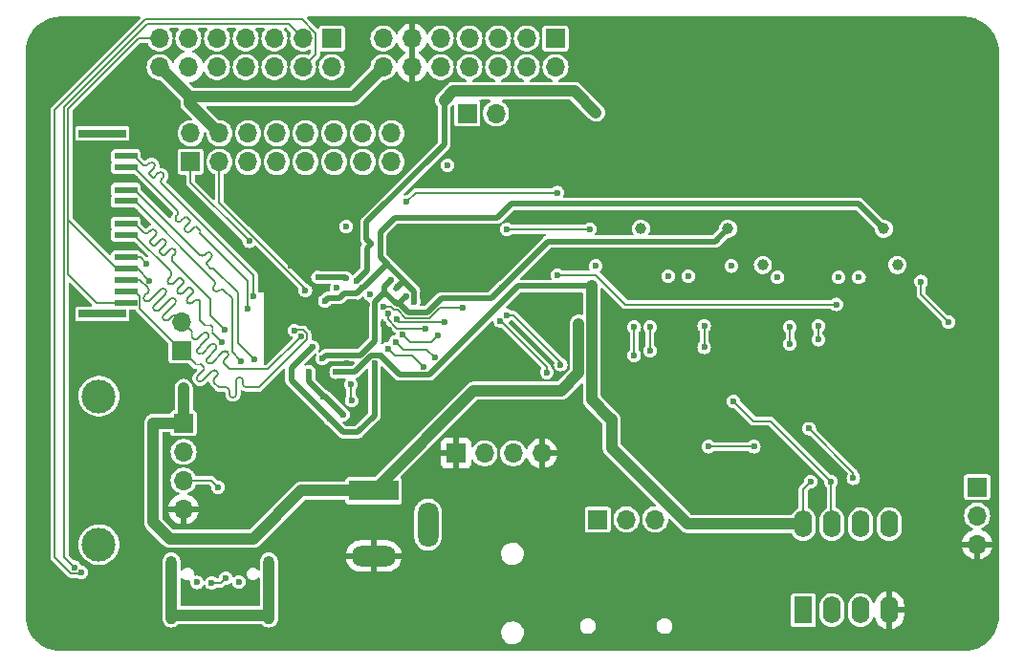
<source format=gbr>
%TF.GenerationSoftware,KiCad,Pcbnew,7.0.1*%
%TF.CreationDate,2024-02-21T01:36:57-05:00*%
%TF.ProjectId,12-30-23-Teacup.kicad_pcb-revC,31322d33-302d-4323-932d-546561637570,B*%
%TF.SameCoordinates,Original*%
%TF.FileFunction,Copper,L4,Bot*%
%TF.FilePolarity,Positive*%
%FSLAX46Y46*%
G04 Gerber Fmt 4.6, Leading zero omitted, Abs format (unit mm)*
G04 Created by KiCad (PCBNEW 7.0.1) date 2024-02-21 01:36:57*
%MOMM*%
%LPD*%
G01*
G04 APERTURE LIST*
%TA.AperFunction,SMDPad,CuDef*%
%ADD10R,2.000000X0.600000*%
%TD*%
%TA.AperFunction,SMDPad,CuDef*%
%ADD11R,4.200000X0.700000*%
%TD*%
%TA.AperFunction,ComponentPad*%
%ADD12C,0.800000*%
%TD*%
%TA.AperFunction,ComponentPad*%
%ADD13C,5.400000*%
%TD*%
%TA.AperFunction,ComponentPad*%
%ADD14R,1.700000X1.700000*%
%TD*%
%TA.AperFunction,ComponentPad*%
%ADD15O,1.700000X1.700000*%
%TD*%
%TA.AperFunction,ComponentPad*%
%ADD16O,1.000000X2.100000*%
%TD*%
%TA.AperFunction,ComponentPad*%
%ADD17O,1.000000X1.600000*%
%TD*%
%TA.AperFunction,ComponentPad*%
%ADD18C,3.000000*%
%TD*%
%TA.AperFunction,ComponentPad*%
%ADD19R,1.600000X2.400000*%
%TD*%
%TA.AperFunction,ComponentPad*%
%ADD20O,1.600000X2.400000*%
%TD*%
%TA.AperFunction,ComponentPad*%
%ADD21R,4.400000X1.800000*%
%TD*%
%TA.AperFunction,ComponentPad*%
%ADD22O,4.000000X1.800000*%
%TD*%
%TA.AperFunction,ComponentPad*%
%ADD23O,1.800000X4.000000*%
%TD*%
%TA.AperFunction,ViaPad*%
%ADD24C,0.600000*%
%TD*%
%TA.AperFunction,ViaPad*%
%ADD25C,1.000000*%
%TD*%
%TA.AperFunction,ViaPad*%
%ADD26C,3.000000*%
%TD*%
%TA.AperFunction,Conductor*%
%ADD27C,0.200000*%
%TD*%
%TA.AperFunction,Conductor*%
%ADD28C,1.000000*%
%TD*%
%TA.AperFunction,Conductor*%
%ADD29C,0.500000*%
%TD*%
%TA.AperFunction,Conductor*%
%ADD30C,0.150000*%
%TD*%
%TA.AperFunction,Conductor*%
%ADD31C,0.180000*%
%TD*%
G04 APERTURE END LIST*
D10*
%TO.P,J13,1,1*%
%TO.N,+3V3*%
X170790000Y-77240000D03*
%TO.P,J13,2,2*%
%TO.N,/I2C0_SDA*%
X170790000Y-76240000D03*
%TO.P,J13,3,3*%
%TO.N,/I2C0_SCK*%
X170790000Y-75240000D03*
%TO.P,J13,4,4*%
%TO.N,+3V3*%
X170790000Y-74240000D03*
%TO.P,J13,5,5*%
%TO.N,Net-(J15-Pin_2)*%
X170790000Y-73240000D03*
%TO.P,J13,6,6*%
%TO.N,GND*%
X170790000Y-72240000D03*
%TO.P,J13,7,7*%
%TO.N,/MIPI_CLK_P*%
X170790000Y-71240000D03*
%TO.P,J13,8,8*%
%TO.N,/MIPI_CLK_N*%
X170790000Y-70240000D03*
%TO.P,J13,9,9*%
%TO.N,GND*%
X170790000Y-69240000D03*
%TO.P,J13,10,10*%
%TO.N,/MIPI_1_P*%
X170790000Y-68240000D03*
%TO.P,J13,11,11*%
%TO.N,/MIPI_1_N*%
X170790000Y-67240000D03*
%TO.P,J13,12,12*%
%TO.N,GND*%
X170790000Y-66240000D03*
%TO.P,J13,13,13*%
%TO.N,/MIPI_0_P*%
X170790000Y-65240000D03*
%TO.P,J13,14,14*%
%TO.N,/MIPI_0_N*%
X170790000Y-64240000D03*
%TO.P,J13,15,15*%
%TO.N,GND*%
X170790000Y-63240000D03*
D11*
%TO.P,J13,MP1,MP1*%
%TO.N,unconnected-(J13-PadMP1)*%
X168690000Y-78240000D03*
%TO.P,J13,MP2,MP2*%
%TO.N,unconnected-(J13-PadMP2)*%
X168690000Y-62240000D03*
%TD*%
D12*
%TO.P,H4,1,1*%
%TO.N,GND*%
X242975000Y-55000000D03*
X243568109Y-53568109D03*
X243568109Y-56431891D03*
X245000000Y-52975000D03*
D13*
X245000000Y-55000000D03*
D12*
X245000000Y-57025000D03*
X246431891Y-53568109D03*
X246431891Y-56431891D03*
X247025000Y-55000000D03*
%TD*%
%TO.P,H3,1,1*%
%TO.N,GND*%
X242975000Y-105000000D03*
X243568109Y-103568109D03*
X243568109Y-106431891D03*
X245000000Y-102975000D03*
D13*
X245000000Y-105000000D03*
D12*
X245000000Y-107025000D03*
X246431891Y-103568109D03*
X246431891Y-106431891D03*
X247025000Y-105000000D03*
%TD*%
D14*
%TO.P,J12,1,Pin_1*%
%TO.N,GND*%
X200010000Y-90590000D03*
D15*
%TO.P,J12,2,Pin_2*%
%TO.N,/HPOUTL*%
X202550000Y-90590000D03*
%TO.P,J12,3,Pin_3*%
%TO.N,/MICLP*%
X205090000Y-90590000D03*
%TO.P,J12,4,Pin_4*%
%TO.N,GND*%
X207630000Y-90590000D03*
%TD*%
D14*
%TO.P,J7,1,Pin_1*%
%TO.N,/MDCK*%
X208825000Y-53825000D03*
D15*
%TO.P,J7,2,Pin_2*%
%TO.N,/MDIO*%
X208825000Y-56365000D03*
%TO.P,J7,3,Pin_3*%
%TO.N,/RXD0*%
X206285000Y-53825000D03*
%TO.P,J7,4,Pin_4*%
%TO.N,/RXDV*%
X206285000Y-56365000D03*
%TO.P,J7,5,Pin_5*%
%TO.N,/TXCLK*%
X203745000Y-53825000D03*
%TO.P,J7,6,Pin_6*%
%TO.N,/RXD1*%
X203745000Y-56365000D03*
%TO.P,J7,7,Pin_7*%
%TO.N,/TXD0*%
X201205000Y-53825000D03*
%TO.P,J7,8,Pin_8*%
%TO.N,/PHYCLK*%
X201205000Y-56365000D03*
%TO.P,J7,9,Pin_9*%
%TO.N,/TXEN*%
X198665000Y-53825000D03*
%TO.P,J7,10,Pin_10*%
%TO.N,/TXD1*%
X198665000Y-56365000D03*
%TO.P,J7,11,Pin_11*%
%TO.N,GND*%
X196125000Y-53825000D03*
%TO.P,J7,12,Pin_12*%
X196125000Y-56365000D03*
%TO.P,J7,13,Pin_13*%
%TO.N,+3V3*%
X193585000Y-53825000D03*
%TO.P,J7,14,Pin_14*%
%TO.N,+5V*%
X193585000Y-56365000D03*
%TD*%
D16*
%TO.P,J1,S1,SHIELD*%
%TO.N,Net-(J1-SHIELD)*%
X174822500Y-100737500D03*
D17*
X174822500Y-104917500D03*
D16*
X183462500Y-100737500D03*
D17*
X183462500Y-104917500D03*
%TD*%
D14*
%TO.P,J6,1,Pin_1*%
%TO.N,/UART0_RTS*%
X189025000Y-53825000D03*
D15*
%TO.P,J6,2,Pin_2*%
%TO.N,/UART0_CTS*%
X189025000Y-56365000D03*
%TO.P,J6,3,Pin_3*%
%TO.N,/UART0_TXD*%
X186485000Y-53825000D03*
%TO.P,J6,4,Pin_4*%
%TO.N,/UART0_RXD*%
X186485000Y-56365000D03*
%TO.P,J6,5,Pin_5*%
%TO.N,/PB30*%
X183945000Y-53825000D03*
%TO.P,J6,6,Pin_6*%
%TO.N,/PB31*%
X183945000Y-56365000D03*
%TO.P,J6,7,Pin_7*%
%TO.N,/PB27*%
X181405000Y-53825000D03*
%TO.P,J6,8,Pin_8*%
%TO.N,/PB28*%
X181405000Y-56365000D03*
%TO.P,J6,9,Pin_9*%
%TO.N,/PB25*%
X178865000Y-53825000D03*
%TO.P,J6,10,Pin_10*%
%TO.N,/PB26*%
X178865000Y-56365000D03*
%TO.P,J6,11,Pin_11*%
%TO.N,/AUX0*%
X176325000Y-53825000D03*
%TO.P,J6,12,Pin_12*%
%TO.N,GND*%
X176325000Y-56365000D03*
%TO.P,J6,13,Pin_13*%
%TO.N,+3V3*%
X173785000Y-53825000D03*
%TO.P,J6,14,Pin_14*%
%TO.N,+5V*%
X173785000Y-56365000D03*
%TD*%
D12*
%TO.P,H1,1,1*%
%TO.N,GND*%
X162975000Y-105000000D03*
X163568109Y-103568109D03*
X163568109Y-106431891D03*
X165000000Y-102975000D03*
D13*
X165000000Y-105000000D03*
D12*
X165000000Y-107025000D03*
X166431891Y-103568109D03*
X166431891Y-106431891D03*
X167025000Y-105000000D03*
%TD*%
D14*
%TO.P,J5,1,Pin_1*%
%TO.N,/UART_TX*%
X246170000Y-93570000D03*
D15*
%TO.P,J5,2,Pin_2*%
%TO.N,/UART_RX*%
X246170000Y-96110000D03*
%TO.P,J5,3,Pin_3*%
%TO.N,GND*%
X246170000Y-98650000D03*
%TD*%
D14*
%TO.P,J4,1,Pin_1*%
%TO.N,/PA15*%
X176525000Y-64775000D03*
D15*
%TO.P,J4,2,Pin_2*%
%TO.N,+3V3*%
X176525000Y-62235000D03*
%TO.P,J4,3,Pin_3*%
%TO.N,/PA18*%
X179065000Y-64775000D03*
%TO.P,J4,4,Pin_4*%
%TO.N,+5V*%
X179065000Y-62235000D03*
%TO.P,J4,5,Pin_5*%
%TO.N,/PA06*%
X181605000Y-64775000D03*
%TO.P,J4,6,Pin_6*%
%TO.N,/PA07*%
X181605000Y-62235000D03*
%TO.P,J4,7,Pin_7*%
%TO.N,/PA09*%
X184145000Y-64775000D03*
%TO.P,J4,8,Pin_8*%
%TO.N,/PA08*%
X184145000Y-62235000D03*
%TO.P,J4,9,Pin_9*%
%TO.N,/PA11*%
X186685000Y-64775000D03*
%TO.P,J4,10,Pin_10*%
%TO.N,/PA10*%
X186685000Y-62235000D03*
%TO.P,J4,11,Pin_11*%
%TO.N,/PA16*%
X189225000Y-64775000D03*
%TO.P,J4,12,Pin_12*%
%TO.N,/PA14*%
X189225000Y-62235000D03*
%TO.P,J4,13,Pin_13*%
%TO.N,/PA17*%
X191765000Y-64775000D03*
%TO.P,J4,14,Pin_14*%
%TO.N,/PB29*%
X191765000Y-62235000D03*
%TO.P,J4,15,Pin_15*%
%TO.N,/PB17*%
X194305000Y-64775000D03*
%TO.P,J4,16,Pin_16*%
%TO.N,/PB18*%
X194305000Y-62235000D03*
%TD*%
D14*
%TO.P,J11,1,Pin_1*%
%TO.N,+5V*%
X175890000Y-87910000D03*
D15*
%TO.P,J11,2,Pin_2*%
%TO.N,/USB_D-*%
X175890000Y-90450000D03*
%TO.P,J11,3,Pin_3*%
%TO.N,/USB_D+*%
X175890000Y-92990000D03*
%TO.P,J11,4,Pin_4*%
%TO.N,GND*%
X175890000Y-95530000D03*
%TD*%
D18*
%TO.P,J3,5,Shield*%
%TO.N,Net-(J3-Shield)*%
X168400000Y-85530000D03*
X168400000Y-98670000D03*
%TD*%
D12*
%TO.P,H2,1,1*%
%TO.N,GND*%
X162975000Y-55000000D03*
X163568109Y-53568109D03*
X163568109Y-56431891D03*
X165000000Y-52975000D03*
D13*
X165000000Y-55000000D03*
D12*
X165000000Y-57025000D03*
X166431891Y-53568109D03*
X166431891Y-56431891D03*
X167025000Y-55000000D03*
%TD*%
D14*
%TO.P,J9,1,Pin_1*%
%TO.N,Net-(IC1-PPRST_)*%
X201025000Y-60475000D03*
D15*
%TO.P,J9,2,Pin_2*%
%TO.N,Net-(IC1-BOOT_SEL0_PC00)*%
X203565000Y-60475000D03*
%TD*%
D14*
%TO.P,J14,1,Pin_1*%
%TO.N,/I2C0_SDA*%
X175725000Y-81465000D03*
D15*
%TO.P,J14,2,Pin_2*%
%TO.N,/I2C0_SCK*%
X175725000Y-78925000D03*
%TD*%
D19*
%TO.P,U5,1,~{CS}*%
%TO.N,/NOR_CE1*%
X230775000Y-104475000D03*
D20*
%TO.P,U5,2,DO(IO1)*%
%TO.N,/NOR_DR*%
X233315000Y-104475000D03*
%TO.P,U5,3,IO2*%
%TO.N,Net-(U4-IO2)*%
X235855000Y-104475000D03*
%TO.P,U5,4,GND*%
%TO.N,GND*%
X238395000Y-104475000D03*
%TO.P,U5,5,DI(IO0)*%
%TO.N,/NOR_DT*%
X238395000Y-96855000D03*
%TO.P,U5,6,CLK*%
%TO.N,/NOR_CK*%
X235855000Y-96855000D03*
%TO.P,U5,7,IO3*%
%TO.N,Net-(U4-IO3)*%
X233315000Y-96855000D03*
%TO.P,U5,8,VCC*%
%TO.N,+3V3*%
X230775000Y-96855000D03*
%TD*%
D21*
%TO.P,J8,1*%
%TO.N,+5V*%
X192740000Y-93900000D03*
D22*
%TO.P,J8,2*%
%TO.N,GND*%
X192740000Y-99700000D03*
D23*
%TO.P,J8,3*%
%TO.N,N/C*%
X197540000Y-96900000D03*
%TD*%
D14*
%TO.P,J16,1,Pin_1*%
%TO.N,/NOR_CE1*%
X212570000Y-96450000D03*
D15*
%TO.P,J16,2,Pin_2*%
%TO.N,/NOR_CE*%
X215110000Y-96450000D03*
%TO.P,J16,3,Pin_3*%
%TO.N,/NOR_CE2*%
X217650000Y-96450000D03*
%TD*%
D24*
%TO.N,GND*%
X212600000Y-66650000D03*
D25*
X185000000Y-107000000D03*
D24*
X185870000Y-86640000D03*
X194100000Y-71700000D03*
X223000000Y-66600000D03*
D25*
X163000000Y-70000000D03*
D24*
X193579500Y-79090000D03*
X238300000Y-62000000D03*
X185400000Y-73940000D03*
X168048000Y-66176000D03*
X194700000Y-72500000D03*
D25*
X247000000Y-65000000D03*
X190000000Y-107000000D03*
D24*
X184410000Y-98230000D03*
D25*
X244300000Y-84000000D03*
D24*
X227100000Y-78800000D03*
X220700000Y-63000000D03*
X188210000Y-69690000D03*
D25*
X195000000Y-107000000D03*
D24*
X185900000Y-73600000D03*
X196730000Y-74150000D03*
X197440000Y-74840000D03*
X196030000Y-73430000D03*
X184050000Y-69880000D03*
X236500000Y-63950000D03*
D25*
X163000000Y-90000000D03*
D24*
X229100000Y-91500000D03*
X220650000Y-64800000D03*
X214500000Y-59000000D03*
D25*
X213350000Y-107090000D03*
D24*
X221000000Y-66600000D03*
D25*
X163000000Y-65000000D03*
X163000000Y-75000001D03*
D24*
X191850000Y-90850000D03*
X186400000Y-73000000D03*
X191200000Y-87300000D03*
D25*
X163000000Y-84999999D03*
X163140000Y-58800000D03*
X236900000Y-86800000D03*
D24*
X238150000Y-59350000D03*
D25*
X163000000Y-95000000D03*
X180000000Y-107000000D03*
D24*
X168048000Y-68208000D03*
X236500000Y-62100000D03*
X168048000Y-64398000D03*
D25*
X245225000Y-62575000D03*
X209320000Y-107090000D03*
D24*
X183600000Y-84800000D03*
X235500000Y-53100000D03*
X183400000Y-71100000D03*
X223300000Y-64800000D03*
X231050000Y-63000000D03*
X196850000Y-85240000D03*
D25*
X240000000Y-107000000D03*
D24*
X220000000Y-83900000D03*
X187500000Y-88000000D03*
D25*
X163000000Y-100000000D03*
X170000000Y-107000000D03*
X230000000Y-107000000D03*
X225000000Y-107000000D03*
D24*
X238350000Y-65600000D03*
X186660000Y-87450000D03*
X204450000Y-65600000D03*
D26*
X190700000Y-79700000D03*
D24*
X188070000Y-79740000D03*
X185100000Y-85000000D03*
X235500000Y-55000000D03*
D25*
X246850000Y-90390000D03*
D24*
X239300000Y-53000000D03*
X188200000Y-68700000D03*
X231400000Y-66600000D03*
X187949500Y-78950000D03*
X189100000Y-71500000D03*
X197875500Y-75300000D03*
D25*
X170010000Y-105060000D03*
D24*
X213000000Y-63050000D03*
D25*
X247000000Y-60000000D03*
X235000000Y-107000000D03*
D24*
X214500000Y-61800000D03*
X199100000Y-66775000D03*
X212950000Y-64850000D03*
D25*
X247000000Y-75000000D03*
X220700000Y-107060000D03*
X163000000Y-80000001D03*
D24*
X192132863Y-77444315D03*
D25*
X247000000Y-70000000D03*
D24*
X224900000Y-61800000D03*
D25*
X216900000Y-107090000D03*
D24*
X194140000Y-79650000D03*
X197340000Y-84690000D03*
X184040000Y-92680000D03*
X223350000Y-63000000D03*
X224900000Y-58900000D03*
X188350000Y-80575000D03*
X231000000Y-64800000D03*
X202900000Y-72120000D03*
X239300000Y-55100000D03*
X190360000Y-82620000D03*
X236500000Y-65600000D03*
X193680000Y-80340000D03*
X168048000Y-69986000D03*
D25*
X198930000Y-105520000D03*
X175000000Y-107000000D03*
D24*
X236650000Y-59350000D03*
X238350000Y-63950000D03*
%TO.N,Net-(IC1-VREF)*%
X200650000Y-77685500D03*
X193550000Y-77625000D03*
%TO.N,+3V3*%
X193300000Y-81900000D03*
X204530000Y-70740000D03*
D25*
X198971776Y-59316856D03*
X212050000Y-75775000D03*
D24*
X222325000Y-96855000D03*
X212400000Y-74000000D03*
D25*
X227200000Y-73900000D03*
D24*
X235700000Y-75000000D03*
X243629240Y-78960996D03*
X231412500Y-93100000D03*
D25*
X212425000Y-60400000D03*
D24*
X220587500Y-74900000D03*
X228500000Y-75000000D03*
X211875000Y-70725000D03*
X212050000Y-84900000D03*
X192525500Y-72025000D03*
X233900000Y-75000000D03*
X191200000Y-75300000D03*
D25*
X239100000Y-73900000D03*
X216400000Y-70700000D03*
D24*
X213800000Y-88100000D03*
X241200000Y-75374500D03*
X224400000Y-74000000D03*
X218800000Y-74900000D03*
X172874000Y-75320000D03*
X189400000Y-83400000D03*
%TO.N,/USB_D-*%
X178390000Y-102070000D03*
X179630000Y-101640000D03*
%TO.N,/USB_D+*%
X178960000Y-93600000D03*
%TO.N,+1V8*%
X204105000Y-75905000D03*
D25*
X224100000Y-70700000D03*
D24*
X187800000Y-75000000D03*
X195600500Y-76666028D03*
X194287878Y-75202122D03*
X187000000Y-83350000D03*
X190010589Y-87160589D03*
X190300000Y-75100000D03*
X188200000Y-82200000D03*
X188221962Y-85539074D03*
%TO.N,+0V8*%
X188851886Y-87550000D03*
X187300000Y-81200000D03*
D25*
X237900000Y-70700000D03*
D24*
X192800000Y-82600000D03*
X188400000Y-77100000D03*
X191743815Y-75933824D03*
X196300000Y-77149114D03*
X194890901Y-75816528D03*
%TO.N,Net-(IC1-PPRST_)*%
X189454762Y-75945238D03*
X199280000Y-65060000D03*
%TO.N,/PA15*%
X181702603Y-71797397D03*
%TO.N,/MIPI_0_N*%
X182075500Y-76700000D03*
%TO.N,/MIPI_0_P*%
X181536000Y-77800000D03*
%TO.N,/MIPI_CLK_N*%
X179500000Y-79600000D03*
%TO.N,/MIPI_CLK_P*%
X179268790Y-80731759D03*
%TO.N,/MIPI_1_N*%
X182200000Y-82300000D03*
%TO.N,/MIPI_1_P*%
X181000000Y-82400000D03*
%TO.N,/NOR_DT*%
X235200000Y-92800000D03*
X231300000Y-88400000D03*
%TO.N,/MMC0_D1*%
X215800000Y-79400000D03*
X215800000Y-81900000D03*
%TO.N,/MMC0_D0*%
X217200000Y-81500000D03*
X217200000Y-79400000D03*
%TO.N,/MMC0_CLK*%
X222000000Y-81200000D03*
X222000000Y-79300000D03*
%TO.N,/MMC0_CMD*%
X229600000Y-79400000D03*
X229600000Y-80900000D03*
%TO.N,/MMC0_D3*%
X232100000Y-80524500D03*
X232100000Y-79300000D03*
%TO.N,/MICLP*%
X190770000Y-85910000D03*
X190700000Y-84480000D03*
%TO.N,/UART_RX*%
X208046538Y-83416538D03*
X199010886Y-78930000D03*
X194750000Y-78710000D03*
X203957184Y-78882684D03*
%TO.N,/UART_TX*%
X193977521Y-78240613D03*
X197320000Y-79520000D03*
X204487162Y-78352705D03*
X209290000Y-82730000D03*
%TO.N,/PB29*%
X190300000Y-70500000D03*
X192430000Y-76530000D03*
%TO.N,/PB27*%
X195631122Y-68331122D03*
X209000000Y-74800000D03*
X209000000Y-67500000D03*
X233700000Y-77400000D03*
%TO.N,+5V*%
X182080000Y-98160000D03*
D25*
X210900500Y-79100000D03*
D24*
X175900000Y-84800000D03*
X176692500Y-98252500D03*
%TO.N,/I2C0_SCK*%
X186300000Y-80200000D03*
%TO.N,/I2C0_SDA*%
X185700000Y-79700000D03*
%TO.N,Net-(U4-IO2)*%
X222400000Y-90000000D03*
X226400000Y-90000000D03*
%TO.N,/MDCK*%
X193976284Y-81301299D03*
X197168744Y-82900500D03*
%TO.N,/RXD0*%
X198166257Y-82124500D03*
X194700000Y-80700000D03*
%TO.N,/TXD1*%
X198400000Y-80175500D03*
X195270000Y-80050000D03*
%TO.N,/UART0_TXD*%
X166240000Y-100690000D03*
X177080000Y-102030000D03*
%TO.N,/UART0_RXD*%
X166847054Y-101129591D03*
X180780000Y-101980000D03*
%TO.N,Net-(U4-IO3)*%
X224600000Y-85975500D03*
X233237500Y-93100000D03*
%TO.N,/PA18*%
X186680000Y-76150000D03*
%TO.N,Net-(J15-Pin_2)*%
X172620000Y-73796000D03*
%TD*%
D27*
%TO.N,Net-(IC1-VREF)*%
X194292893Y-77625000D02*
X193550000Y-77625000D01*
X200640000Y-77690000D02*
X198600000Y-77690000D01*
X200640000Y-77690000D02*
X200645500Y-77690000D01*
X200645500Y-77690000D02*
X200650000Y-77685500D01*
X197690886Y-78599114D02*
X195567007Y-78599114D01*
X194542893Y-77875000D02*
X194292893Y-77625000D01*
X194842894Y-77875000D02*
X194542893Y-77875000D01*
X195567007Y-78599114D02*
X194842894Y-77875000D01*
X198600000Y-77690000D02*
X197690886Y-78599114D01*
D28*
%TO.N,+3V3*%
X212050000Y-85850000D02*
X212050000Y-84900000D01*
D27*
X165650000Y-60050000D02*
X171875000Y-53825000D01*
D28*
X213800000Y-87600000D02*
X213800000Y-88100000D01*
D29*
X197680000Y-83600000D02*
X195000000Y-83600000D01*
D27*
X211860000Y-70740000D02*
X211875000Y-70725000D01*
X171794000Y-74240000D02*
X172874000Y-75320000D01*
D29*
X198971776Y-59316856D02*
X198971776Y-63228224D01*
X192510050Y-81900000D02*
X193300000Y-81900000D01*
D27*
X168162182Y-77240000D02*
X165650000Y-74727818D01*
D28*
X212050000Y-84900000D02*
X212050000Y-75775000D01*
X198971776Y-59316856D02*
X199813632Y-58475000D01*
D30*
X241200000Y-76531756D02*
X243629240Y-78960996D01*
D29*
X192525500Y-72025000D02*
X192125000Y-72425500D01*
X198971776Y-63228224D02*
X192100000Y-70100000D01*
X205505000Y-75775000D02*
X197680000Y-83600000D01*
X192125000Y-72425500D02*
X192125000Y-74375000D01*
D28*
X213600000Y-87400000D02*
X213800000Y-87600000D01*
D27*
X165650000Y-74727818D02*
X165650000Y-70000000D01*
D28*
X213800000Y-88100000D02*
X213800000Y-90100000D01*
D27*
X169990000Y-74240000D02*
X165750000Y-70000000D01*
D28*
X212050000Y-85850000D02*
X213600000Y-87400000D01*
X199813632Y-58475000D02*
X210500000Y-58475000D01*
D27*
X204530000Y-70740000D02*
X211860000Y-70740000D01*
D29*
X192100000Y-70100000D02*
X192100000Y-71599500D01*
D27*
X170790000Y-74240000D02*
X171794000Y-74240000D01*
D28*
X213800000Y-90100000D02*
X220555000Y-96855000D01*
D27*
X165650000Y-70000000D02*
X165650000Y-60050000D01*
D29*
X191010050Y-83400000D02*
X192510050Y-81900000D01*
D28*
X210500000Y-58475000D02*
X212425000Y-60400000D01*
D27*
X230775000Y-93737500D02*
X230775000Y-96855000D01*
D29*
X212050000Y-75775000D02*
X205505000Y-75775000D01*
D28*
X222325000Y-96855000D02*
X230775000Y-96855000D01*
D29*
X192100000Y-71599500D02*
X192525500Y-72025000D01*
X189400000Y-83400000D02*
X191010050Y-83400000D01*
D27*
X170790000Y-74240000D02*
X169990000Y-74240000D01*
X170790000Y-77240000D02*
X168162182Y-77240000D01*
D28*
X220555000Y-96855000D02*
X222325000Y-96855000D01*
D27*
X171875000Y-53825000D02*
X173785000Y-53825000D01*
X165750000Y-70000000D02*
X165650000Y-70000000D01*
X231412500Y-93100000D02*
X230775000Y-93737500D01*
D29*
X195000000Y-83600000D02*
X193300000Y-81900000D01*
D30*
X241200000Y-75374500D02*
X241200000Y-76531756D01*
D29*
X192125000Y-74375000D02*
X191200000Y-75300000D01*
X211850000Y-70750000D02*
X211875000Y-70725000D01*
D27*
%TO.N,/USB_D-*%
X179200000Y-102070000D02*
X179630000Y-101640000D01*
X178390000Y-102070000D02*
X179200000Y-102070000D01*
%TO.N,/USB_D+*%
X175890000Y-92990000D02*
X178350000Y-92990000D01*
X178350000Y-92990000D02*
X178960000Y-93600000D01*
D29*
%TO.N,+1V8*%
X195050000Y-77375000D02*
X195774114Y-78099114D01*
X192850000Y-77175000D02*
X192850000Y-80620000D01*
X188510000Y-81890000D02*
X188200000Y-82200000D01*
X193700000Y-76325000D02*
X194750000Y-77375000D01*
X194750000Y-77375000D02*
X194891528Y-77375000D01*
X198717516Y-76865378D02*
X203144622Y-76865378D01*
X194891528Y-77375000D02*
X195050000Y-77375000D01*
X191580000Y-81890000D02*
X188510000Y-81890000D01*
X194891528Y-77375000D02*
X195600500Y-76666028D01*
X190200000Y-75000000D02*
X187800000Y-75000000D01*
X188350000Y-85500000D02*
X190010589Y-87160589D01*
X193700000Y-76325000D02*
X192850000Y-77175000D01*
X187000000Y-84249500D02*
X188250500Y-85500000D01*
X208190000Y-71820000D02*
X222980000Y-71820000D01*
X203144622Y-76865378D02*
X208190000Y-71820000D01*
X188250500Y-85500000D02*
X188350000Y-85500000D01*
X192850000Y-80620000D02*
X191580000Y-81890000D01*
X222980000Y-71820000D02*
X224100000Y-70700000D01*
X194287878Y-75202122D02*
X193700000Y-75790000D01*
X190300000Y-75100000D02*
X190200000Y-75000000D01*
X193700000Y-75790000D02*
X193700000Y-76325000D01*
X197483780Y-78099114D02*
X198717516Y-76865378D01*
X187000000Y-83350000D02*
X187000000Y-84249500D01*
X195774114Y-78099114D02*
X197483780Y-78099114D01*
%TO.N,+0V8*%
X188851886Y-87550000D02*
X188850000Y-87550000D01*
X196300000Y-77149114D02*
X196300000Y-76225000D01*
X194610000Y-69700000D02*
X203700000Y-69700000D01*
X191325000Y-88725000D02*
X190026886Y-88725000D01*
X190120000Y-76420000D02*
X191257639Y-76420000D01*
X188690000Y-76810000D02*
X189730000Y-76810000D01*
X185450000Y-84150000D02*
X185450000Y-83050000D01*
X189730000Y-76810000D02*
X190120000Y-76420000D01*
X195400000Y-75327429D02*
X194710901Y-76016528D01*
X192800000Y-87250000D02*
X191325000Y-88725000D01*
X190026886Y-88725000D02*
X188851886Y-87550000D01*
X196300000Y-76225000D02*
X193320000Y-73245000D01*
X188400000Y-77100000D02*
X188690000Y-76810000D01*
X191796176Y-75933824D02*
X193892500Y-73837500D01*
X191743815Y-75933824D02*
X191796176Y-75933824D01*
X192800000Y-82600000D02*
X192800000Y-87250000D01*
X185450000Y-83050000D02*
X187300000Y-81200000D01*
X193320000Y-73245000D02*
X193320000Y-70990000D01*
X235700000Y-68500000D02*
X237900000Y-70700000D01*
X193320000Y-70990000D02*
X194610000Y-69700000D01*
X188850000Y-87550000D02*
X185450000Y-84150000D01*
X203700000Y-69700000D02*
X204900000Y-68500000D01*
X191257639Y-76420000D02*
X191743815Y-75933824D01*
X204900000Y-68500000D02*
X235700000Y-68500000D01*
D30*
%TO.N,/PA15*%
X181702603Y-71797397D02*
X176525000Y-66619794D01*
X176525000Y-66619794D02*
X176525000Y-64775000D01*
D31*
%TO.N,/MIPI_0_N*%
X174070385Y-66199460D02*
X173972053Y-66297789D01*
X173972054Y-66722054D02*
X182075500Y-74825500D01*
X173272018Y-66149298D02*
X173272019Y-66149297D01*
X172847755Y-65852314D02*
X172847755Y-65852313D01*
X170790000Y-64240000D02*
X171490000Y-64240000D01*
X171490000Y-64240000D02*
X172275000Y-65025000D01*
X182075500Y-74825500D02*
X182075500Y-76700000D01*
X172699264Y-65025000D02*
X172842625Y-64881640D01*
X173272019Y-66149297D02*
X173646119Y-65775194D01*
X173266888Y-65305904D02*
X173266889Y-65305903D01*
X172847755Y-65852313D02*
X173144739Y-66149297D01*
X173266889Y-65305903D02*
X172911397Y-65661396D01*
X172911395Y-65661395D02*
X172847755Y-65725034D01*
X173972053Y-66722053D02*
X173972054Y-66722054D01*
X172699265Y-65024999D02*
X172699264Y-65025000D01*
X173266889Y-64881640D02*
X173266889Y-64881639D01*
X174070384Y-66199461D02*
X174070385Y-66199460D01*
X172911397Y-65661396D02*
X172911395Y-65661395D01*
X173266888Y-64881641D02*
G75*
G03*
X172842626Y-64881641I-212131J-212131D01*
G01*
X172274969Y-65025031D02*
G75*
G03*
X172699264Y-65024998I212131J212131D01*
G01*
X173266917Y-65305933D02*
G75*
G03*
X173266889Y-64881639I-212117J212133D01*
G01*
X173972032Y-66297768D02*
G75*
G03*
X173972053Y-66722053I212168J-212132D01*
G01*
X174070434Y-65775147D02*
G75*
G03*
X173646119Y-65775194I-212134J-212153D01*
G01*
X172847781Y-65725061D02*
G75*
G03*
X172847755Y-65852314I63619J-63639D01*
G01*
X174070356Y-66199433D02*
G75*
G03*
X174070385Y-65775196I-212156J212133D01*
G01*
X173144760Y-66149276D02*
G75*
G03*
X173272018Y-66149298I63640J63576D01*
G01*
%TO.N,/MIPI_0_P*%
X176054775Y-70924932D02*
X176054778Y-70924935D01*
X177017908Y-70513348D02*
X177222280Y-70717720D01*
X176402722Y-70152722D02*
X176054775Y-70500668D01*
X181536000Y-75286000D02*
X181536000Y-77800000D01*
X175342059Y-69516323D02*
X175258913Y-69599468D01*
X176479042Y-70924935D02*
X176826990Y-70576990D01*
X175258913Y-70023732D02*
X175258914Y-70023733D01*
X175683178Y-70023733D02*
X176042096Y-69664817D01*
X170790000Y-65240000D02*
X171490000Y-65240000D01*
X176826989Y-70576987D02*
X176890629Y-70513349D01*
X170790000Y-65240000D02*
X171570000Y-65240000D01*
X177375000Y-71125000D02*
X178110536Y-71860536D01*
X176169375Y-69664817D02*
X176466362Y-69961804D01*
X171490000Y-65240000D02*
X175342059Y-69092059D01*
X178110536Y-71860536D02*
X181536000Y-75286000D01*
X176466362Y-70089083D02*
X176402722Y-70152722D01*
X177222280Y-70717720D02*
X177375000Y-70870440D01*
X176042096Y-69664817D02*
X176042096Y-69664818D01*
X177375000Y-70997720D02*
X177374999Y-70997721D01*
X176466362Y-69961804D02*
X176466363Y-69961804D01*
X176826990Y-70576990D02*
X176826989Y-70576987D01*
X175258915Y-70023732D02*
G75*
G03*
X175683177Y-70023732I212131J212131D01*
G01*
X175342068Y-69516332D02*
G75*
G03*
X175342059Y-69092059I-212168J212132D01*
G01*
X176054779Y-70924934D02*
G75*
G03*
X176479041Y-70924934I212131J212131D01*
G01*
X175258913Y-69599468D02*
G75*
G03*
X175258913Y-70023732I212087J-212132D01*
G01*
X176169338Y-69664854D02*
G75*
G03*
X176042097Y-69664819I-63638J-63646D01*
G01*
X177375040Y-70997762D02*
G75*
G03*
X177375001Y-71124999I63560J-63638D01*
G01*
X177017939Y-70513317D02*
G75*
G03*
X176890629Y-70513349I-63639J-63683D01*
G01*
X176054775Y-70500668D02*
G75*
G03*
X176054775Y-70924932I212125J-212132D01*
G01*
X177375020Y-70997740D02*
G75*
G03*
X177375000Y-70870440I-63620J63640D01*
G01*
X176466319Y-70089039D02*
G75*
G03*
X176466362Y-69961805I-63619J63639D01*
G01*
%TO.N,/MIPI_CLK_N*%
X174263888Y-72105957D02*
X174263889Y-72105956D01*
X175112419Y-72954478D02*
X174910579Y-73156315D01*
X173335814Y-72185503D02*
X173425658Y-72095658D01*
X173425658Y-72095658D02*
X173839623Y-71681690D01*
X173760056Y-72789511D02*
X174004593Y-73034048D01*
X172911550Y-71940929D02*
X173156124Y-72185503D01*
X174184320Y-73034047D02*
X174184320Y-73034048D01*
X174263889Y-72105956D02*
X173760056Y-72609785D01*
X172789265Y-71034999D02*
X172789264Y-71035000D01*
X173415371Y-71257422D02*
X172911550Y-71761239D01*
X173760057Y-72789512D02*
X173760056Y-72789511D01*
X171570000Y-70240000D02*
X172365000Y-71035000D01*
X174910580Y-73580580D02*
X178300000Y-76970000D01*
X173415370Y-71257423D02*
X173415371Y-71257422D01*
X174184320Y-73034048D02*
X174688153Y-72530212D01*
X178300000Y-76970000D02*
X178300000Y-78400000D01*
X178300000Y-78400000D02*
X179500000Y-79600000D01*
X174910579Y-73580579D02*
X174910580Y-73580580D01*
X170790000Y-70240000D02*
X171570000Y-70240000D01*
X175112418Y-72954479D02*
X175112419Y-72954478D01*
X172789264Y-71035000D02*
X172991107Y-70833158D01*
X175112434Y-72530199D02*
G75*
G03*
X174688153Y-72530212I-212134J-212201D01*
G01*
X172911566Y-71761255D02*
G75*
G03*
X172911550Y-71940929I89834J-89845D01*
G01*
X173760009Y-72609738D02*
G75*
G03*
X173760058Y-72789511I89891J-89862D01*
G01*
X174263934Y-71681647D02*
G75*
G03*
X173839623Y-71681690I-212134J-212153D01*
G01*
X174910532Y-73156268D02*
G75*
G03*
X174910579Y-73580579I212168J-212132D01*
G01*
X173156124Y-72185503D02*
G75*
G03*
X173335814Y-72185503I89845J89845D01*
G01*
X173415370Y-70833159D02*
G75*
G03*
X172991108Y-70833159I-212131J-212131D01*
G01*
X173415380Y-71257433D02*
G75*
G03*
X173415371Y-70833158I-212180J212133D01*
G01*
X174263864Y-72105933D02*
G75*
G03*
X174263889Y-71681692I-212064J212133D01*
G01*
X172364969Y-71035031D02*
G75*
G03*
X172789264Y-71034998I212131J212131D01*
G01*
X175112372Y-72954433D02*
G75*
G03*
X175112419Y-72530214I-212072J212133D01*
G01*
X174004638Y-73034003D02*
G75*
G03*
X174184319Y-73034046I89862J89803D01*
G01*
%TO.N,/MIPI_CLK_P*%
X170790000Y-71240000D02*
X171570000Y-71240000D01*
X174568699Y-75114374D02*
X174754405Y-74928669D01*
X176743144Y-76174973D02*
X176743145Y-76174973D01*
X174754405Y-74504405D02*
X174754406Y-74504406D01*
X175894660Y-75326297D02*
X175894659Y-75326297D01*
X177300000Y-78762969D02*
X177300000Y-77050000D01*
X177790225Y-79253194D02*
X177619987Y-79082956D01*
X175417265Y-75962870D02*
X175815068Y-75565068D01*
X176318879Y-75909791D02*
X176318879Y-75909792D01*
X177619987Y-79082956D02*
X177300000Y-78762969D01*
X176265807Y-76811395D02*
X176451467Y-76625732D01*
X176451467Y-76625732D02*
X176663599Y-76413600D01*
X175470393Y-75061213D02*
X175470393Y-75061212D01*
X178468516Y-79423433D02*
X178298277Y-79253194D01*
X179268790Y-80731759D02*
X178468516Y-79931485D01*
X175470393Y-75061212D02*
X174992964Y-75538639D01*
X175815068Y-75565068D02*
X175894659Y-75485478D01*
X175417268Y-76387137D02*
X175417265Y-76387134D01*
X174568700Y-75538639D02*
X174568699Y-75538638D01*
X178044252Y-79253193D02*
X178044251Y-79253194D01*
X176318879Y-75909792D02*
X175841532Y-76387137D01*
X176265809Y-77235661D02*
X176265807Y-77235659D01*
X171490000Y-71240000D02*
X170790000Y-71240000D01*
X174754406Y-74504406D02*
X171490000Y-71240000D01*
X176663602Y-76413602D02*
X176743145Y-76334058D01*
X176875734Y-77049999D02*
X176690073Y-77235661D01*
X175894659Y-75326297D02*
X175629574Y-75061212D01*
X176663599Y-76413600D02*
X176663602Y-76413602D01*
X178468515Y-79677460D02*
X178468516Y-79677459D01*
X176875735Y-77049999D02*
X176875734Y-77049999D01*
X176743145Y-76174973D02*
X176477964Y-75909792D01*
X175417267Y-76387136D02*
X175417268Y-76387137D01*
X176477943Y-75909813D02*
G75*
G03*
X176318879Y-75909791I-79543J-79487D01*
G01*
X175894672Y-75485491D02*
G75*
G03*
X175894660Y-75326297I-79572J79591D01*
G01*
X174568693Y-75114368D02*
G75*
G03*
X174568699Y-75538638I212107J-212132D01*
G01*
X178468543Y-79677488D02*
G75*
G03*
X178468516Y-79931485I126957J-127012D01*
G01*
X177790225Y-79253194D02*
G75*
G03*
X178044251Y-79253194I127013J127011D01*
G01*
X176265810Y-77235660D02*
G75*
G03*
X176690072Y-77235660I212131J212131D01*
G01*
X176743129Y-76334042D02*
G75*
G03*
X176743144Y-76174973I-79529J79542D01*
G01*
X178298313Y-79253158D02*
G75*
G03*
X178044252Y-79253193I-127013J-127042D01*
G01*
X175629590Y-75061196D02*
G75*
G03*
X175470393Y-75061213I-79590J-79604D01*
G01*
X178468470Y-79677413D02*
G75*
G03*
X178468516Y-79423433I-126970J127013D01*
G01*
X176265780Y-76811368D02*
G75*
G03*
X176265807Y-77235659I212120J-212132D01*
G01*
X175417267Y-76387136D02*
G75*
G03*
X175841532Y-76387137I212133J212136D01*
G01*
X175417263Y-75962868D02*
G75*
G03*
X175417265Y-76387134I212137J-212132D01*
G01*
X174754368Y-74928631D02*
G75*
G03*
X174754405Y-74504405I-212068J212131D01*
G01*
X177300033Y-77049967D02*
G75*
G03*
X176875735Y-77049999I-212133J-212133D01*
G01*
X174568701Y-75538638D02*
G75*
G03*
X174992963Y-75538638I212131J212131D01*
G01*
%TO.N,/MIPI_1_N*%
X180700000Y-76370000D02*
X178515000Y-74185000D01*
X177903347Y-73700629D02*
X177903347Y-73700628D01*
X178328790Y-72850923D02*
X178328789Y-72850922D01*
X177903347Y-73700628D02*
X178328790Y-73275187D01*
X177330592Y-73000592D02*
X171570000Y-67240000D01*
X180700000Y-80800000D02*
X180700000Y-76370000D01*
X182200000Y-82300000D02*
X180700000Y-80800000D01*
X178260440Y-74185000D02*
X177903348Y-73827908D01*
X177330591Y-73000591D02*
X177330592Y-73000592D01*
X177904525Y-72850922D02*
X177754855Y-73000591D01*
X171570000Y-67240000D02*
X170790000Y-67240000D01*
X178387721Y-74184999D02*
X178387720Y-74185000D01*
X177330592Y-73000590D02*
G75*
G03*
X177754854Y-73000590I212131J212131D01*
G01*
X178328788Y-72850923D02*
G75*
G03*
X177904526Y-72850923I-212131J-212131D01*
G01*
X177903379Y-73700661D02*
G75*
G03*
X177903348Y-73827908I63621J-63639D01*
G01*
X178515040Y-74184960D02*
G75*
G03*
X178387721Y-74184999I-63640J-63640D01*
G01*
X178328835Y-73275232D02*
G75*
G03*
X178328790Y-72850923I-212135J212132D01*
G01*
X178260441Y-74184999D02*
G75*
G03*
X178387719Y-74184999I63639J63641D01*
G01*
%TO.N,/MIPI_1_P*%
X171570000Y-68240000D02*
X170790000Y-68240000D01*
X178581720Y-75745484D02*
X178581720Y-75745483D01*
X179040734Y-76134999D02*
X179005985Y-76169749D01*
X180200000Y-76870000D02*
X179465000Y-76135000D01*
X179040735Y-76134999D02*
X179040734Y-76134999D01*
X178616470Y-75286470D02*
X178616471Y-75286471D01*
X178616471Y-75286471D02*
X171570000Y-68240000D01*
X178581720Y-75745483D02*
X178616470Y-75710734D01*
X180200000Y-81600000D02*
X180200000Y-76870000D01*
X181000000Y-82400000D02*
X180200000Y-81600000D01*
X178581722Y-76169748D02*
G75*
G03*
X179005984Y-76169748I212131J212131D01*
G01*
X178616468Y-75710732D02*
G75*
G03*
X178616470Y-75286470I-212168J212132D01*
G01*
X178581704Y-75745468D02*
G75*
G03*
X178581721Y-76169749I212096J-212132D01*
G01*
X179465033Y-76134967D02*
G75*
G03*
X179040735Y-76134999I-212133J-212133D01*
G01*
D30*
%TO.N,/NOR_DT*%
X231300000Y-88400000D02*
X235200000Y-92300000D01*
X235200000Y-92300000D02*
X235200000Y-92800000D01*
%TO.N,/MMC0_D1*%
X215800000Y-81900000D02*
X215800000Y-79400000D01*
%TO.N,/MMC0_D0*%
X217200000Y-81500000D02*
X217200000Y-79400000D01*
%TO.N,/MMC0_CLK*%
X222000000Y-81200000D02*
X222000000Y-79300000D01*
%TO.N,/MMC0_CMD*%
X229600000Y-80900000D02*
X229600000Y-79400000D01*
%TO.N,/MMC0_D3*%
X232100000Y-80524500D02*
X232100000Y-79300000D01*
D27*
%TO.N,/MICLP*%
X190700000Y-85840000D02*
X190770000Y-85910000D01*
X190700000Y-84480000D02*
X190700000Y-85840000D01*
D30*
%TO.N,/UART_RX*%
X198343228Y-78924114D02*
X198349114Y-78930000D01*
X203992684Y-78882684D02*
X203957184Y-78882684D01*
X208046538Y-83416538D02*
X208046538Y-82936538D01*
X208046538Y-82936538D02*
X203992684Y-78882684D01*
X198349114Y-78930000D02*
X199010886Y-78930000D01*
X194750000Y-78710000D02*
X194964114Y-78924114D01*
X194964114Y-78924114D02*
X198343228Y-78924114D01*
%TO.N,/UART_TX*%
X193977521Y-78240613D02*
X193977521Y-78745058D01*
X194750000Y-79520000D02*
X195100000Y-79520000D01*
X205102705Y-78352705D02*
X204487162Y-78352705D01*
X193977521Y-78745058D02*
X194665000Y-79432537D01*
X209290000Y-82540000D02*
X205102705Y-78352705D01*
X194665000Y-79435000D02*
X194750000Y-79520000D01*
X209290000Y-82730000D02*
X209290000Y-82540000D01*
X194665000Y-79432537D02*
X194665000Y-79435000D01*
X195100000Y-79520000D02*
X197320000Y-79520000D01*
D27*
%TO.N,/PB27*%
X212422182Y-74800000D02*
X209000000Y-74800000D01*
X209000000Y-67500000D02*
X196462244Y-67500000D01*
X196462244Y-67500000D02*
X195631122Y-68331122D01*
X215022182Y-77400000D02*
X212422182Y-74800000D01*
X233700000Y-77400000D02*
X215022182Y-77400000D01*
D28*
%TO.N,+5V*%
X175900000Y-84800000D02*
X175900000Y-87900000D01*
X210900000Y-83460000D02*
X209310000Y-85050000D01*
X176410000Y-58990000D02*
X176410000Y-59580000D01*
X176410000Y-59580000D02*
X179065000Y-62235000D01*
X173220000Y-96680000D02*
X174700000Y-98160000D01*
X210900000Y-79100500D02*
X210900000Y-83460000D01*
X174700000Y-98160000D02*
X182080000Y-98160000D01*
X176410000Y-58990000D02*
X190960000Y-58990000D01*
X190960000Y-58990000D02*
X193585000Y-56365000D01*
X209310000Y-85050000D02*
X201590000Y-85050000D01*
X186340000Y-93900000D02*
X192740000Y-93900000D01*
X173785000Y-56365000D02*
X176410000Y-58990000D01*
X175890000Y-87910000D02*
X173220000Y-87910000D01*
X175900000Y-87900000D02*
X175890000Y-87910000D01*
X173220000Y-87910000D02*
X173220000Y-96680000D01*
X201590000Y-85050000D02*
X192790000Y-93850000D01*
X182080000Y-98160000D02*
X186340000Y-93900000D01*
X210900500Y-79100000D02*
X210900000Y-79100500D01*
D30*
%TO.N,/I2C0_SCK*%
X172866421Y-77056370D02*
X173856368Y-76066419D01*
X177554485Y-81713582D02*
X177554486Y-81713581D01*
X179786385Y-82027262D02*
X179786384Y-82027263D01*
X173714947Y-77904896D02*
X174704894Y-76914945D01*
X172866422Y-77056369D02*
X172866421Y-77056370D01*
X175270580Y-78470580D02*
X175725000Y-78925000D01*
X177609772Y-80809771D02*
X178053983Y-80365559D01*
X183375000Y-83125000D02*
X179925000Y-83125000D01*
X175270579Y-78470579D02*
X175270580Y-78470580D01*
X174280634Y-76490685D02*
X173290683Y-77480632D01*
X179518954Y-82294690D02*
X179786385Y-82027262D01*
X178725685Y-81390910D02*
X178725684Y-81390911D01*
X172724999Y-76349265D02*
X172725000Y-76349264D01*
X176637500Y-79837500D02*
X175725000Y-78925000D01*
X177629718Y-79941293D02*
X177185507Y-80385507D01*
X186300000Y-80200000D02*
X183375000Y-83125000D01*
X177185505Y-80385504D02*
X177073156Y-80497854D01*
X174280633Y-76490686D02*
X174280634Y-76490685D01*
X173714948Y-77904895D02*
X173714947Y-77904896D01*
X176637499Y-80062198D02*
X176637500Y-80062198D01*
X175129159Y-77339212D02*
X175129160Y-77339211D01*
X177609770Y-80809770D02*
X177609772Y-80809771D01*
X177130221Y-81289318D02*
X177609770Y-80809770D01*
X176637499Y-80286897D02*
X176637498Y-80286897D01*
X174563474Y-78753421D02*
X174563473Y-78753422D01*
X174563473Y-78753422D02*
X174846315Y-78470579D01*
X172040000Y-75240000D02*
X172725000Y-75925000D01*
X178053984Y-79941294D02*
X178053984Y-79941295D01*
X179362119Y-81602996D02*
X178403012Y-82562107D01*
X175129160Y-77339211D02*
X174139209Y-78329158D01*
X178403012Y-82562107D02*
X178403013Y-82562106D01*
X178301419Y-80966644D02*
X177554485Y-81713582D01*
X177978748Y-82137843D02*
X178725685Y-81390910D01*
X177185507Y-80385507D02*
X177185505Y-80385504D01*
X170790000Y-75240000D02*
X172040000Y-75240000D01*
X176848457Y-80497855D02*
X176637499Y-80286897D01*
X179925000Y-83125000D02*
X179518954Y-82718954D01*
X176637500Y-80062198D02*
X176637499Y-80062199D01*
X172725000Y-76349264D02*
X172442157Y-76632106D01*
X177978768Y-82562087D02*
G75*
G03*
X178403013Y-82562106I212132J212087D01*
G01*
X178053933Y-79941346D02*
G75*
G03*
X177629719Y-79941294I-212133J-212054D01*
G01*
X175129180Y-77339233D02*
G75*
G03*
X175129160Y-76914947I-212180J212133D01*
G01*
X172442119Y-76632068D02*
G75*
G03*
X172442157Y-77056370I212181J-212132D01*
G01*
X175270578Y-78470580D02*
G75*
G03*
X174846316Y-78470580I-212131J-212131D01*
G01*
X175129133Y-76914974D02*
G75*
G03*
X174704895Y-76914946I-212133J-212126D01*
G01*
X178725705Y-81390932D02*
G75*
G03*
X178725684Y-80966647I-212205J212132D01*
G01*
X179518932Y-82294668D02*
G75*
G03*
X179518954Y-82718954I212168J-212132D01*
G01*
X177130272Y-81289369D02*
G75*
G03*
X177130222Y-81713581I212128J-212131D01*
G01*
X174139220Y-78329169D02*
G75*
G03*
X174139210Y-78753421I212080J-212131D01*
G01*
X178725734Y-80966597D02*
G75*
G03*
X178301419Y-80966644I-212134J-212203D01*
G01*
X172724967Y-76349232D02*
G75*
G03*
X172725000Y-75925000I-212067J212132D01*
G01*
X177130268Y-81713535D02*
G75*
G03*
X177554486Y-81713581I212132J212035D01*
G01*
X174280680Y-76490733D02*
G75*
G03*
X174280634Y-76066421I-212180J212133D01*
G01*
X176848452Y-80497860D02*
G75*
G03*
X177073155Y-80497853I112348J112360D01*
G01*
X173290668Y-77904911D02*
G75*
G03*
X173714948Y-77904895I212132J212111D01*
G01*
X178053957Y-80365533D02*
G75*
G03*
X178053984Y-79941294I-212057J212133D01*
G01*
X173290720Y-77480669D02*
G75*
G03*
X173290684Y-77904895I212080J-212131D01*
G01*
X174280634Y-76066421D02*
G75*
G03*
X173856368Y-76066419I-212134J-212179D01*
G01*
X176637451Y-80062150D02*
G75*
G03*
X176637498Y-80286897I112349J-112350D01*
G01*
X174139169Y-78753462D02*
G75*
G03*
X174563473Y-78753420I212131J212162D01*
G01*
X172442168Y-77056359D02*
G75*
G03*
X172866422Y-77056369I212132J212159D01*
G01*
X179786354Y-82027233D02*
G75*
G03*
X179786385Y-81602998I-212154J212133D01*
G01*
X177978773Y-82137868D02*
G75*
G03*
X177978748Y-82562107I212127J-212132D01*
G01*
X179786433Y-81602950D02*
G75*
G03*
X179362120Y-81602997I-212133J-212150D01*
G01*
X176637449Y-80062149D02*
G75*
G03*
X176637499Y-79837501I-112349J112349D01*
G01*
%TO.N,/I2C0_SDA*%
X177570128Y-84155481D02*
X177570127Y-84155482D01*
X177692020Y-83185060D02*
X177145863Y-83731218D01*
X186517463Y-79675000D02*
X185725000Y-79675000D01*
X181160000Y-84152230D02*
X181160000Y-84450000D01*
X178839784Y-83734353D02*
X178629199Y-83944935D01*
X181460000Y-84750000D02*
X182550000Y-84750000D01*
X182550000Y-84750000D02*
X186825000Y-80475000D01*
X179960000Y-85050000D02*
X179960000Y-85347796D01*
X177692021Y-83185059D02*
X177692020Y-83185060D01*
X177461422Y-82707501D02*
X177461422Y-82707500D01*
X178629199Y-84369199D02*
X178629200Y-84369200D01*
X177461422Y-82707500D02*
X177692020Y-82938098D01*
X185725000Y-79675000D02*
X185700000Y-79700000D01*
X179010000Y-84750000D02*
X179660000Y-84750000D01*
X172015000Y-77765000D02*
X172015000Y-76715000D01*
X180560000Y-85050000D02*
X180560000Y-84152230D01*
X170790000Y-76240000D02*
X171540000Y-76240000D01*
X175715000Y-81465000D02*
X172015000Y-77765000D01*
X175725000Y-81465000D02*
X176967500Y-82707500D01*
X177570127Y-84155482D02*
X178415518Y-83310087D01*
X186825000Y-79982537D02*
X186517463Y-79675000D01*
X172015000Y-76715000D02*
X171540000Y-76240000D01*
X186825000Y-80475000D02*
X186825000Y-79982537D01*
X178839783Y-83734354D02*
X178839784Y-83734353D01*
X180560000Y-85347796D02*
X180560000Y-85050000D01*
X178629200Y-84369200D02*
X179010000Y-84750000D01*
X175725000Y-81465000D02*
X175715000Y-81465000D01*
X177214461Y-82707499D02*
X177214462Y-82707501D01*
X177461421Y-82707502D02*
G75*
G03*
X177214463Y-82707502I-123479J-123476D01*
G01*
X180260000Y-85647800D02*
G75*
G03*
X180560000Y-85347796I0J300000D01*
G01*
X179960000Y-85050000D02*
G75*
G03*
X179660000Y-84750000I-300000J0D01*
G01*
X178839761Y-83734332D02*
G75*
G03*
X178839783Y-83310090I-212161J212132D01*
G01*
X179960004Y-85347796D02*
G75*
G03*
X180260000Y-85647796I299996J-4D01*
G01*
X176967520Y-82707480D02*
G75*
G03*
X177214461Y-82707499I123480J123480D01*
G01*
X181160000Y-84450000D02*
G75*
G03*
X181460000Y-84750000I300000J0D01*
G01*
X177692041Y-83185079D02*
G75*
G03*
X177692019Y-82938099I-123541J123479D01*
G01*
X177145868Y-84155477D02*
G75*
G03*
X177570128Y-84155481I212132J212077D01*
G01*
X181159970Y-84152230D02*
G75*
G03*
X180860000Y-83852230I-299970J30D01*
G01*
X178629232Y-83944969D02*
G75*
G03*
X178629199Y-84369199I212068J-212131D01*
G01*
X177145814Y-83731169D02*
G75*
G03*
X177145864Y-84155481I212186J-212131D01*
G01*
X178839734Y-83310139D02*
G75*
G03*
X178415518Y-83310087I-212134J-212061D01*
G01*
X180860000Y-83852200D02*
G75*
G03*
X180560000Y-84152230I0J-300000D01*
G01*
D27*
%TO.N,Net-(U4-IO2)*%
X226400000Y-90000000D02*
X222400000Y-90000000D01*
D30*
%TO.N,/MDCK*%
X197168744Y-82900500D02*
X196168244Y-81900000D01*
X194574985Y-81900000D02*
X193976284Y-81301299D01*
X196168244Y-81900000D02*
X194574985Y-81900000D01*
%TO.N,/RXD0*%
X195400000Y-81400000D02*
X194700000Y-80700000D01*
X197441757Y-81400000D02*
X195400000Y-81400000D01*
X198166257Y-82124500D02*
X197441757Y-81400000D01*
%TO.N,/TXD1*%
X197825500Y-80750000D02*
X198400000Y-80175500D01*
X195970000Y-80750000D02*
X197825500Y-80750000D01*
X195270000Y-80050000D02*
X195970000Y-80750000D01*
D27*
%TO.N,/UART0_TXD*%
X185170000Y-52510000D02*
X172684974Y-52510000D01*
X165300000Y-59894974D02*
X165300000Y-99750000D01*
X172684974Y-52510000D02*
X165300000Y-59894974D01*
X165300000Y-99750000D02*
X166240000Y-100690000D01*
X186485000Y-53825000D02*
X185170000Y-52510000D01*
%TO.N,/UART0_RXD*%
X186485000Y-56365000D02*
X187585000Y-55265000D01*
X187585000Y-53369365D02*
X186375635Y-52160000D01*
X166736645Y-101240000D02*
X166847054Y-101129591D01*
X164500000Y-60200000D02*
X164500000Y-99800000D01*
X164500000Y-99800000D02*
X165940000Y-101240000D01*
X172540000Y-52160000D02*
X164500000Y-60200000D01*
X186375635Y-52160000D02*
X172540000Y-52160000D01*
X165940000Y-101240000D02*
X166736645Y-101240000D01*
X187585000Y-55265000D02*
X187585000Y-53369365D01*
D28*
%TO.N,Net-(J1-SHIELD)*%
X183462500Y-100737500D02*
X183462500Y-104917500D01*
X174822500Y-100737500D02*
X174822500Y-104917500D01*
X174822500Y-104917500D02*
X183462500Y-104917500D01*
D27*
%TO.N,Net-(U4-IO3)*%
X226349500Y-87725000D02*
X224600000Y-85975500D01*
X233237500Y-96637500D02*
X233315000Y-96715000D01*
X233237500Y-93100000D02*
X233237500Y-96637500D01*
X233237500Y-93100000D02*
X227862500Y-87725000D01*
X227862500Y-87725000D02*
X226349500Y-87725000D01*
X233315000Y-96715000D02*
X233315000Y-96855000D01*
D30*
%TO.N,/PA18*%
X186680000Y-76150000D02*
X186680000Y-76032331D01*
X179065000Y-68417331D02*
X179065000Y-64775000D01*
X186680000Y-76032331D02*
X179065000Y-68417331D01*
D27*
%TO.N,Net-(J15-Pin_2)*%
X172620000Y-73796000D02*
X172064000Y-73240000D01*
X172064000Y-73240000D02*
X170790000Y-73240000D01*
%TD*%
%TA.AperFunction,Conductor*%
%TO.N,GND*%
G36*
X172049100Y-51917185D02*
G01*
X172085563Y-51961614D01*
X172091197Y-52018814D01*
X172064103Y-52069504D01*
X164171949Y-59961658D01*
X164160997Y-59983151D01*
X164152887Y-59996386D01*
X164138704Y-60015908D01*
X164131249Y-60038853D01*
X164125305Y-60053200D01*
X164114352Y-60074695D01*
X164110577Y-60098528D01*
X164106953Y-60113624D01*
X164099500Y-60136565D01*
X164099500Y-99863433D01*
X164106953Y-99886373D01*
X164110579Y-99901474D01*
X164114353Y-99925302D01*
X164114353Y-99925303D01*
X164114354Y-99925304D01*
X164125305Y-99946796D01*
X164131247Y-99961141D01*
X164138704Y-99984090D01*
X164152885Y-100003610D01*
X164160998Y-100016850D01*
X164171949Y-100038342D01*
X164194516Y-100060909D01*
X165679091Y-101545484D01*
X165679094Y-101545486D01*
X165701658Y-101568050D01*
X165723152Y-101579001D01*
X165736386Y-101587111D01*
X165755911Y-101601297D01*
X165778861Y-101608753D01*
X165793199Y-101614692D01*
X165814696Y-101625646D01*
X165838522Y-101629419D01*
X165853622Y-101633045D01*
X165876566Y-101640500D01*
X165876567Y-101640500D01*
X165908481Y-101640500D01*
X166003433Y-101640500D01*
X166492849Y-101640500D01*
X166524679Y-101645756D01*
X166531960Y-101649649D01*
X166532172Y-101649139D01*
X166544211Y-101654126D01*
X166544213Y-101654127D01*
X166690292Y-101714635D01*
X166847054Y-101735273D01*
X167003816Y-101714635D01*
X167149895Y-101654127D01*
X167275336Y-101557873D01*
X167371590Y-101432432D01*
X167432098Y-101286353D01*
X167452736Y-101129591D01*
X167432098Y-100972829D01*
X167371590Y-100826750D01*
X167324056Y-100764802D01*
X167275336Y-100701308D01*
X167149895Y-100605055D01*
X167003815Y-100544546D01*
X166876355Y-100527766D01*
X166829009Y-100508155D01*
X166797813Y-100467498D01*
X166785049Y-100436682D01*
X166764536Y-100387159D01*
X166736589Y-100350738D01*
X166668282Y-100261717D01*
X166542841Y-100165464D01*
X166396761Y-100104955D01*
X166228073Y-100082747D01*
X166197208Y-100073384D01*
X166170991Y-100054598D01*
X165729496Y-99613103D01*
X165708036Y-99580985D01*
X165700500Y-99543099D01*
X165700500Y-98669999D01*
X166594450Y-98669999D01*
X166614616Y-98939099D01*
X166674667Y-99202199D01*
X166773254Y-99453393D01*
X166773257Y-99453398D01*
X166908185Y-99687102D01*
X166942261Y-99729831D01*
X167076439Y-99898086D01*
X167204437Y-100016850D01*
X167274259Y-100081635D01*
X167497226Y-100233651D01*
X167740359Y-100350738D01*
X167998228Y-100430280D01*
X167998229Y-100430280D01*
X167998232Y-100430281D01*
X168265069Y-100470500D01*
X168265071Y-100470500D01*
X168534929Y-100470500D01*
X168534931Y-100470500D01*
X168801767Y-100430281D01*
X168801768Y-100430280D01*
X168801772Y-100430280D01*
X169059641Y-100350738D01*
X169302775Y-100233651D01*
X169525741Y-100081635D01*
X169723561Y-99898085D01*
X169891815Y-99687102D01*
X170026743Y-99453398D01*
X170125334Y-99202195D01*
X170185383Y-98939103D01*
X170205549Y-98670000D01*
X170185383Y-98400897D01*
X170125334Y-98137805D01*
X170106764Y-98090489D01*
X170026745Y-97886606D01*
X169954555Y-97761568D01*
X169891815Y-97652898D01*
X169818785Y-97561322D01*
X169723560Y-97441913D01*
X169525744Y-97258368D01*
X169525741Y-97258365D01*
X169302775Y-97106349D01*
X169213023Y-97063127D01*
X169059643Y-96989263D01*
X169059641Y-96989262D01*
X168919580Y-96946059D01*
X168801767Y-96909718D01*
X168534931Y-96869500D01*
X168534929Y-96869500D01*
X168265071Y-96869500D01*
X168265069Y-96869500D01*
X167998232Y-96909718D01*
X167740359Y-96989262D01*
X167497227Y-97106348D01*
X167442068Y-97143955D01*
X167318200Y-97228407D01*
X167274255Y-97258368D01*
X167076439Y-97441913D01*
X166908186Y-97652896D01*
X166773254Y-97886606D01*
X166674667Y-98137800D01*
X166614616Y-98400900D01*
X166594450Y-98669999D01*
X165700500Y-98669999D01*
X165700500Y-85530000D01*
X166594450Y-85530000D01*
X166614616Y-85799099D01*
X166642981Y-85923375D01*
X166665788Y-86023300D01*
X166674667Y-86062199D01*
X166773254Y-86313393D01*
X166776293Y-86318657D01*
X166890044Y-86515681D01*
X166908186Y-86547103D01*
X167076439Y-86758086D01*
X167183849Y-86857747D01*
X167274259Y-86941635D01*
X167497226Y-87093651D01*
X167740359Y-87210738D01*
X167998228Y-87290280D01*
X167998229Y-87290280D01*
X167998232Y-87290281D01*
X168265069Y-87330500D01*
X168265071Y-87330500D01*
X168534929Y-87330500D01*
X168534931Y-87330500D01*
X168801767Y-87290281D01*
X168801768Y-87290280D01*
X168801772Y-87290280D01*
X169059641Y-87210738D01*
X169302775Y-87093651D01*
X169525741Y-86941635D01*
X169723561Y-86758085D01*
X169891815Y-86547102D01*
X170026743Y-86313398D01*
X170125334Y-86062195D01*
X170185383Y-85799103D01*
X170205549Y-85530000D01*
X170185383Y-85260897D01*
X170125334Y-84997805D01*
X170093945Y-84917827D01*
X170026745Y-84746606D01*
X169963327Y-84636762D01*
X169891815Y-84512898D01*
X169818592Y-84421080D01*
X169723560Y-84301913D01*
X169525744Y-84118368D01*
X169525741Y-84118365D01*
X169302775Y-83966349D01*
X169206077Y-83919782D01*
X169059643Y-83849263D01*
X169059641Y-83849262D01*
X168919399Y-83806003D01*
X168801767Y-83769718D01*
X168534931Y-83729500D01*
X168534929Y-83729500D01*
X168265071Y-83729500D01*
X168265069Y-83729500D01*
X167998232Y-83769718D01*
X167740359Y-83849262D01*
X167497227Y-83966348D01*
X167415278Y-84022220D01*
X167276360Y-84116933D01*
X167274255Y-84118368D01*
X167076439Y-84301913D01*
X166908186Y-84512896D01*
X166773254Y-84746606D01*
X166674667Y-84997800D01*
X166614616Y-85260900D01*
X166594450Y-85530000D01*
X165700500Y-85530000D01*
X165700500Y-75583719D01*
X165717185Y-75528718D01*
X165761614Y-75492255D01*
X165818814Y-75486621D01*
X165869504Y-75513714D01*
X167776287Y-77420498D01*
X167803380Y-77471186D01*
X167797746Y-77528386D01*
X167761284Y-77572815D01*
X167706282Y-77589500D01*
X166545137Y-77589500D01*
X166520009Y-77592415D01*
X166417235Y-77637793D01*
X166337793Y-77717235D01*
X166292414Y-77820010D01*
X166289500Y-77845133D01*
X166289500Y-78634862D01*
X166290200Y-78640892D01*
X166292415Y-78659991D01*
X166297679Y-78671913D01*
X166337793Y-78762764D01*
X166337794Y-78762765D01*
X166417235Y-78842206D01*
X166520009Y-78887585D01*
X166545135Y-78890500D01*
X170834864Y-78890499D01*
X170859991Y-78887585D01*
X170962765Y-78842206D01*
X171042206Y-78762765D01*
X171087585Y-78659991D01*
X171090500Y-78634865D01*
X171090499Y-77939498D01*
X171103762Y-77889999D01*
X171139999Y-77853763D01*
X171189499Y-77840499D01*
X171569907Y-77840499D01*
X171620584Y-77854453D01*
X171656976Y-77892382D01*
X171680088Y-77935091D01*
X171681958Y-77938724D01*
X171704603Y-77985044D01*
X171707390Y-77990743D01*
X171710867Y-77995407D01*
X171714580Y-77998825D01*
X171714581Y-77998826D01*
X171753473Y-78034629D01*
X171756400Y-78037437D01*
X174545504Y-80826541D01*
X174566964Y-80858659D01*
X174574500Y-80896545D01*
X174574500Y-82359862D01*
X174574961Y-82363834D01*
X174577415Y-82384991D01*
X174596034Y-82427159D01*
X174622793Y-82487764D01*
X174622794Y-82487765D01*
X174702235Y-82567206D01*
X174805009Y-82612585D01*
X174830135Y-82615500D01*
X176303454Y-82615499D01*
X176341340Y-82623035D01*
X176373458Y-82644495D01*
X176663806Y-82934843D01*
X176745716Y-83016755D01*
X176850781Y-83082776D01*
X176965952Y-83123081D01*
X176967781Y-83123721D01*
X176992268Y-83126481D01*
X177042905Y-83147460D01*
X177074622Y-83192163D01*
X177077694Y-83246889D01*
X177051180Y-83294862D01*
X176927874Y-83418168D01*
X176927827Y-83418204D01*
X176880447Y-83465596D01*
X176852976Y-83493067D01*
X176852380Y-83493769D01*
X176826501Y-83519655D01*
X176745537Y-83648544D01*
X176717221Y-83729500D01*
X176695282Y-83792224D01*
X176678478Y-83941530D01*
X176678258Y-83943482D01*
X176695317Y-84094731D01*
X176701650Y-84112823D01*
X176745606Y-84238397D01*
X176826602Y-84367269D01*
X176880423Y-84421079D01*
X176901295Y-84441946D01*
X176934132Y-84474791D01*
X177063026Y-84555797D01*
X177063029Y-84555798D01*
X177206714Y-84606086D01*
X177357994Y-84623135D01*
X177509272Y-84606089D01*
X177652962Y-84555803D01*
X177781858Y-84474799D01*
X177835676Y-84420970D01*
X177836462Y-84420184D01*
X177857647Y-84398999D01*
X177857647Y-84398998D01*
X177871570Y-84385075D01*
X177871571Y-84385072D01*
X178009925Y-84246718D01*
X178057896Y-84220205D01*
X178112624Y-84223279D01*
X178157327Y-84254998D01*
X178178304Y-84305639D01*
X178178605Y-84308315D01*
X178228875Y-84452000D01*
X178309866Y-84580903D01*
X178709686Y-84980723D01*
X178722558Y-84996575D01*
X178729916Y-85007836D01*
X178744113Y-85018886D01*
X178756113Y-85028226D01*
X178765304Y-85036341D01*
X178766483Y-85037520D01*
X178782038Y-85048626D01*
X178783825Y-85049902D01*
X178787102Y-85052346D01*
X178828811Y-85084809D01*
X178828812Y-85084809D01*
X178832800Y-85087913D01*
X178837956Y-85090567D01*
X178842799Y-85092008D01*
X178842801Y-85092010D01*
X178893480Y-85107097D01*
X178897315Y-85108326D01*
X178947340Y-85125500D01*
X178947342Y-85125500D01*
X178952116Y-85127139D01*
X178957870Y-85127977D01*
X178962910Y-85127768D01*
X178962912Y-85127769D01*
X179015714Y-85125584D01*
X179019805Y-85125500D01*
X179485500Y-85125500D01*
X179535000Y-85138763D01*
X179571237Y-85175000D01*
X179584500Y-85224500D01*
X179584500Y-85385925D01*
X179584503Y-85385967D01*
X179584503Y-85423902D01*
X179618373Y-85572306D01*
X179684420Y-85709458D01*
X179779324Y-85828464D01*
X179779325Y-85828465D01*
X179779327Y-85828467D01*
X179898338Y-85923376D01*
X180035484Y-85989423D01*
X180183889Y-86023296D01*
X180206011Y-86023296D01*
X180218989Y-86023296D01*
X180219009Y-86023300D01*
X180260000Y-86023300D01*
X180336110Y-86023300D01*
X180336111Y-86023300D01*
X180484517Y-85989427D01*
X180621664Y-85923379D01*
X180740676Y-85828470D01*
X180835584Y-85709457D01*
X180884848Y-85607158D01*
X180901630Y-85572308D01*
X180907356Y-85547218D01*
X180935501Y-85423902D01*
X180935500Y-85347791D01*
X180935500Y-85324536D01*
X180935500Y-85101297D01*
X180950674Y-85048626D01*
X180991546Y-85012101D01*
X181045585Y-85002920D01*
X181096224Y-85023895D01*
X181098338Y-85025581D01*
X181235485Y-85091627D01*
X181383889Y-85125500D01*
X181397340Y-85125500D01*
X181460000Y-85125500D01*
X181513989Y-85125500D01*
X182500789Y-85125500D01*
X182521105Y-85127607D01*
X182534268Y-85130367D01*
X182567216Y-85126260D01*
X182579462Y-85125500D01*
X182581112Y-85125500D01*
X182581114Y-85125500D01*
X182602147Y-85121989D01*
X182606143Y-85121407D01*
X182658626Y-85114866D01*
X182658627Y-85114865D01*
X182663637Y-85114241D01*
X182669163Y-85112470D01*
X182673605Y-85110065D01*
X182673610Y-85110065D01*
X182720104Y-85084903D01*
X182723694Y-85083055D01*
X182771211Y-85059826D01*
X182771212Y-85059824D01*
X182775755Y-85057604D01*
X182780397Y-85054142D01*
X182783822Y-85050420D01*
X182783826Y-85050419D01*
X182819653Y-85011499D01*
X182822415Y-85008620D01*
X184730495Y-83100541D01*
X184781186Y-83073447D01*
X184838386Y-83079081D01*
X184882815Y-83115544D01*
X184899500Y-83170545D01*
X184899500Y-84138921D01*
X184899442Y-84142301D01*
X184897237Y-84206825D01*
X184907266Y-84247977D01*
X184909159Y-84257935D01*
X184914930Y-84299920D01*
X184922932Y-84318343D01*
X184928312Y-84334342D01*
X184933066Y-84353851D01*
X184953833Y-84390785D01*
X184958341Y-84399862D01*
X184975219Y-84438719D01*
X184987892Y-84454296D01*
X184997390Y-84468252D01*
X185007233Y-84485759D01*
X185037198Y-84515724D01*
X185043989Y-84523249D01*
X185070721Y-84556107D01*
X185087123Y-84567685D01*
X185100036Y-84578561D01*
X188280215Y-87758739D01*
X188301674Y-87790855D01*
X188327350Y-87852841D01*
X188327351Y-87852842D01*
X188423603Y-87978282D01*
X188519857Y-88052139D01*
X188549045Y-88074536D01*
X188609790Y-88099697D01*
X188614244Y-88101542D01*
X188646363Y-88123002D01*
X189629789Y-89106428D01*
X189632138Y-89108859D01*
X189676206Y-89156044D01*
X189695482Y-89167766D01*
X189712405Y-89178057D01*
X189720786Y-89183761D01*
X189754544Y-89209361D01*
X189773046Y-89216657D01*
X189773226Y-89216728D01*
X189788347Y-89224239D01*
X189805504Y-89234672D01*
X189846308Y-89246104D01*
X189855896Y-89249328D01*
X189895322Y-89264876D01*
X189915301Y-89266929D01*
X189931878Y-89270080D01*
X189951221Y-89275500D01*
X189993586Y-89275500D01*
X190003709Y-89276018D01*
X190012669Y-89276940D01*
X190045857Y-89280352D01*
X190045857Y-89280351D01*
X190045858Y-89280352D01*
X190065649Y-89276939D01*
X190082469Y-89275500D01*
X191313921Y-89275500D01*
X191317301Y-89275558D01*
X191381822Y-89277762D01*
X191381822Y-89277761D01*
X191381826Y-89277762D01*
X191422995Y-89267728D01*
X191432939Y-89265839D01*
X191474920Y-89260070D01*
X191493345Y-89252065D01*
X191509330Y-89246689D01*
X191528852Y-89241933D01*
X191565796Y-89221159D01*
X191574834Y-89216670D01*
X191613720Y-89199780D01*
X191629298Y-89187105D01*
X191643257Y-89177606D01*
X191660759Y-89167766D01*
X191690727Y-89137797D01*
X191698232Y-89131023D01*
X191731108Y-89104278D01*
X191742692Y-89087866D01*
X191753556Y-89074967D01*
X193181470Y-87647053D01*
X193183842Y-87644762D01*
X193231044Y-87600680D01*
X193253060Y-87564474D01*
X193258747Y-87556117D01*
X193284361Y-87522342D01*
X193291729Y-87503656D01*
X193299234Y-87488545D01*
X193309672Y-87471382D01*
X193321103Y-87430582D01*
X193324328Y-87420989D01*
X193339876Y-87381564D01*
X193341929Y-87361585D01*
X193345081Y-87345005D01*
X193350500Y-87325665D01*
X193350500Y-87283300D01*
X193351019Y-87273175D01*
X193355352Y-87231028D01*
X193351940Y-87211241D01*
X193350500Y-87194417D01*
X193350500Y-82968033D01*
X193367185Y-82913032D01*
X193411614Y-82876569D01*
X193468814Y-82870935D01*
X193519504Y-82898029D01*
X194602889Y-83981413D01*
X194605237Y-83983843D01*
X194625632Y-84005681D01*
X194649320Y-84031044D01*
X194685525Y-84053060D01*
X194693892Y-84058755D01*
X194716837Y-84076155D01*
X194727658Y-84084361D01*
X194746346Y-84091730D01*
X194761454Y-84099234D01*
X194778618Y-84109672D01*
X194819422Y-84121104D01*
X194829010Y-84124328D01*
X194868436Y-84139876D01*
X194888415Y-84141929D01*
X194904992Y-84145080D01*
X194924335Y-84150500D01*
X194966700Y-84150500D01*
X194976823Y-84151018D01*
X194985783Y-84151940D01*
X195018971Y-84155352D01*
X195018971Y-84155351D01*
X195018972Y-84155352D01*
X195038763Y-84151939D01*
X195055583Y-84150500D01*
X197668921Y-84150500D01*
X197672301Y-84150558D01*
X197736822Y-84152762D01*
X197736822Y-84152761D01*
X197736826Y-84152762D01*
X197777995Y-84142728D01*
X197787939Y-84140839D01*
X197829920Y-84135070D01*
X197848345Y-84127065D01*
X197864330Y-84121689D01*
X197883852Y-84116933D01*
X197920796Y-84096159D01*
X197929834Y-84091670D01*
X197968720Y-84074780D01*
X197984298Y-84062105D01*
X197998257Y-84052606D01*
X198015759Y-84042766D01*
X198045727Y-84012797D01*
X198053232Y-84006023D01*
X198086108Y-83979278D01*
X198097692Y-83962866D01*
X198108556Y-83949967D01*
X203189114Y-78869408D01*
X203236635Y-78843000D01*
X203290938Y-78845668D01*
X203335644Y-78876609D01*
X203357269Y-78926492D01*
X203372139Y-79039445D01*
X203432648Y-79185525D01*
X203528901Y-79310966D01*
X203609285Y-79372646D01*
X203654343Y-79407220D01*
X203800422Y-79467728D01*
X203957184Y-79488366D01*
X204006112Y-79481924D01*
X204050854Y-79486331D01*
X204089036Y-79510073D01*
X207534705Y-82955742D01*
X207559119Y-82995975D01*
X207562197Y-83042935D01*
X207543245Y-83086011D01*
X207522002Y-83113696D01*
X207461493Y-83259776D01*
X207440856Y-83416537D01*
X207461493Y-83573299D01*
X207522002Y-83719379D01*
X207618255Y-83844820D01*
X207712233Y-83916931D01*
X207743697Y-83941074D01*
X207889776Y-84001582D01*
X208046538Y-84022220D01*
X208203300Y-84001582D01*
X208349379Y-83941074D01*
X208474820Y-83844820D01*
X208571074Y-83719379D01*
X208631582Y-83573300D01*
X208652220Y-83416538D01*
X208631582Y-83259776D01*
X208571074Y-83113697D01*
X208540189Y-83073447D01*
X208474820Y-82988255D01*
X208460771Y-82977475D01*
X208432248Y-82942720D01*
X208425362Y-82913189D01*
X208423389Y-82913519D01*
X208422038Y-82905424D01*
X208418527Y-82884390D01*
X208417941Y-82880366D01*
X208417330Y-82875464D01*
X208411403Y-82827912D01*
X208411402Y-82827910D01*
X208410777Y-82822895D01*
X208409008Y-82817373D01*
X208405481Y-82810856D01*
X208381452Y-82766453D01*
X208379589Y-82762834D01*
X208356364Y-82715326D01*
X208356362Y-82715324D01*
X208354147Y-82710793D01*
X208350675Y-82706135D01*
X208336437Y-82693028D01*
X208308077Y-82666920D01*
X208305149Y-82664111D01*
X204702632Y-79061594D01*
X204677899Y-79020328D01*
X204675538Y-78972275D01*
X204696109Y-78928784D01*
X204734746Y-78900128D01*
X204790003Y-78877241D01*
X204894385Y-78797145D01*
X204937454Y-78778195D01*
X204984416Y-78781273D01*
X205024650Y-78805687D01*
X208683734Y-82464771D01*
X208710827Y-82515458D01*
X208706414Y-82560284D01*
X208706657Y-82560316D01*
X208705684Y-82567705D01*
X208705197Y-82572655D01*
X208704955Y-82573237D01*
X208684318Y-82730000D01*
X208704955Y-82886761D01*
X208765464Y-83032841D01*
X208861717Y-83158282D01*
X208957971Y-83232139D01*
X208987159Y-83254536D01*
X209133238Y-83315044D01*
X209290000Y-83335682D01*
X209446762Y-83315044D01*
X209592841Y-83254536D01*
X209718282Y-83158282D01*
X209814536Y-83032841D01*
X209875044Y-82886762D01*
X209895682Y-82730000D01*
X209875044Y-82573238D01*
X209814536Y-82427159D01*
X209788950Y-82393814D01*
X209718282Y-82301717D01*
X209592841Y-82205464D01*
X209434721Y-82139968D01*
X209434823Y-82139719D01*
X209425294Y-82136828D01*
X209399082Y-82118044D01*
X205403016Y-78121978D01*
X205390140Y-78106121D01*
X205382788Y-78094867D01*
X205356593Y-78074479D01*
X205347402Y-78066364D01*
X205347401Y-78066363D01*
X205346223Y-78065185D01*
X205337636Y-78059054D01*
X205328875Y-78052799D01*
X205325592Y-78050351D01*
X205279912Y-78014796D01*
X205274745Y-78012136D01*
X205219256Y-77995616D01*
X205215374Y-77994372D01*
X205188200Y-77985044D01*
X205160595Y-77975567D01*
X205154832Y-77974728D01*
X205097004Y-77977120D01*
X205092913Y-77977205D01*
X205004767Y-77977205D01*
X204960980Y-77966995D01*
X204926225Y-77938472D01*
X204915444Y-77924422D01*
X204790003Y-77828169D01*
X204643923Y-77767660D01*
X204530971Y-77752790D01*
X204481088Y-77731165D01*
X204450147Y-77686459D01*
X204447479Y-77632156D01*
X204473887Y-77584635D01*
X205704027Y-76354496D01*
X205736146Y-76333036D01*
X205774032Y-76325500D01*
X211150500Y-76325500D01*
X211200000Y-76338763D01*
X211236237Y-76375000D01*
X211249500Y-76424500D01*
X211249500Y-78234427D01*
X211232280Y-78290221D01*
X211186611Y-78326606D01*
X211128379Y-78330924D01*
X211127777Y-78330786D01*
X211117204Y-78327735D01*
X211079753Y-78314631D01*
X211040323Y-78310188D01*
X211029383Y-78308329D01*
X210990697Y-78299500D01*
X210990694Y-78299500D01*
X210951017Y-78299500D01*
X210939934Y-78298878D01*
X210900500Y-78294435D01*
X210861066Y-78298878D01*
X210849983Y-78299500D01*
X210810304Y-78299500D01*
X210771617Y-78308329D01*
X210760677Y-78310188D01*
X210721246Y-78314631D01*
X210683786Y-78327738D01*
X210673123Y-78330809D01*
X210634438Y-78339639D01*
X210598682Y-78356857D01*
X210588433Y-78361103D01*
X210550979Y-78374210D01*
X210517371Y-78395326D01*
X210507660Y-78400693D01*
X210471910Y-78417910D01*
X210440890Y-78442647D01*
X210431840Y-78449069D01*
X210398238Y-78470184D01*
X210383887Y-78484505D01*
X210383832Y-78484588D01*
X210270183Y-78598237D01*
X210249070Y-78631839D01*
X210242647Y-78640892D01*
X210217908Y-78671913D01*
X210200693Y-78707660D01*
X210195326Y-78717371D01*
X210174210Y-78750979D01*
X210161103Y-78788433D01*
X210156857Y-78798682D01*
X210139639Y-78834438D01*
X210130809Y-78873123D01*
X210127738Y-78883786D01*
X210114631Y-78921246D01*
X210110188Y-78960677D01*
X210108329Y-78971617D01*
X210099500Y-79010304D01*
X210099500Y-79053921D01*
X210098878Y-79065004D01*
X210094935Y-79100000D01*
X210098878Y-79134996D01*
X210099500Y-79146079D01*
X210099500Y-83087414D01*
X210091964Y-83125300D01*
X210070504Y-83157418D01*
X209007418Y-84220504D01*
X208975300Y-84241964D01*
X208937414Y-84249500D01*
X201499802Y-84249500D01*
X201461116Y-84258329D01*
X201450176Y-84260188D01*
X201410746Y-84264631D01*
X201373284Y-84277739D01*
X201362624Y-84280810D01*
X201323937Y-84289641D01*
X201288185Y-84306857D01*
X201277936Y-84311102D01*
X201240480Y-84324209D01*
X201206873Y-84345325D01*
X201197162Y-84350692D01*
X201161413Y-84367908D01*
X201130392Y-84392647D01*
X201121339Y-84399070D01*
X201087740Y-84420181D01*
X201055748Y-84452174D01*
X192837416Y-92670504D01*
X192805298Y-92691964D01*
X192767412Y-92699500D01*
X190495137Y-92699500D01*
X190470009Y-92702415D01*
X190367235Y-92747793D01*
X190287793Y-92827235D01*
X190242414Y-92930010D01*
X190239500Y-92955132D01*
X190239500Y-93000500D01*
X190226237Y-93050000D01*
X190190000Y-93086237D01*
X190140500Y-93099500D01*
X186249804Y-93099500D01*
X186211117Y-93108329D01*
X186200177Y-93110188D01*
X186160746Y-93114631D01*
X186123286Y-93127738D01*
X186112623Y-93130809D01*
X186073940Y-93139638D01*
X186038186Y-93156856D01*
X186027935Y-93161102D01*
X185990478Y-93174210D01*
X185956874Y-93195324D01*
X185947162Y-93200692D01*
X185911411Y-93217909D01*
X185880380Y-93242654D01*
X185871332Y-93249074D01*
X185837737Y-93270184D01*
X185791822Y-93316098D01*
X185791824Y-93316097D01*
X185791823Y-93316098D01*
X181777418Y-97330504D01*
X181745300Y-97351964D01*
X181707414Y-97359500D01*
X175072586Y-97359500D01*
X175034700Y-97351964D01*
X175002582Y-97330504D01*
X174049496Y-96377418D01*
X174028036Y-96345300D01*
X174020500Y-96307414D01*
X174020500Y-95780000D01*
X174559364Y-95780000D01*
X174616570Y-95993495D01*
X174716398Y-96207576D01*
X174851887Y-96401074D01*
X175018925Y-96568112D01*
X175212423Y-96703601D01*
X175426504Y-96803429D01*
X175640000Y-96860636D01*
X176140000Y-96860636D01*
X176353495Y-96803429D01*
X176567576Y-96703601D01*
X176761074Y-96568112D01*
X176928112Y-96401074D01*
X177063601Y-96207576D01*
X177163429Y-95993495D01*
X177220636Y-95780000D01*
X176140001Y-95780000D01*
X176140000Y-95780001D01*
X176140000Y-96860636D01*
X175640000Y-96860636D01*
X175640000Y-95780001D01*
X175639999Y-95780000D01*
X174559364Y-95780000D01*
X174020500Y-95780000D01*
X174020500Y-95280000D01*
X174559364Y-95280000D01*
X177220636Y-95280000D01*
X177163429Y-95066505D01*
X177063601Y-94852424D01*
X176928112Y-94658925D01*
X176761074Y-94491887D01*
X176567576Y-94356398D01*
X176353491Y-94256568D01*
X176322301Y-94248211D01*
X176271035Y-94214946D01*
X176249069Y-94157918D01*
X176264773Y-94098857D01*
X176312162Y-94060270D01*
X176405019Y-94024298D01*
X176586302Y-93912052D01*
X176743872Y-93768407D01*
X176872366Y-93598255D01*
X176948491Y-93445372D01*
X176984996Y-93405329D01*
X177037113Y-93390500D01*
X178143099Y-93390500D01*
X178180985Y-93398036D01*
X178213103Y-93419496D01*
X178324598Y-93530991D01*
X178343384Y-93557208D01*
X178352747Y-93588073D01*
X178374955Y-93756761D01*
X178435464Y-93902841D01*
X178531717Y-94028282D01*
X178623693Y-94098857D01*
X178657159Y-94124536D01*
X178803238Y-94185044D01*
X178960000Y-94205682D01*
X179116762Y-94185044D01*
X179262841Y-94124536D01*
X179388282Y-94028282D01*
X179484536Y-93902841D01*
X179545044Y-93756762D01*
X179565682Y-93600000D01*
X179545044Y-93443238D01*
X179484536Y-93297159D01*
X179423725Y-93217908D01*
X179388282Y-93171717D01*
X179262841Y-93075464D01*
X179116761Y-93014955D01*
X178948073Y-92992747D01*
X178917208Y-92983384D01*
X178890991Y-92964598D01*
X178605934Y-92679541D01*
X178605934Y-92679540D01*
X178605931Y-92679538D01*
X178588342Y-92661949D01*
X178566850Y-92650998D01*
X178553610Y-92642885D01*
X178534090Y-92628704D01*
X178511141Y-92621247D01*
X178496796Y-92615305D01*
X178475304Y-92604354D01*
X178475303Y-92604353D01*
X178475302Y-92604353D01*
X178451474Y-92600579D01*
X178436373Y-92596953D01*
X178413433Y-92589500D01*
X178381519Y-92589500D01*
X177037113Y-92589500D01*
X176984996Y-92574671D01*
X176948492Y-92534628D01*
X176872365Y-92381743D01*
X176743874Y-92211595D01*
X176716200Y-92186367D01*
X176665086Y-92139770D01*
X176586300Y-92067946D01*
X176405021Y-91955703D01*
X176405019Y-91955702D01*
X176347962Y-91933598D01*
X176206195Y-91878677D01*
X175996612Y-91839500D01*
X175996610Y-91839500D01*
X175783390Y-91839500D01*
X175783388Y-91839500D01*
X175573804Y-91878677D01*
X175374978Y-91955703D01*
X175193699Y-92067946D01*
X175036125Y-92211595D01*
X174907634Y-92381743D01*
X174812596Y-92572608D01*
X174812595Y-92572611D01*
X174754244Y-92777690D01*
X174734571Y-92990000D01*
X174754244Y-93202310D01*
X174812109Y-93405682D01*
X174812596Y-93407391D01*
X174907634Y-93598256D01*
X175036125Y-93768404D01*
X175193699Y-93912053D01*
X175325622Y-93993736D01*
X175374981Y-94024298D01*
X175467837Y-94060270D01*
X175515226Y-94098857D01*
X175530930Y-94157918D01*
X175508964Y-94214946D01*
X175457698Y-94248211D01*
X175426509Y-94256568D01*
X175212424Y-94356398D01*
X175018925Y-94491887D01*
X174851887Y-94658925D01*
X174716398Y-94852424D01*
X174616570Y-95066505D01*
X174559364Y-95280000D01*
X174020500Y-95280000D01*
X174020500Y-90450000D01*
X174734571Y-90450000D01*
X174754244Y-90662310D01*
X174804802Y-90840001D01*
X174812596Y-90867391D01*
X174907634Y-91058256D01*
X175036125Y-91228404D01*
X175193699Y-91372053D01*
X175325622Y-91453736D01*
X175374981Y-91484298D01*
X175531681Y-91545003D01*
X175573804Y-91561322D01*
X175783388Y-91600500D01*
X175783390Y-91600500D01*
X175996610Y-91600500D01*
X175996612Y-91600500D01*
X176206195Y-91561322D01*
X176206198Y-91561321D01*
X176405019Y-91484298D01*
X176586302Y-91372052D01*
X176743872Y-91228407D01*
X176872366Y-91058255D01*
X176967405Y-90867389D01*
X177025756Y-90662310D01*
X177045429Y-90450000D01*
X177025756Y-90237690D01*
X176967405Y-90032611D01*
X176872366Y-89841745D01*
X176872365Y-89841744D01*
X176872365Y-89841743D01*
X176743874Y-89671595D01*
X176739873Y-89667948D01*
X176616748Y-89555703D01*
X176586300Y-89527946D01*
X176405021Y-89415703D01*
X176405019Y-89415702D01*
X176320117Y-89382811D01*
X176206195Y-89338677D01*
X175996612Y-89299500D01*
X175996610Y-89299500D01*
X175783390Y-89299500D01*
X175783388Y-89299500D01*
X175573804Y-89338677D01*
X175374978Y-89415703D01*
X175193699Y-89527946D01*
X175036125Y-89671595D01*
X174907634Y-89841743D01*
X174812596Y-90032608D01*
X174754244Y-90237690D01*
X174750393Y-90279255D01*
X174734571Y-90450000D01*
X174020500Y-90450000D01*
X174020500Y-88809500D01*
X174033763Y-88760000D01*
X174070000Y-88723763D01*
X174119500Y-88710500D01*
X174640501Y-88710500D01*
X174690001Y-88723763D01*
X174726238Y-88760000D01*
X174736799Y-88799416D01*
X174738842Y-88799180D01*
X174739501Y-88804863D01*
X174739501Y-88804864D01*
X174740039Y-88809500D01*
X174742415Y-88829990D01*
X174787793Y-88932764D01*
X174787794Y-88932765D01*
X174867235Y-89012206D01*
X174970009Y-89057585D01*
X174995135Y-89060500D01*
X176784864Y-89060499D01*
X176809991Y-89057585D01*
X176912765Y-89012206D01*
X176992206Y-88932765D01*
X177037585Y-88829991D01*
X177040500Y-88804865D01*
X177040499Y-87015136D01*
X177037585Y-86990009D01*
X176992206Y-86887235D01*
X176912765Y-86807794D01*
X176912764Y-86807793D01*
X176809989Y-86762414D01*
X176788091Y-86759874D01*
X176743551Y-86743209D01*
X176711922Y-86707697D01*
X176700500Y-86661534D01*
X176700500Y-84755049D01*
X176699549Y-84746606D01*
X176685368Y-84620745D01*
X176674753Y-84590410D01*
X176662642Y-84555797D01*
X176625789Y-84450478D01*
X176529816Y-84297738D01*
X176402262Y-84170184D01*
X176249522Y-84074211D01*
X176241815Y-84071514D01*
X176079258Y-84014632D01*
X175900000Y-83994435D01*
X175720741Y-84014632D01*
X175550480Y-84074210D01*
X175550478Y-84074210D01*
X175550478Y-84074211D01*
X175517654Y-84094836D01*
X175397739Y-84170183D01*
X175270183Y-84297739D01*
X175238426Y-84348281D01*
X175179562Y-84441963D01*
X175174210Y-84450480D01*
X175114632Y-84620741D01*
X175114233Y-84624284D01*
X175100452Y-84746602D01*
X175099500Y-84755049D01*
X175099500Y-86660501D01*
X175086237Y-86710001D01*
X175050000Y-86746238D01*
X175000500Y-86759501D01*
X174995136Y-86759501D01*
X174970009Y-86762414D01*
X174970009Y-86762415D01*
X174867235Y-86807793D01*
X174787793Y-86887235D01*
X174742414Y-86990010D01*
X174738840Y-87020821D01*
X174736798Y-87020584D01*
X174726237Y-87060000D01*
X174690000Y-87096237D01*
X174640500Y-87109500D01*
X173270517Y-87109500D01*
X173259434Y-87108878D01*
X173220000Y-87104435D01*
X173175045Y-87109500D01*
X173175046Y-87109500D01*
X173040741Y-87124632D01*
X172870480Y-87184210D01*
X172870478Y-87184210D01*
X172870478Y-87184211D01*
X172808083Y-87223416D01*
X172717739Y-87280183D01*
X172590183Y-87407739D01*
X172550196Y-87471379D01*
X172518174Y-87522342D01*
X172494210Y-87560480D01*
X172434632Y-87730741D01*
X172431478Y-87758739D01*
X172414435Y-87910000D01*
X172417218Y-87934700D01*
X172418878Y-87949434D01*
X172419500Y-87960517D01*
X172419500Y-96770197D01*
X172428329Y-96808883D01*
X172430188Y-96819823D01*
X172434631Y-96859253D01*
X172447735Y-96896704D01*
X172450806Y-96907366D01*
X172459638Y-96946059D01*
X172476856Y-96981812D01*
X172481104Y-96992067D01*
X172494211Y-97029524D01*
X172515325Y-97063127D01*
X172520695Y-97072842D01*
X172537909Y-97108587D01*
X172562643Y-97139602D01*
X172569067Y-97148656D01*
X172590183Y-97182261D01*
X172608247Y-97200325D01*
X172608248Y-97200325D01*
X172622174Y-97214251D01*
X172622174Y-97214252D01*
X174070184Y-98662262D01*
X174070183Y-98662262D01*
X174197738Y-98789816D01*
X174231337Y-98810928D01*
X174240391Y-98817352D01*
X174271414Y-98842092D01*
X174307158Y-98859305D01*
X174316871Y-98864672D01*
X174350478Y-98885789D01*
X174383203Y-98897239D01*
X174387924Y-98898892D01*
X174398180Y-98903140D01*
X174418409Y-98912881D01*
X174433939Y-98920360D01*
X174472629Y-98929190D01*
X174483290Y-98932262D01*
X174520745Y-98945368D01*
X174560188Y-98949812D01*
X174571106Y-98951667D01*
X174609806Y-98960500D01*
X174655046Y-98960500D01*
X174790194Y-98960500D01*
X181989806Y-98960500D01*
X182124954Y-98960500D01*
X182170192Y-98960500D01*
X182170194Y-98960500D01*
X182208893Y-98951667D01*
X182219813Y-98949811D01*
X182259255Y-98945368D01*
X182296718Y-98932258D01*
X182307368Y-98929190D01*
X182346061Y-98920360D01*
X182381819Y-98903139D01*
X182392058Y-98898897D01*
X182429522Y-98885789D01*
X182463132Y-98864669D01*
X182472826Y-98859311D01*
X182508587Y-98842091D01*
X182539607Y-98817351D01*
X182548661Y-98810928D01*
X182582262Y-98789816D01*
X182709817Y-98662262D01*
X182709816Y-98662262D01*
X183316575Y-98055503D01*
X196339500Y-98055503D01*
X196354885Y-98221536D01*
X196411258Y-98419667D01*
X196415772Y-98435530D01*
X196514940Y-98634686D01*
X196514941Y-98634687D01*
X196514942Y-98634689D01*
X196649019Y-98812236D01*
X196813438Y-98962124D01*
X197002599Y-99079247D01*
X197210060Y-99159618D01*
X197210063Y-99159619D01*
X197428755Y-99200500D01*
X197428757Y-99200500D01*
X197651243Y-99200500D01*
X197651245Y-99200500D01*
X197869936Y-99159619D01*
X197869937Y-99159618D01*
X197869940Y-99159618D01*
X198077401Y-99079247D01*
X198266562Y-98962124D01*
X198430981Y-98812236D01*
X198565058Y-98634689D01*
X198664229Y-98435528D01*
X198674338Y-98400000D01*
X244839364Y-98400000D01*
X247500636Y-98400000D01*
X247443429Y-98186505D01*
X247343601Y-97972424D01*
X247208112Y-97778925D01*
X247041074Y-97611887D01*
X246847576Y-97476398D01*
X246633491Y-97376568D01*
X246602301Y-97368211D01*
X246551035Y-97334946D01*
X246529069Y-97277918D01*
X246544773Y-97218857D01*
X246592162Y-97180270D01*
X246685019Y-97144298D01*
X246866302Y-97032052D01*
X247023872Y-96888407D01*
X247152366Y-96718255D01*
X247247405Y-96527389D01*
X247305756Y-96322310D01*
X247325429Y-96110000D01*
X247305756Y-95897690D01*
X247247405Y-95692611D01*
X247152366Y-95501745D01*
X247152365Y-95501744D01*
X247152365Y-95501743D01*
X247023874Y-95331595D01*
X247016613Y-95324976D01*
X246945087Y-95259770D01*
X246866300Y-95187946D01*
X246685021Y-95075703D01*
X246685019Y-95075702D01*
X246642898Y-95059384D01*
X246486195Y-94998677D01*
X246276612Y-94959500D01*
X246276610Y-94959500D01*
X246063390Y-94959500D01*
X246063388Y-94959500D01*
X245853804Y-94998677D01*
X245654978Y-95075703D01*
X245473699Y-95187946D01*
X245316125Y-95331595D01*
X245187634Y-95501743D01*
X245092596Y-95692608D01*
X245034244Y-95897690D01*
X245022401Y-96025504D01*
X245014571Y-96110000D01*
X245034244Y-96322310D01*
X245074991Y-96465520D01*
X245092596Y-96527391D01*
X245187634Y-96718256D01*
X245316125Y-96888404D01*
X245316127Y-96888406D01*
X245316128Y-96888407D01*
X245330987Y-96901953D01*
X245473699Y-97032053D01*
X245531478Y-97067828D01*
X245654981Y-97144298D01*
X245747837Y-97180270D01*
X245795226Y-97218857D01*
X245810930Y-97277918D01*
X245788964Y-97334946D01*
X245737698Y-97368211D01*
X245706509Y-97376568D01*
X245492424Y-97476398D01*
X245298925Y-97611887D01*
X245131887Y-97778925D01*
X244996398Y-97972424D01*
X244896570Y-98186505D01*
X244839364Y-98400000D01*
X198674338Y-98400000D01*
X198725115Y-98221536D01*
X198740500Y-98055503D01*
X198740500Y-97344862D01*
X211419500Y-97344862D01*
X211421198Y-97359500D01*
X211422415Y-97369991D01*
X211425319Y-97376568D01*
X211467793Y-97472764D01*
X211467794Y-97472765D01*
X211547235Y-97552206D01*
X211650009Y-97597585D01*
X211675135Y-97600500D01*
X213464864Y-97600499D01*
X213489991Y-97597585D01*
X213592765Y-97552206D01*
X213672206Y-97472765D01*
X213717585Y-97369991D01*
X213720500Y-97344865D01*
X213720499Y-96450000D01*
X213954571Y-96450000D01*
X213974244Y-96662310D01*
X214015948Y-96808883D01*
X214032596Y-96867391D01*
X214127634Y-97058256D01*
X214256125Y-97228404D01*
X214256127Y-97228406D01*
X214256128Y-97228407D01*
X214291332Y-97260500D01*
X214413699Y-97372053D01*
X214526527Y-97441913D01*
X214594981Y-97484298D01*
X214731259Y-97537092D01*
X214793804Y-97561322D01*
X215003388Y-97600500D01*
X215003390Y-97600500D01*
X215216610Y-97600500D01*
X215216612Y-97600500D01*
X215426195Y-97561322D01*
X215426198Y-97561321D01*
X215625019Y-97484298D01*
X215806302Y-97372052D01*
X215963872Y-97228407D01*
X216092366Y-97058255D01*
X216187405Y-96867389D01*
X216245756Y-96662310D01*
X216265429Y-96450000D01*
X216245756Y-96237690D01*
X216187405Y-96032611D01*
X216092366Y-95841745D01*
X216092365Y-95841744D01*
X216092365Y-95841743D01*
X215963874Y-95671595D01*
X215806300Y-95527946D01*
X215625021Y-95415703D01*
X215625019Y-95415702D01*
X215582898Y-95399384D01*
X215426195Y-95338677D01*
X215216612Y-95299500D01*
X215216610Y-95299500D01*
X215003390Y-95299500D01*
X215003388Y-95299500D01*
X214793804Y-95338677D01*
X214594978Y-95415703D01*
X214413699Y-95527946D01*
X214256125Y-95671595D01*
X214127634Y-95841743D01*
X214032596Y-96032608D01*
X213974244Y-96237690D01*
X213959105Y-96401074D01*
X213954571Y-96450000D01*
X213720499Y-96450000D01*
X213720499Y-95555136D01*
X213717585Y-95530009D01*
X213672206Y-95427235D01*
X213592765Y-95347794D01*
X213592764Y-95347793D01*
X213489989Y-95302414D01*
X213464867Y-95299500D01*
X211675137Y-95299500D01*
X211650009Y-95302415D01*
X211547235Y-95347793D01*
X211467793Y-95427235D01*
X211422414Y-95530010D01*
X211419500Y-95555132D01*
X211419500Y-97344862D01*
X198740500Y-97344862D01*
X198740500Y-95744497D01*
X198725115Y-95578464D01*
X198664229Y-95364472D01*
X198565058Y-95165311D01*
X198430981Y-94987764D01*
X198266562Y-94837876D01*
X198077401Y-94720753D01*
X198077399Y-94720752D01*
X197869936Y-94640380D01*
X197651245Y-94599500D01*
X197651243Y-94599500D01*
X197428757Y-94599500D01*
X197428755Y-94599500D01*
X197210063Y-94640380D01*
X197002600Y-94720752D01*
X196813436Y-94837877D01*
X196680023Y-94959500D01*
X196649019Y-94987764D01*
X196604326Y-95046946D01*
X196514940Y-95165313D01*
X196418711Y-95358567D01*
X196415771Y-95364472D01*
X196354885Y-95578464D01*
X196339500Y-95744497D01*
X196339500Y-98055503D01*
X183316575Y-98055503D01*
X186642582Y-94729496D01*
X186674700Y-94708036D01*
X186712586Y-94700500D01*
X190140501Y-94700500D01*
X190190001Y-94713763D01*
X190226238Y-94750000D01*
X190239501Y-94799500D01*
X190239501Y-94844864D01*
X190240378Y-94852424D01*
X190242415Y-94869990D01*
X190287793Y-94972764D01*
X190287794Y-94972765D01*
X190367235Y-95052206D01*
X190470009Y-95097585D01*
X190495135Y-95100500D01*
X194984864Y-95100499D01*
X195009991Y-95097585D01*
X195112765Y-95052206D01*
X195192206Y-94972765D01*
X195237585Y-94869991D01*
X195240500Y-94844865D01*
X195240499Y-92955136D01*
X195237585Y-92930009D01*
X195192206Y-92827235D01*
X195192205Y-92827234D01*
X195192205Y-92827233D01*
X195138528Y-92773557D01*
X195112904Y-92729177D01*
X195112904Y-92677930D01*
X195138525Y-92633551D01*
X196284250Y-91487826D01*
X198660000Y-91487826D01*
X198666401Y-91547376D01*
X198716646Y-91682089D01*
X198802811Y-91797188D01*
X198917910Y-91883353D01*
X199052623Y-91933598D01*
X199112174Y-91940000D01*
X199759999Y-91940000D01*
X199760000Y-91939999D01*
X200260000Y-91939999D01*
X200260001Y-91940000D01*
X200907826Y-91940000D01*
X200967376Y-91933598D01*
X201102089Y-91883353D01*
X201217188Y-91797188D01*
X201303353Y-91682089D01*
X201353598Y-91547376D01*
X201360000Y-91487826D01*
X201360000Y-91202191D01*
X201373880Y-91151638D01*
X201411628Y-91115261D01*
X201462659Y-91103259D01*
X201512664Y-91118997D01*
X201547621Y-91158063D01*
X201567634Y-91198256D01*
X201696125Y-91368404D01*
X201696127Y-91368406D01*
X201696128Y-91368407D01*
X201797778Y-91461074D01*
X201853699Y-91512053D01*
X201985622Y-91593736D01*
X202034981Y-91624298D01*
X202184158Y-91682089D01*
X202233804Y-91701322D01*
X202443388Y-91740500D01*
X202443390Y-91740500D01*
X202656610Y-91740500D01*
X202656612Y-91740500D01*
X202866195Y-91701322D01*
X202866198Y-91701321D01*
X203065019Y-91624298D01*
X203246302Y-91512052D01*
X203403872Y-91368407D01*
X203532366Y-91198255D01*
X203627405Y-91007389D01*
X203685756Y-90802310D01*
X203705429Y-90590000D01*
X203934571Y-90590000D01*
X203954244Y-90802310D01*
X204004609Y-90979323D01*
X204012596Y-91007391D01*
X204107634Y-91198256D01*
X204236125Y-91368404D01*
X204236127Y-91368406D01*
X204236128Y-91368407D01*
X204337778Y-91461074D01*
X204393699Y-91512053D01*
X204525622Y-91593736D01*
X204574981Y-91624298D01*
X204724158Y-91682089D01*
X204773804Y-91701322D01*
X204983388Y-91740500D01*
X204983390Y-91740500D01*
X205196610Y-91740500D01*
X205196612Y-91740500D01*
X205406195Y-91701322D01*
X205406198Y-91701321D01*
X205605019Y-91624298D01*
X205786302Y-91512052D01*
X205943872Y-91368407D01*
X206072366Y-91198255D01*
X206165795Y-91010621D01*
X206206573Y-90968079D01*
X206264306Y-90956247D01*
X206318534Y-90979323D01*
X206350040Y-91029127D01*
X206356569Y-91053492D01*
X206456398Y-91267576D01*
X206591887Y-91461074D01*
X206758925Y-91628112D01*
X206952423Y-91763601D01*
X207166504Y-91863429D01*
X207380000Y-91920636D01*
X207880000Y-91920636D01*
X208093495Y-91863429D01*
X208307576Y-91763601D01*
X208501074Y-91628112D01*
X208668112Y-91461074D01*
X208803601Y-91267576D01*
X208903429Y-91053495D01*
X208960636Y-90840000D01*
X207880001Y-90840000D01*
X207880000Y-90840001D01*
X207880000Y-91920636D01*
X207380000Y-91920636D01*
X207380000Y-89259364D01*
X207880000Y-89259364D01*
X207880000Y-90339999D01*
X207880001Y-90340000D01*
X208960636Y-90340000D01*
X208903429Y-90126505D01*
X208803601Y-89912424D01*
X208668112Y-89718925D01*
X208501074Y-89551887D01*
X208307576Y-89416398D01*
X208093495Y-89316570D01*
X207880000Y-89259364D01*
X207380000Y-89259364D01*
X207166505Y-89316570D01*
X206952424Y-89416398D01*
X206758925Y-89551887D01*
X206591887Y-89718925D01*
X206456398Y-89912424D01*
X206356568Y-90126508D01*
X206350040Y-90150872D01*
X206318534Y-90200677D01*
X206264306Y-90223752D01*
X206206573Y-90211920D01*
X206165793Y-90169374D01*
X206097692Y-90032608D01*
X206072366Y-89981745D01*
X206020017Y-89912424D01*
X205943874Y-89811595D01*
X205786300Y-89667946D01*
X205605021Y-89555703D01*
X205605019Y-89555702D01*
X205533372Y-89527946D01*
X205406195Y-89478677D01*
X205196612Y-89439500D01*
X205196610Y-89439500D01*
X204983390Y-89439500D01*
X204983388Y-89439500D01*
X204773804Y-89478677D01*
X204574978Y-89555703D01*
X204393699Y-89667946D01*
X204236125Y-89811595D01*
X204107634Y-89981743D01*
X204012596Y-90172608D01*
X204012595Y-90172611D01*
X203954244Y-90377690D01*
X203934571Y-90590000D01*
X203705429Y-90590000D01*
X203685756Y-90377690D01*
X203627405Y-90172611D01*
X203532366Y-89981745D01*
X203532365Y-89981744D01*
X203532365Y-89981743D01*
X203403874Y-89811595D01*
X203246300Y-89667946D01*
X203065021Y-89555703D01*
X203065019Y-89555702D01*
X202993372Y-89527946D01*
X202866195Y-89478677D01*
X202656612Y-89439500D01*
X202656610Y-89439500D01*
X202443390Y-89439500D01*
X202443388Y-89439500D01*
X202233804Y-89478677D01*
X202034978Y-89555703D01*
X201853699Y-89667946D01*
X201696125Y-89811595D01*
X201567634Y-89981743D01*
X201547621Y-90021937D01*
X201512664Y-90061003D01*
X201462659Y-90076741D01*
X201411628Y-90064739D01*
X201373880Y-90028362D01*
X201360000Y-89977809D01*
X201360000Y-89692174D01*
X201353598Y-89632623D01*
X201303353Y-89497910D01*
X201217188Y-89382811D01*
X201102089Y-89296646D01*
X200967376Y-89246401D01*
X200907826Y-89240000D01*
X200260001Y-89240000D01*
X200260000Y-89240001D01*
X200260000Y-91939999D01*
X199760000Y-91939999D01*
X199760000Y-90840001D01*
X199759999Y-90840000D01*
X198660001Y-90840000D01*
X198660000Y-90840001D01*
X198660000Y-91487826D01*
X196284250Y-91487826D01*
X197432077Y-90339999D01*
X198660000Y-90339999D01*
X198660001Y-90340000D01*
X199759999Y-90340000D01*
X199760000Y-90339999D01*
X199760000Y-89240001D01*
X199759999Y-89240000D01*
X199112174Y-89240000D01*
X199052623Y-89246401D01*
X198917910Y-89296646D01*
X198802811Y-89382811D01*
X198716646Y-89497910D01*
X198666401Y-89632623D01*
X198660000Y-89692174D01*
X198660000Y-90339999D01*
X197432077Y-90339999D01*
X201892581Y-85879496D01*
X201924700Y-85858036D01*
X201962586Y-85850500D01*
X209400192Y-85850500D01*
X209400194Y-85850500D01*
X209438893Y-85841667D01*
X209449813Y-85839811D01*
X209489255Y-85835368D01*
X209526718Y-85822258D01*
X209537368Y-85819190D01*
X209576061Y-85810360D01*
X209611819Y-85793139D01*
X209622058Y-85788897D01*
X209659522Y-85775789D01*
X209693132Y-85754669D01*
X209702826Y-85749311D01*
X209738587Y-85732091D01*
X209769607Y-85707351D01*
X209778661Y-85700928D01*
X209812262Y-85679816D01*
X209939816Y-85552262D01*
X209939816Y-85552261D01*
X210504096Y-84987981D01*
X211080496Y-84411582D01*
X211131186Y-84384488D01*
X211188386Y-84390122D01*
X211232815Y-84426585D01*
X211249500Y-84481586D01*
X211249500Y-85940197D01*
X211258329Y-85978883D01*
X211260188Y-85989823D01*
X211264631Y-86029253D01*
X211277735Y-86066704D01*
X211280806Y-86077366D01*
X211289638Y-86116059D01*
X211306856Y-86151812D01*
X211311104Y-86162067D01*
X211324211Y-86199524D01*
X211345325Y-86233127D01*
X211350692Y-86242837D01*
X211367909Y-86278587D01*
X211392648Y-86309609D01*
X211399068Y-86318657D01*
X211420183Y-86352262D01*
X211452174Y-86384253D01*
X211452174Y-86384252D01*
X212970504Y-87902582D01*
X212991964Y-87934700D01*
X212999500Y-87972586D01*
X212999500Y-90190197D01*
X213008329Y-90228883D01*
X213010188Y-90239823D01*
X213014631Y-90279253D01*
X213027735Y-90316704D01*
X213030806Y-90327366D01*
X213039638Y-90366059D01*
X213056856Y-90401812D01*
X213061104Y-90412067D01*
X213074211Y-90449524D01*
X213095325Y-90483127D01*
X213100692Y-90492837D01*
X213117909Y-90528587D01*
X213142648Y-90559609D01*
X213149068Y-90568657D01*
X213170183Y-90602262D01*
X213202174Y-90634253D01*
X213202174Y-90634252D01*
X217698418Y-95130496D01*
X217725512Y-95181186D01*
X217719878Y-95238386D01*
X217683415Y-95282815D01*
X217628414Y-95299500D01*
X217543388Y-95299500D01*
X217333804Y-95338677D01*
X217134978Y-95415703D01*
X216953699Y-95527946D01*
X216796125Y-95671595D01*
X216667634Y-95841743D01*
X216572596Y-96032608D01*
X216514244Y-96237690D01*
X216499105Y-96401074D01*
X216494571Y-96450000D01*
X216514244Y-96662310D01*
X216555948Y-96808883D01*
X216572596Y-96867391D01*
X216667634Y-97058256D01*
X216796125Y-97228404D01*
X216796127Y-97228406D01*
X216796128Y-97228407D01*
X216831332Y-97260500D01*
X216953699Y-97372053D01*
X217066527Y-97441913D01*
X217134981Y-97484298D01*
X217271259Y-97537092D01*
X217333804Y-97561322D01*
X217543388Y-97600500D01*
X217543390Y-97600500D01*
X217756610Y-97600500D01*
X217756612Y-97600500D01*
X217966195Y-97561322D01*
X217966198Y-97561321D01*
X218165019Y-97484298D01*
X218346302Y-97372052D01*
X218503872Y-97228407D01*
X218632366Y-97058255D01*
X218727405Y-96867389D01*
X218785756Y-96662310D01*
X218803991Y-96465517D01*
X218824258Y-96414085D01*
X218868947Y-96381538D01*
X218924119Y-96378028D01*
X218972572Y-96404650D01*
X219925184Y-97357262D01*
X219925183Y-97357262D01*
X220009835Y-97441913D01*
X220052738Y-97484816D01*
X220086347Y-97505933D01*
X220095388Y-97512349D01*
X220126414Y-97537092D01*
X220162165Y-97554309D01*
X220171878Y-97559677D01*
X220205478Y-97580789D01*
X220242940Y-97593897D01*
X220253180Y-97598139D01*
X220288939Y-97615360D01*
X220327629Y-97624190D01*
X220338290Y-97627262D01*
X220375745Y-97640368D01*
X220415188Y-97644812D01*
X220426106Y-97646667D01*
X220464806Y-97655500D01*
X220510046Y-97655500D01*
X220645195Y-97655500D01*
X222280046Y-97655500D01*
X222369954Y-97655500D01*
X229682992Y-97655500D01*
X229734519Y-97669966D01*
X229770985Y-97709134D01*
X229798017Y-97761568D01*
X229844989Y-97852682D01*
X229974908Y-98017887D01*
X230133740Y-98155516D01*
X230133741Y-98155516D01*
X230133744Y-98155519D01*
X230315756Y-98260604D01*
X230514367Y-98329344D01*
X230590388Y-98340274D01*
X230722395Y-98359254D01*
X230722397Y-98359253D01*
X230722398Y-98359254D01*
X230932330Y-98349254D01*
X231072916Y-98315148D01*
X231136574Y-98299705D01*
X231162864Y-98287698D01*
X231327753Y-98212396D01*
X231498952Y-98090486D01*
X231643986Y-97938378D01*
X231757613Y-97761572D01*
X231794287Y-97669966D01*
X231835724Y-97566460D01*
X231836715Y-97561322D01*
X231875500Y-97360085D01*
X231875500Y-96402575D01*
X231860528Y-96245782D01*
X231820658Y-96109999D01*
X231801316Y-96044124D01*
X231705010Y-95857317D01*
X231692762Y-95841743D01*
X231644207Y-95780000D01*
X231575091Y-95692112D01*
X231416255Y-95554480D01*
X231226058Y-95444669D01*
X231227901Y-95441475D01*
X231193861Y-95415999D01*
X231175500Y-95358567D01*
X231175500Y-93944400D01*
X231183036Y-93906515D01*
X231204496Y-93874397D01*
X231343490Y-93735402D01*
X231369707Y-93716615D01*
X231400572Y-93707252D01*
X231412498Y-93705681D01*
X231412500Y-93705682D01*
X231569262Y-93685044D01*
X231715341Y-93624536D01*
X231840782Y-93528282D01*
X231937036Y-93402841D01*
X231997544Y-93256762D01*
X232018182Y-93100000D01*
X231997544Y-92943238D01*
X231937036Y-92797159D01*
X231862100Y-92699500D01*
X231840782Y-92671717D01*
X231715341Y-92575464D01*
X231569261Y-92514955D01*
X231412500Y-92494318D01*
X231255738Y-92514955D01*
X231109658Y-92575464D01*
X230984217Y-92671717D01*
X230887964Y-92797158D01*
X230827455Y-92943238D01*
X230805247Y-93111926D01*
X230795884Y-93142791D01*
X230777098Y-93169007D01*
X230469516Y-93476591D01*
X230446949Y-93499158D01*
X230435997Y-93520651D01*
X230427887Y-93533886D01*
X230413704Y-93553408D01*
X230406249Y-93576353D01*
X230400305Y-93590700D01*
X230389352Y-93612195D01*
X230385577Y-93636028D01*
X230381953Y-93651124D01*
X230374500Y-93674065D01*
X230374500Y-95364449D01*
X230358784Y-95417972D01*
X230316626Y-95454502D01*
X230222247Y-95497603D01*
X230051051Y-95619510D01*
X229906013Y-95771622D01*
X229792384Y-95948431D01*
X229774825Y-95992294D01*
X229738407Y-96037487D01*
X229682917Y-96054500D01*
X222369954Y-96054500D01*
X220927586Y-96054500D01*
X220889700Y-96046964D01*
X220857582Y-96025504D01*
X214832078Y-90000000D01*
X221794318Y-90000000D01*
X221814955Y-90156761D01*
X221875464Y-90302841D01*
X221971717Y-90428282D01*
X222049320Y-90487828D01*
X222097159Y-90524536D01*
X222243238Y-90585044D01*
X222400000Y-90605682D01*
X222556762Y-90585044D01*
X222702841Y-90524536D01*
X222828282Y-90428282D01*
X222828281Y-90428282D01*
X222837827Y-90420958D01*
X222866272Y-90405754D01*
X222898094Y-90400500D01*
X225901906Y-90400500D01*
X225933728Y-90405754D01*
X225962173Y-90420958D01*
X225971718Y-90428282D01*
X226097159Y-90524536D01*
X226243238Y-90585044D01*
X226400000Y-90605682D01*
X226556762Y-90585044D01*
X226702841Y-90524536D01*
X226828282Y-90428282D01*
X226924536Y-90302841D01*
X226985044Y-90156762D01*
X227005682Y-90000000D01*
X226985044Y-89843238D01*
X226924536Y-89697159D01*
X226849600Y-89599500D01*
X226828282Y-89571717D01*
X226702841Y-89475464D01*
X226556761Y-89414955D01*
X226400000Y-89394318D01*
X226243238Y-89414955D01*
X226097158Y-89475464D01*
X225962173Y-89579042D01*
X225933728Y-89594246D01*
X225901906Y-89599500D01*
X222898094Y-89599500D01*
X222866272Y-89594246D01*
X222837827Y-89579042D01*
X222702841Y-89475464D01*
X222556761Y-89414955D01*
X222400000Y-89394318D01*
X222243238Y-89414955D01*
X222097158Y-89475464D01*
X221971717Y-89571717D01*
X221875464Y-89697158D01*
X221814955Y-89843238D01*
X221794318Y-90000000D01*
X214832078Y-90000000D01*
X214629496Y-89797418D01*
X214608036Y-89765300D01*
X214600500Y-89727414D01*
X214600500Y-87509808D01*
X214595645Y-87488536D01*
X214591667Y-87471106D01*
X214589812Y-87460188D01*
X214585368Y-87420745D01*
X214572262Y-87383290D01*
X214569190Y-87372627D01*
X214560360Y-87333939D01*
X214543139Y-87298180D01*
X214538897Y-87287940D01*
X214525789Y-87250478D01*
X214504677Y-87216878D01*
X214499309Y-87207165D01*
X214482092Y-87171414D01*
X214457353Y-87140393D01*
X214450933Y-87131346D01*
X214429816Y-87097738D01*
X214383049Y-87050971D01*
X214302262Y-86970183D01*
X214302262Y-86970184D01*
X213307577Y-85975499D01*
X223994318Y-85975499D01*
X224014955Y-86132261D01*
X224075464Y-86278341D01*
X224171717Y-86403782D01*
X224267970Y-86477639D01*
X224297159Y-86500036D01*
X224443238Y-86560544D01*
X224600000Y-86581182D01*
X224600002Y-86581181D01*
X224611924Y-86582751D01*
X224642789Y-86592113D01*
X224669007Y-86610899D01*
X226088591Y-88030484D01*
X226088594Y-88030486D01*
X226111158Y-88053050D01*
X226132651Y-88064001D01*
X226145887Y-88072112D01*
X226165409Y-88086295D01*
X226165410Y-88086295D01*
X226165411Y-88086296D01*
X226188361Y-88093752D01*
X226202701Y-88099693D01*
X226224196Y-88110646D01*
X226248034Y-88114421D01*
X226263111Y-88118041D01*
X226286067Y-88125500D01*
X226317981Y-88125500D01*
X226412933Y-88125500D01*
X227655599Y-88125500D01*
X227693485Y-88133036D01*
X227725603Y-88154496D01*
X232602098Y-93030991D01*
X232620884Y-93057208D01*
X232630247Y-93088073D01*
X232652455Y-93256761D01*
X232712964Y-93402841D01*
X232816542Y-93537827D01*
X232831746Y-93566272D01*
X232837000Y-93598094D01*
X232837000Y-95399842D01*
X232821285Y-95453365D01*
X232779128Y-95489894D01*
X232770403Y-95493879D01*
X232762244Y-95497605D01*
X232591051Y-95619510D01*
X232446013Y-95771622D01*
X232332384Y-95948431D01*
X232254275Y-96143539D01*
X232234570Y-96245780D01*
X232214500Y-96349915D01*
X232214500Y-97307425D01*
X232225729Y-97425019D01*
X232229472Y-97464219D01*
X232288683Y-97665875D01*
X232384989Y-97852682D01*
X232514908Y-98017887D01*
X232673740Y-98155516D01*
X232673741Y-98155516D01*
X232673744Y-98155519D01*
X232855756Y-98260604D01*
X233054367Y-98329344D01*
X233130388Y-98340274D01*
X233262395Y-98359254D01*
X233262397Y-98359253D01*
X233262398Y-98359254D01*
X233472330Y-98349254D01*
X233612916Y-98315148D01*
X233676574Y-98299705D01*
X233702864Y-98287698D01*
X233867753Y-98212396D01*
X234038952Y-98090486D01*
X234183986Y-97938378D01*
X234297613Y-97761572D01*
X234334287Y-97669966D01*
X234375724Y-97566460D01*
X234376715Y-97561322D01*
X234415500Y-97360085D01*
X234415500Y-97307425D01*
X234754500Y-97307425D01*
X234765729Y-97425019D01*
X234769472Y-97464219D01*
X234828683Y-97665875D01*
X234924989Y-97852682D01*
X235054908Y-98017887D01*
X235213740Y-98155516D01*
X235213741Y-98155516D01*
X235213744Y-98155519D01*
X235395756Y-98260604D01*
X235594367Y-98329344D01*
X235670388Y-98340274D01*
X235802395Y-98359254D01*
X235802397Y-98359253D01*
X235802398Y-98359254D01*
X236012330Y-98349254D01*
X236152916Y-98315148D01*
X236216574Y-98299705D01*
X236242864Y-98287698D01*
X236407753Y-98212396D01*
X236578952Y-98090486D01*
X236723986Y-97938378D01*
X236837613Y-97761572D01*
X236874287Y-97669966D01*
X236915724Y-97566460D01*
X236916715Y-97561322D01*
X236955500Y-97360085D01*
X236955500Y-97307425D01*
X237294500Y-97307425D01*
X237305729Y-97425019D01*
X237309472Y-97464219D01*
X237368683Y-97665875D01*
X237464989Y-97852682D01*
X237594908Y-98017887D01*
X237753740Y-98155516D01*
X237753741Y-98155516D01*
X237753744Y-98155519D01*
X237935756Y-98260604D01*
X238134367Y-98329344D01*
X238210388Y-98340274D01*
X238342395Y-98359254D01*
X238342397Y-98359253D01*
X238342398Y-98359254D01*
X238552330Y-98349254D01*
X238692916Y-98315148D01*
X238756574Y-98299705D01*
X238782864Y-98287698D01*
X238947753Y-98212396D01*
X239118952Y-98090486D01*
X239263986Y-97938378D01*
X239377613Y-97761572D01*
X239414287Y-97669966D01*
X239455724Y-97566460D01*
X239456715Y-97561322D01*
X239495500Y-97360085D01*
X239495500Y-96402575D01*
X239480528Y-96245782D01*
X239440658Y-96109999D01*
X239421316Y-96044124D01*
X239325010Y-95857317D01*
X239312762Y-95841743D01*
X239264207Y-95780000D01*
X239195091Y-95692112D01*
X239036259Y-95554483D01*
X239036254Y-95554480D01*
X238854244Y-95449396D01*
X238655633Y-95380656D01*
X238655632Y-95380655D01*
X238655630Y-95380655D01*
X238447604Y-95350745D01*
X238237667Y-95360746D01*
X238033425Y-95410294D01*
X237842245Y-95497604D01*
X237671051Y-95619510D01*
X237526013Y-95771622D01*
X237412384Y-95948431D01*
X237334275Y-96143539D01*
X237314570Y-96245780D01*
X237294500Y-96349915D01*
X237294500Y-97307425D01*
X236955500Y-97307425D01*
X236955500Y-96402575D01*
X236940528Y-96245782D01*
X236900658Y-96109999D01*
X236881316Y-96044124D01*
X236785010Y-95857317D01*
X236772762Y-95841743D01*
X236724207Y-95780000D01*
X236655091Y-95692112D01*
X236496259Y-95554483D01*
X236496254Y-95554480D01*
X236314244Y-95449396D01*
X236115633Y-95380656D01*
X236115632Y-95380655D01*
X236115630Y-95380655D01*
X235907604Y-95350745D01*
X235697667Y-95360746D01*
X235493425Y-95410294D01*
X235302245Y-95497604D01*
X235131051Y-95619510D01*
X234986013Y-95771622D01*
X234872384Y-95948431D01*
X234794275Y-96143539D01*
X234774570Y-96245780D01*
X234754500Y-96349915D01*
X234754500Y-97307425D01*
X234415500Y-97307425D01*
X234415500Y-96402575D01*
X234400528Y-96245782D01*
X234360658Y-96109999D01*
X234341316Y-96044124D01*
X234245010Y-95857317D01*
X234232762Y-95841743D01*
X234184207Y-95780000D01*
X234115091Y-95692112D01*
X233956259Y-95554483D01*
X233956254Y-95554480D01*
X233774244Y-95449396D01*
X233704619Y-95425298D01*
X233656357Y-95389170D01*
X233638000Y-95331744D01*
X233638000Y-94464862D01*
X245019500Y-94464862D01*
X245019501Y-94464867D01*
X245022415Y-94489991D01*
X245042451Y-94535368D01*
X245067793Y-94592764D01*
X245067794Y-94592765D01*
X245147235Y-94672206D01*
X245250009Y-94717585D01*
X245275135Y-94720500D01*
X247064864Y-94720499D01*
X247089991Y-94717585D01*
X247192765Y-94672206D01*
X247272206Y-94592765D01*
X247317585Y-94489991D01*
X247320500Y-94464865D01*
X247320499Y-92675136D01*
X247317585Y-92650009D01*
X247272206Y-92547235D01*
X247192765Y-92467794D01*
X247192765Y-92467793D01*
X247192764Y-92467793D01*
X247089989Y-92422414D01*
X247064867Y-92419500D01*
X245275137Y-92419500D01*
X245250009Y-92422415D01*
X245147235Y-92467793D01*
X245067793Y-92547235D01*
X245022414Y-92650010D01*
X245019500Y-92675132D01*
X245019500Y-94464862D01*
X233638000Y-94464862D01*
X233638000Y-93598094D01*
X233643254Y-93566272D01*
X233658458Y-93537827D01*
X233671637Y-93520651D01*
X233762036Y-93402841D01*
X233822544Y-93256762D01*
X233843182Y-93100000D01*
X233822544Y-92943238D01*
X233762036Y-92797159D01*
X233687100Y-92699500D01*
X233665782Y-92671717D01*
X233540341Y-92575464D01*
X233394261Y-92514955D01*
X233225573Y-92492747D01*
X233194708Y-92483384D01*
X233168491Y-92464598D01*
X229103892Y-88399999D01*
X230694318Y-88399999D01*
X230714955Y-88556761D01*
X230775464Y-88702841D01*
X230871717Y-88828282D01*
X230967971Y-88902139D01*
X230997159Y-88924536D01*
X231143238Y-88985044D01*
X231300000Y-89005682D01*
X231317558Y-89003370D01*
X231362300Y-89007777D01*
X231400482Y-89031519D01*
X234696850Y-92327888D01*
X234721264Y-92368121D01*
X234724342Y-92415082D01*
X234705389Y-92458157D01*
X234675465Y-92497155D01*
X234614955Y-92643238D01*
X234594318Y-92800000D01*
X234614955Y-92956761D01*
X234675464Y-93102841D01*
X234771717Y-93228282D01*
X234867971Y-93302139D01*
X234897159Y-93324536D01*
X235043238Y-93385044D01*
X235200000Y-93405682D01*
X235356762Y-93385044D01*
X235502841Y-93324536D01*
X235628282Y-93228282D01*
X235724536Y-93102841D01*
X235785044Y-92956762D01*
X235805682Y-92800000D01*
X235785044Y-92643238D01*
X235724536Y-92497159D01*
X235628282Y-92371718D01*
X235615865Y-92362190D01*
X235590227Y-92332852D01*
X235577894Y-92295893D01*
X235576260Y-92282783D01*
X235575500Y-92270539D01*
X235575500Y-92268887D01*
X235575500Y-92268886D01*
X235571990Y-92247857D01*
X235571405Y-92243839D01*
X235564242Y-92186367D01*
X235562469Y-92180834D01*
X235560065Y-92176392D01*
X235560065Y-92176390D01*
X235534906Y-92129900D01*
X235533062Y-92126318D01*
X235509826Y-92078789D01*
X235509824Y-92078787D01*
X235507608Y-92074254D01*
X235504134Y-92069595D01*
X235500420Y-92066176D01*
X235500419Y-92066174D01*
X235461526Y-92030370D01*
X235458598Y-92027561D01*
X231931519Y-88500481D01*
X231907777Y-88462299D01*
X231903370Y-88417557D01*
X231905682Y-88400000D01*
X231885044Y-88243238D01*
X231824536Y-88097159D01*
X231773376Y-88030486D01*
X231728282Y-87971717D01*
X231602841Y-87875464D01*
X231456761Y-87814955D01*
X231300000Y-87794318D01*
X231143238Y-87814955D01*
X230997158Y-87875464D01*
X230871717Y-87971717D01*
X230775464Y-88097158D01*
X230714955Y-88243238D01*
X230694318Y-88399999D01*
X229103892Y-88399999D01*
X228118434Y-87414541D01*
X228118434Y-87414540D01*
X228118431Y-87414538D01*
X228100842Y-87396949D01*
X228079350Y-87385998D01*
X228066110Y-87377885D01*
X228046590Y-87363704D01*
X228023641Y-87356247D01*
X228009296Y-87350305D01*
X227987804Y-87339354D01*
X227987803Y-87339353D01*
X227987802Y-87339353D01*
X227963974Y-87335579D01*
X227948873Y-87331953D01*
X227925933Y-87324500D01*
X227894019Y-87324500D01*
X226556401Y-87324500D01*
X226518515Y-87316964D01*
X226486397Y-87295504D01*
X225235400Y-86044507D01*
X225216613Y-86018289D01*
X225207251Y-85987424D01*
X225205681Y-85975502D01*
X225205682Y-85975500D01*
X225185044Y-85818738D01*
X225124536Y-85672659D01*
X225102139Y-85643470D01*
X225028282Y-85547217D01*
X224902841Y-85450964D01*
X224756761Y-85390455D01*
X224600000Y-85369818D01*
X224443238Y-85390455D01*
X224297158Y-85450964D01*
X224171717Y-85547217D01*
X224075464Y-85672658D01*
X224014955Y-85818738D01*
X223994318Y-85975499D01*
X213307577Y-85975499D01*
X212879496Y-85547418D01*
X212858036Y-85515300D01*
X212850500Y-85477414D01*
X212850500Y-81899999D01*
X215194318Y-81899999D01*
X215214955Y-82056761D01*
X215275464Y-82202841D01*
X215371717Y-82328282D01*
X215445623Y-82384991D01*
X215497159Y-82424536D01*
X215643238Y-82485044D01*
X215800000Y-82505682D01*
X215956762Y-82485044D01*
X216102841Y-82424536D01*
X216228282Y-82328282D01*
X216324536Y-82202841D01*
X216385044Y-82056762D01*
X216405682Y-81900000D01*
X216385044Y-81743238D01*
X216324536Y-81597159D01*
X216280259Y-81539456D01*
X216228282Y-81471717D01*
X216214233Y-81460937D01*
X216185710Y-81426182D01*
X216175500Y-81382395D01*
X216175500Y-79917605D01*
X216185710Y-79873818D01*
X216214233Y-79839063D01*
X216228282Y-79828282D01*
X216240426Y-79812456D01*
X216324536Y-79702841D01*
X216385044Y-79556762D01*
X216401847Y-79429128D01*
X216414816Y-79399999D01*
X216585183Y-79399999D01*
X216598153Y-79429129D01*
X216614955Y-79556761D01*
X216675464Y-79702841D01*
X216771717Y-79828282D01*
X216785767Y-79839063D01*
X216814290Y-79873818D01*
X216824500Y-79917605D01*
X216824500Y-80982395D01*
X216814290Y-81026182D01*
X216785767Y-81060937D01*
X216771717Y-81071717D01*
X216675464Y-81197158D01*
X216614955Y-81343238D01*
X216596848Y-81480779D01*
X216594318Y-81500000D01*
X216596795Y-81518817D01*
X216614955Y-81656761D01*
X216675464Y-81802841D01*
X216771717Y-81928282D01*
X216852023Y-81989902D01*
X216897159Y-82024536D01*
X217043238Y-82085044D01*
X217200000Y-82105682D01*
X217356762Y-82085044D01*
X217502841Y-82024536D01*
X217628282Y-81928282D01*
X217724536Y-81802841D01*
X217785044Y-81656762D01*
X217805682Y-81500000D01*
X217785044Y-81343238D01*
X217725712Y-81199999D01*
X221394318Y-81199999D01*
X221414955Y-81356761D01*
X221475464Y-81502841D01*
X221571717Y-81628282D01*
X221633207Y-81675464D01*
X221697159Y-81724536D01*
X221843238Y-81785044D01*
X222000000Y-81805682D01*
X222156762Y-81785044D01*
X222302841Y-81724536D01*
X222428282Y-81628282D01*
X222524536Y-81502841D01*
X222585044Y-81356762D01*
X222605682Y-81200000D01*
X222585044Y-81043238D01*
X222525713Y-80900000D01*
X228994318Y-80900000D01*
X229014955Y-81056761D01*
X229075464Y-81202841D01*
X229171717Y-81328282D01*
X229257141Y-81393829D01*
X229297159Y-81424536D01*
X229443238Y-81485044D01*
X229600000Y-81505682D01*
X229756762Y-81485044D01*
X229902841Y-81424536D01*
X230028282Y-81328282D01*
X230124536Y-81202841D01*
X230185044Y-81056762D01*
X230205682Y-80900000D01*
X230185044Y-80743238D01*
X230124536Y-80597159D01*
X230068783Y-80524500D01*
X231494318Y-80524500D01*
X231514955Y-80681261D01*
X231575464Y-80827341D01*
X231671717Y-80952782D01*
X231748307Y-81011551D01*
X231797159Y-81049036D01*
X231943238Y-81109544D01*
X232100000Y-81130182D01*
X232256762Y-81109544D01*
X232402841Y-81049036D01*
X232528282Y-80952782D01*
X232624536Y-80827341D01*
X232685044Y-80681262D01*
X232705682Y-80524500D01*
X232685044Y-80367738D01*
X232624536Y-80221659D01*
X232589116Y-80175499D01*
X232528282Y-80096217D01*
X232514233Y-80085437D01*
X232485710Y-80050682D01*
X232475500Y-80006895D01*
X232475500Y-79817605D01*
X232485710Y-79773818D01*
X232514233Y-79739063D01*
X232528282Y-79728282D01*
X232533168Y-79721914D01*
X232624536Y-79602841D01*
X232685044Y-79456762D01*
X232705682Y-79300000D01*
X232685044Y-79143238D01*
X232624536Y-78997159D01*
X232596786Y-78960994D01*
X232528282Y-78871717D01*
X232402841Y-78775464D01*
X232256761Y-78714955D01*
X232100000Y-78694318D01*
X231943238Y-78714955D01*
X231797158Y-78775464D01*
X231671717Y-78871717D01*
X231575464Y-78997158D01*
X231514955Y-79143238D01*
X231494318Y-79300000D01*
X231514955Y-79456761D01*
X231575464Y-79602841D01*
X231671717Y-79728282D01*
X231685767Y-79739063D01*
X231714290Y-79773818D01*
X231724500Y-79817605D01*
X231724500Y-80006895D01*
X231714290Y-80050682D01*
X231685767Y-80085437D01*
X231671717Y-80096217D01*
X231575464Y-80221658D01*
X231514955Y-80367738D01*
X231494318Y-80524500D01*
X230068783Y-80524500D01*
X230028282Y-80471717D01*
X230014233Y-80460937D01*
X229985710Y-80426182D01*
X229975500Y-80382395D01*
X229975500Y-79917605D01*
X229985710Y-79873818D01*
X230014233Y-79839063D01*
X230028282Y-79828282D01*
X230040426Y-79812456D01*
X230124536Y-79702841D01*
X230185044Y-79556762D01*
X230205682Y-79400000D01*
X230185044Y-79243238D01*
X230124536Y-79097159D01*
X230092605Y-79055546D01*
X230028282Y-78971717D01*
X229902841Y-78875464D01*
X229756761Y-78814955D01*
X229600000Y-78794318D01*
X229443238Y-78814955D01*
X229297158Y-78875464D01*
X229171717Y-78971717D01*
X229075464Y-79097158D01*
X229014955Y-79243238D01*
X228994318Y-79399999D01*
X229014955Y-79556761D01*
X229075464Y-79702841D01*
X229171717Y-79828282D01*
X229185767Y-79839063D01*
X229214290Y-79873818D01*
X229224500Y-79917605D01*
X229224500Y-80382395D01*
X229214290Y-80426182D01*
X229185767Y-80460937D01*
X229171717Y-80471717D01*
X229075464Y-80597158D01*
X229014955Y-80743238D01*
X228994318Y-80900000D01*
X222525713Y-80900000D01*
X222524536Y-80897159D01*
X222494994Y-80858659D01*
X222428282Y-80771717D01*
X222414233Y-80760937D01*
X222385710Y-80726182D01*
X222375500Y-80682395D01*
X222375500Y-79817605D01*
X222385710Y-79773818D01*
X222414233Y-79739063D01*
X222428282Y-79728282D01*
X222433168Y-79721914D01*
X222524536Y-79602841D01*
X222585044Y-79456762D01*
X222605682Y-79300000D01*
X222585044Y-79143238D01*
X222524536Y-78997159D01*
X222496786Y-78960994D01*
X222428282Y-78871717D01*
X222302841Y-78775464D01*
X222156761Y-78714955D01*
X222000000Y-78694318D01*
X221843238Y-78714955D01*
X221697158Y-78775464D01*
X221571717Y-78871717D01*
X221475464Y-78997158D01*
X221414955Y-79143238D01*
X221394318Y-79300000D01*
X221414955Y-79456761D01*
X221475464Y-79602841D01*
X221571717Y-79728282D01*
X221585767Y-79739063D01*
X221614290Y-79773818D01*
X221624500Y-79817605D01*
X221624500Y-80682395D01*
X221614290Y-80726182D01*
X221585767Y-80760937D01*
X221571717Y-80771717D01*
X221475464Y-80897158D01*
X221414955Y-81043238D01*
X221394318Y-81199999D01*
X217725712Y-81199999D01*
X217724536Y-81197159D01*
X217682337Y-81142164D01*
X217628282Y-81071717D01*
X217614233Y-81060937D01*
X217585710Y-81026182D01*
X217575500Y-80982395D01*
X217575500Y-79917605D01*
X217585710Y-79873818D01*
X217614233Y-79839063D01*
X217628282Y-79828282D01*
X217640426Y-79812456D01*
X217724536Y-79702841D01*
X217785044Y-79556762D01*
X217805682Y-79400000D01*
X217785044Y-79243238D01*
X217724536Y-79097159D01*
X217692605Y-79055546D01*
X217628282Y-78971717D01*
X217502841Y-78875464D01*
X217356761Y-78814955D01*
X217200000Y-78794318D01*
X217043238Y-78814955D01*
X216897158Y-78875464D01*
X216771717Y-78971717D01*
X216675464Y-79097158D01*
X216614955Y-79243238D01*
X216598153Y-79370870D01*
X216585183Y-79399999D01*
X216414816Y-79399999D01*
X216401847Y-79370870D01*
X216385044Y-79243238D01*
X216368818Y-79204065D01*
X216324536Y-79097159D01*
X216292605Y-79055546D01*
X216228282Y-78971717D01*
X216102841Y-78875464D01*
X215956761Y-78814955D01*
X215800000Y-78794318D01*
X215643238Y-78814955D01*
X215497158Y-78875464D01*
X215371717Y-78971717D01*
X215275464Y-79097158D01*
X215214955Y-79243238D01*
X215194318Y-79399999D01*
X215214955Y-79556761D01*
X215275464Y-79702841D01*
X215371717Y-79828282D01*
X215385767Y-79839063D01*
X215414290Y-79873818D01*
X215424500Y-79917605D01*
X215424500Y-81382395D01*
X215414290Y-81426182D01*
X215385767Y-81460937D01*
X215371717Y-81471717D01*
X215275464Y-81597158D01*
X215214955Y-81743238D01*
X215194318Y-81899999D01*
X212850500Y-81899999D01*
X212850500Y-76033718D01*
X212867185Y-75978717D01*
X212911614Y-75942254D01*
X212968814Y-75936620D01*
X213019504Y-75963714D01*
X214694132Y-77638342D01*
X214694131Y-77638342D01*
X214783841Y-77728051D01*
X214805330Y-77739000D01*
X214818579Y-77747119D01*
X214838089Y-77761294D01*
X214838092Y-77761296D01*
X214861039Y-77768751D01*
X214875387Y-77774696D01*
X214896878Y-77785646D01*
X214920706Y-77789419D01*
X214935815Y-77793047D01*
X214958748Y-77800499D01*
X214958749Y-77800499D01*
X214982464Y-77800499D01*
X214982476Y-77800500D01*
X214990663Y-77800500D01*
X233201906Y-77800500D01*
X233233728Y-77805754D01*
X233262173Y-77820958D01*
X233289936Y-77842261D01*
X233397159Y-77924536D01*
X233543238Y-77985044D01*
X233700000Y-78005682D01*
X233856762Y-77985044D01*
X234002841Y-77924536D01*
X234128282Y-77828282D01*
X234224536Y-77702841D01*
X234285044Y-77556762D01*
X234305682Y-77400000D01*
X234285044Y-77243238D01*
X234224536Y-77097159D01*
X234196249Y-77060294D01*
X234128282Y-76971717D01*
X234002841Y-76875464D01*
X233856761Y-76814955D01*
X233700000Y-76794318D01*
X233543238Y-76814955D01*
X233397158Y-76875464D01*
X233262173Y-76979042D01*
X233233728Y-76994246D01*
X233201906Y-76999500D01*
X215229082Y-76999500D01*
X215191196Y-76991964D01*
X215159078Y-76970504D01*
X213088575Y-74900000D01*
X218194318Y-74900000D01*
X218195419Y-74908360D01*
X218214955Y-75056761D01*
X218275464Y-75202841D01*
X218371717Y-75328282D01*
X218439723Y-75380464D01*
X218497159Y-75424536D01*
X218643238Y-75485044D01*
X218800000Y-75505682D01*
X218956762Y-75485044D01*
X219102841Y-75424536D01*
X219228282Y-75328282D01*
X219324536Y-75202841D01*
X219385044Y-75056762D01*
X219405682Y-74900000D01*
X219981818Y-74900000D01*
X219982919Y-74908360D01*
X220002455Y-75056761D01*
X220062964Y-75202841D01*
X220159217Y-75328282D01*
X220227223Y-75380464D01*
X220284659Y-75424536D01*
X220430738Y-75485044D01*
X220587500Y-75505682D01*
X220744262Y-75485044D01*
X220890341Y-75424536D01*
X221015782Y-75328282D01*
X221112036Y-75202841D01*
X221172544Y-75056762D01*
X221180017Y-74999999D01*
X227894318Y-74999999D01*
X227914955Y-75156761D01*
X227975464Y-75302841D01*
X228071717Y-75428282D01*
X228150241Y-75488535D01*
X228197159Y-75524536D01*
X228343238Y-75585044D01*
X228500000Y-75605682D01*
X228656762Y-75585044D01*
X228802841Y-75524536D01*
X228928282Y-75428282D01*
X229024536Y-75302841D01*
X229085044Y-75156762D01*
X229105682Y-75000000D01*
X229105682Y-74999999D01*
X233294318Y-74999999D01*
X233314955Y-75156761D01*
X233375464Y-75302841D01*
X233471717Y-75428282D01*
X233550241Y-75488535D01*
X233597159Y-75524536D01*
X233743238Y-75585044D01*
X233900000Y-75605682D01*
X234056762Y-75585044D01*
X234202841Y-75524536D01*
X234328282Y-75428282D01*
X234424536Y-75302841D01*
X234485044Y-75156762D01*
X234505682Y-75000000D01*
X234505682Y-74999999D01*
X235094318Y-74999999D01*
X235114955Y-75156761D01*
X235175464Y-75302841D01*
X235271717Y-75428282D01*
X235350241Y-75488535D01*
X235397159Y-75524536D01*
X235543238Y-75585044D01*
X235700000Y-75605682D01*
X235856762Y-75585044D01*
X236002841Y-75524536D01*
X236128282Y-75428282D01*
X236169550Y-75374500D01*
X240594318Y-75374500D01*
X240614955Y-75531261D01*
X240675464Y-75677341D01*
X240771717Y-75802782D01*
X240785767Y-75813563D01*
X240814290Y-75848318D01*
X240824500Y-75892105D01*
X240824500Y-76482545D01*
X240822392Y-76502861D01*
X240819633Y-76516024D01*
X240822537Y-76539324D01*
X240823740Y-76548973D01*
X240824500Y-76561218D01*
X240824500Y-76562874D01*
X240828003Y-76583871D01*
X240828593Y-76587915D01*
X240835756Y-76645378D01*
X240837536Y-76650934D01*
X240865088Y-76701847D01*
X240866958Y-76705480D01*
X240887313Y-76747116D01*
X240892390Y-76757499D01*
X240895867Y-76762163D01*
X240899580Y-76765581D01*
X240899581Y-76765582D01*
X240938473Y-76801385D01*
X240941400Y-76804193D01*
X242997720Y-78860513D01*
X243021462Y-78898693D01*
X243025869Y-78943437D01*
X243023557Y-78960994D01*
X243044195Y-79117757D01*
X243104704Y-79263837D01*
X243200957Y-79389278D01*
X243286003Y-79454535D01*
X243326399Y-79485532D01*
X243472478Y-79546040D01*
X243629240Y-79566678D01*
X243786002Y-79546040D01*
X243932081Y-79485532D01*
X244057522Y-79389278D01*
X244153776Y-79263837D01*
X244214284Y-79117758D01*
X244234922Y-78960996D01*
X244214284Y-78804234D01*
X244153776Y-78658155D01*
X244129991Y-78627158D01*
X244057522Y-78532713D01*
X243932081Y-78436460D01*
X243786001Y-78375951D01*
X243629239Y-78355313D01*
X243611682Y-78357625D01*
X243566939Y-78353218D01*
X243528758Y-78329476D01*
X241604496Y-76405214D01*
X241583036Y-76373096D01*
X241575500Y-76335210D01*
X241575500Y-75892105D01*
X241585710Y-75848318D01*
X241614233Y-75813563D01*
X241628282Y-75802782D01*
X241655558Y-75767235D01*
X241724536Y-75677341D01*
X241785044Y-75531262D01*
X241805682Y-75374500D01*
X241785044Y-75217738D01*
X241724536Y-75071659D01*
X241682716Y-75017158D01*
X241628282Y-74946217D01*
X241502841Y-74849964D01*
X241356761Y-74789455D01*
X241200000Y-74768818D01*
X241043238Y-74789455D01*
X240897158Y-74849964D01*
X240771717Y-74946217D01*
X240675464Y-75071658D01*
X240614955Y-75217738D01*
X240594318Y-75374500D01*
X236169550Y-75374500D01*
X236224536Y-75302841D01*
X236285044Y-75156762D01*
X236305682Y-75000000D01*
X236285044Y-74843238D01*
X236224536Y-74697159D01*
X236183161Y-74643238D01*
X236128282Y-74571717D01*
X236002841Y-74475464D01*
X235856761Y-74414955D01*
X235700000Y-74394318D01*
X235543238Y-74414955D01*
X235397158Y-74475464D01*
X235271717Y-74571717D01*
X235175464Y-74697158D01*
X235114955Y-74843238D01*
X235094318Y-74999999D01*
X234505682Y-74999999D01*
X234485044Y-74843238D01*
X234424536Y-74697159D01*
X234383161Y-74643238D01*
X234328282Y-74571717D01*
X234202841Y-74475464D01*
X234056761Y-74414955D01*
X233900000Y-74394318D01*
X233743238Y-74414955D01*
X233597158Y-74475464D01*
X233471717Y-74571717D01*
X233375464Y-74697158D01*
X233314955Y-74843238D01*
X233294318Y-74999999D01*
X229105682Y-74999999D01*
X229085044Y-74843238D01*
X229024536Y-74697159D01*
X228983161Y-74643238D01*
X228928282Y-74571717D01*
X228802841Y-74475464D01*
X228656761Y-74414955D01*
X228500000Y-74394318D01*
X228343238Y-74414955D01*
X228197158Y-74475464D01*
X228071717Y-74571717D01*
X227975464Y-74697158D01*
X227914955Y-74843238D01*
X227894318Y-74999999D01*
X221180017Y-74999999D01*
X221193182Y-74900000D01*
X221172544Y-74743238D01*
X221112036Y-74597159D01*
X221085000Y-74561925D01*
X221015782Y-74471717D01*
X220890341Y-74375464D01*
X220744261Y-74314955D01*
X220587500Y-74294318D01*
X220430738Y-74314955D01*
X220284658Y-74375464D01*
X220159217Y-74471717D01*
X220062964Y-74597158D01*
X220002455Y-74743238D01*
X219985766Y-74870009D01*
X219981818Y-74900000D01*
X219405682Y-74900000D01*
X219385044Y-74743238D01*
X219324536Y-74597159D01*
X219297500Y-74561925D01*
X219228282Y-74471717D01*
X219102841Y-74375464D01*
X218956761Y-74314955D01*
X218800000Y-74294318D01*
X218643238Y-74314955D01*
X218497158Y-74375464D01*
X218371717Y-74471717D01*
X218275464Y-74597158D01*
X218214955Y-74743238D01*
X218198266Y-74870009D01*
X218194318Y-74900000D01*
X213088575Y-74900000D01*
X212788476Y-74599901D01*
X212761827Y-74551324D01*
X212765451Y-74496036D01*
X212798211Y-74451355D01*
X212828282Y-74428282D01*
X212924536Y-74302841D01*
X212985044Y-74156762D01*
X213005682Y-74000000D01*
X223794318Y-74000000D01*
X223814955Y-74156761D01*
X223875464Y-74302841D01*
X223971717Y-74428282D01*
X224066175Y-74500761D01*
X224097159Y-74524536D01*
X224243238Y-74585044D01*
X224400000Y-74605682D01*
X224556762Y-74585044D01*
X224702841Y-74524536D01*
X224828282Y-74428282D01*
X224924536Y-74302841D01*
X224985044Y-74156762D01*
X225005682Y-74000000D01*
X224992517Y-73900000D01*
X226394435Y-73900000D01*
X226414632Y-74079258D01*
X226448474Y-74175971D01*
X226474211Y-74249522D01*
X226570184Y-74402262D01*
X226697738Y-74529816D01*
X226850478Y-74625789D01*
X226958851Y-74663710D01*
X227020741Y-74685367D01*
X227020742Y-74685367D01*
X227020745Y-74685368D01*
X227200000Y-74705565D01*
X227379255Y-74685368D01*
X227381136Y-74684710D01*
X227418264Y-74671718D01*
X227549522Y-74625789D01*
X227702262Y-74529816D01*
X227829816Y-74402262D01*
X227925789Y-74249522D01*
X227985368Y-74079255D01*
X228005565Y-73900000D01*
X238294435Y-73900000D01*
X238314632Y-74079258D01*
X238348474Y-74175971D01*
X238374211Y-74249522D01*
X238470184Y-74402262D01*
X238597738Y-74529816D01*
X238750478Y-74625789D01*
X238858851Y-74663710D01*
X238920741Y-74685367D01*
X238920742Y-74685367D01*
X238920745Y-74685368D01*
X239100000Y-74705565D01*
X239279255Y-74685368D01*
X239281136Y-74684710D01*
X239318264Y-74671718D01*
X239449522Y-74625789D01*
X239602262Y-74529816D01*
X239729816Y-74402262D01*
X239825789Y-74249522D01*
X239885368Y-74079255D01*
X239905565Y-73900000D01*
X239885368Y-73720745D01*
X239825789Y-73550478D01*
X239729816Y-73397738D01*
X239602262Y-73270184D01*
X239449522Y-73174211D01*
X239441815Y-73171514D01*
X239279258Y-73114632D01*
X239100000Y-73094435D01*
X238920741Y-73114632D01*
X238750480Y-73174210D01*
X238750478Y-73174210D01*
X238750478Y-73174211D01*
X238738001Y-73182051D01*
X238597739Y-73270183D01*
X238470183Y-73397739D01*
X238374210Y-73550480D01*
X238314632Y-73720741D01*
X238294435Y-73900000D01*
X228005565Y-73900000D01*
X227985368Y-73720745D01*
X227925789Y-73550478D01*
X227829816Y-73397738D01*
X227702262Y-73270184D01*
X227549522Y-73174211D01*
X227541815Y-73171514D01*
X227379258Y-73114632D01*
X227200000Y-73094435D01*
X227020741Y-73114632D01*
X226850480Y-73174210D01*
X226850478Y-73174210D01*
X226850478Y-73174211D01*
X226838001Y-73182051D01*
X226697739Y-73270183D01*
X226570183Y-73397739D01*
X226474210Y-73550480D01*
X226414632Y-73720741D01*
X226394435Y-73900000D01*
X224992517Y-73900000D01*
X224985044Y-73843238D01*
X224924536Y-73697159D01*
X224880092Y-73639238D01*
X224828282Y-73571717D01*
X224702841Y-73475464D01*
X224556761Y-73414955D01*
X224400000Y-73394318D01*
X224243238Y-73414955D01*
X224097158Y-73475464D01*
X223971717Y-73571717D01*
X223875464Y-73697158D01*
X223814955Y-73843238D01*
X223794318Y-74000000D01*
X213005682Y-74000000D01*
X212985044Y-73843238D01*
X212924536Y-73697159D01*
X212880092Y-73639238D01*
X212828282Y-73571717D01*
X212702841Y-73475464D01*
X212556761Y-73414955D01*
X212400000Y-73394318D01*
X212243238Y-73414955D01*
X212097158Y-73475464D01*
X211971717Y-73571717D01*
X211875464Y-73697158D01*
X211814955Y-73843238D01*
X211794318Y-74000000D01*
X211814955Y-74156761D01*
X211830512Y-74194318D01*
X211858802Y-74262616D01*
X211865861Y-74310203D01*
X211849654Y-74355501D01*
X211814006Y-74387810D01*
X211767338Y-74399500D01*
X209498094Y-74399500D01*
X209466272Y-74394246D01*
X209437827Y-74379042D01*
X209302841Y-74275464D01*
X209156761Y-74214955D01*
X209000000Y-74194318D01*
X208843238Y-74214955D01*
X208697158Y-74275464D01*
X208571717Y-74371717D01*
X208475464Y-74497158D01*
X208414955Y-74643238D01*
X208394318Y-74800000D01*
X208414955Y-74956761D01*
X208469157Y-75087614D01*
X208476216Y-75135204D01*
X208460009Y-75180501D01*
X208424361Y-75212810D01*
X208377693Y-75224500D01*
X205803033Y-75224500D01*
X205748032Y-75207815D01*
X205711569Y-75163386D01*
X205705935Y-75106186D01*
X205733029Y-75055496D01*
X208389029Y-72399496D01*
X208421147Y-72378036D01*
X208459033Y-72370500D01*
X222968921Y-72370500D01*
X222972301Y-72370558D01*
X223036822Y-72372762D01*
X223036822Y-72372761D01*
X223036826Y-72372762D01*
X223077995Y-72362728D01*
X223087939Y-72360839D01*
X223129920Y-72355070D01*
X223148345Y-72347065D01*
X223164330Y-72341689D01*
X223183852Y-72336933D01*
X223220796Y-72316159D01*
X223229834Y-72311670D01*
X223268720Y-72294780D01*
X223284298Y-72282105D01*
X223298257Y-72272606D01*
X223315759Y-72262766D01*
X223345727Y-72232797D01*
X223353232Y-72226023D01*
X223386108Y-72199278D01*
X223397692Y-72182866D01*
X223408556Y-72169967D01*
X224045031Y-71533491D01*
X224072078Y-71514302D01*
X224103947Y-71505120D01*
X224279255Y-71485368D01*
X224449522Y-71425789D01*
X224602262Y-71329816D01*
X224729816Y-71202262D01*
X224825789Y-71049522D01*
X224885368Y-70879255D01*
X224905565Y-70700000D01*
X224885368Y-70520745D01*
X224825789Y-70350478D01*
X224729816Y-70197738D01*
X224602262Y-70070184D01*
X224449522Y-69974211D01*
X224433018Y-69968436D01*
X224279258Y-69914632D01*
X224100000Y-69894435D01*
X223920741Y-69914632D01*
X223750480Y-69974210D01*
X223750478Y-69974210D01*
X223750478Y-69974211D01*
X223714466Y-69996839D01*
X223597739Y-70070183D01*
X223470183Y-70197739D01*
X223441913Y-70242731D01*
X223386358Y-70331147D01*
X223374210Y-70350480D01*
X223314632Y-70520741D01*
X223314632Y-70520745D01*
X223294880Y-70696050D01*
X223285699Y-70727917D01*
X223266507Y-70754966D01*
X222780971Y-71240503D01*
X222748853Y-71261964D01*
X222710967Y-71269500D01*
X217166694Y-71269500D01*
X217116395Y-71255770D01*
X217080047Y-71218388D01*
X217067733Y-71167723D01*
X217082867Y-71117831D01*
X217125789Y-71049522D01*
X217185368Y-70879255D01*
X217205565Y-70700000D01*
X217185368Y-70520745D01*
X217125789Y-70350478D01*
X217029816Y-70197738D01*
X216902262Y-70070184D01*
X216749522Y-69974211D01*
X216733018Y-69968436D01*
X216579258Y-69914632D01*
X216400000Y-69894435D01*
X216220741Y-69914632D01*
X216050480Y-69974210D01*
X216050478Y-69974210D01*
X216050478Y-69974211D01*
X216014466Y-69996839D01*
X215897739Y-70070183D01*
X215770183Y-70197739D01*
X215741913Y-70242731D01*
X215686358Y-70331147D01*
X215674210Y-70350480D01*
X215614632Y-70520741D01*
X215597193Y-70675518D01*
X215594435Y-70700000D01*
X215598942Y-70740000D01*
X215614632Y-70879258D01*
X215631787Y-70928282D01*
X215674211Y-71049522D01*
X215717132Y-71117831D01*
X215732267Y-71167723D01*
X215719953Y-71218388D01*
X215683605Y-71255770D01*
X215633306Y-71269500D01*
X212414857Y-71269500D01*
X212362578Y-71254571D01*
X212326067Y-71214287D01*
X212316334Y-71160797D01*
X212336315Y-71110233D01*
X212381842Y-71050900D01*
X212399536Y-71027841D01*
X212460044Y-70881762D01*
X212480682Y-70725000D01*
X212460044Y-70568238D01*
X212399536Y-70422159D01*
X212358771Y-70369033D01*
X212303282Y-70296717D01*
X212177841Y-70200464D01*
X212031761Y-70139955D01*
X211875000Y-70119318D01*
X211718238Y-70139955D01*
X211572158Y-70200464D01*
X211446719Y-70296716D01*
X211445367Y-70298478D01*
X211443609Y-70300769D01*
X211408855Y-70329291D01*
X211365069Y-70339500D01*
X205028094Y-70339500D01*
X204996272Y-70334246D01*
X204967827Y-70319042D01*
X204832841Y-70215464D01*
X204686761Y-70154955D01*
X204550637Y-70137034D01*
X204530000Y-70134318D01*
X204529999Y-70134318D01*
X204373238Y-70154955D01*
X204236267Y-70211691D01*
X204186238Y-70218480D01*
X204139368Y-70199716D01*
X204107845Y-70160280D01*
X204099867Y-70110427D01*
X204117508Y-70063125D01*
X204117700Y-70062854D01*
X204128556Y-70049967D01*
X205099028Y-69079496D01*
X205131146Y-69058036D01*
X205169032Y-69050500D01*
X235430967Y-69050500D01*
X235468853Y-69058036D01*
X235500971Y-69079496D01*
X237066507Y-70645032D01*
X237085699Y-70672082D01*
X237094879Y-70703947D01*
X237106022Y-70802841D01*
X237114632Y-70879258D01*
X237131787Y-70928282D01*
X237174211Y-71049522D01*
X237270184Y-71202262D01*
X237397738Y-71329816D01*
X237550478Y-71425789D01*
X237640037Y-71457127D01*
X237720741Y-71485367D01*
X237720742Y-71485367D01*
X237720745Y-71485368D01*
X237900000Y-71505565D01*
X238079255Y-71485368D01*
X238249522Y-71425789D01*
X238402262Y-71329816D01*
X238529816Y-71202262D01*
X238625789Y-71049522D01*
X238685368Y-70879255D01*
X238705565Y-70700000D01*
X238685368Y-70520745D01*
X238625789Y-70350478D01*
X238529816Y-70197738D01*
X238402262Y-70070184D01*
X238249522Y-69974211D01*
X238233018Y-69968436D01*
X238079258Y-69914632D01*
X238023287Y-69908326D01*
X237903947Y-69894879D01*
X237872082Y-69885699D01*
X237845032Y-69866507D01*
X236097095Y-68118570D01*
X236094747Y-68116140D01*
X236067714Y-68087195D01*
X236050680Y-68068956D01*
X236050679Y-68068955D01*
X236050678Y-68068954D01*
X236014485Y-68046945D01*
X236006106Y-68041243D01*
X235984976Y-68025220D01*
X235972342Y-68015639D01*
X235972341Y-68015638D01*
X235972339Y-68015637D01*
X235953653Y-68008268D01*
X235938539Y-68000761D01*
X235937843Y-68000337D01*
X235921382Y-67990328D01*
X235903071Y-67985197D01*
X235880584Y-67978896D01*
X235870979Y-67975666D01*
X235831566Y-67960124D01*
X235818426Y-67958772D01*
X235811578Y-67958068D01*
X235795003Y-67954917D01*
X235775665Y-67949500D01*
X235733300Y-67949500D01*
X235723176Y-67948981D01*
X235720637Y-67948720D01*
X235681028Y-67944647D01*
X235666643Y-67947128D01*
X235661236Y-67948060D01*
X235644417Y-67949500D01*
X209611951Y-67949500D01*
X209565283Y-67937810D01*
X209529635Y-67905501D01*
X209513428Y-67860203D01*
X209520487Y-67812614D01*
X209524534Y-67802843D01*
X209524536Y-67802841D01*
X209585044Y-67656762D01*
X209605682Y-67500000D01*
X209585044Y-67343238D01*
X209524536Y-67197159D01*
X209460998Y-67114354D01*
X209428282Y-67071717D01*
X209302841Y-66975464D01*
X209156761Y-66914955D01*
X209000000Y-66894318D01*
X208843238Y-66914955D01*
X208697158Y-66975464D01*
X208562173Y-67079042D01*
X208533728Y-67094246D01*
X208501906Y-67099500D01*
X196398809Y-67099500D01*
X196375868Y-67106953D01*
X196360772Y-67110577D01*
X196336939Y-67114352D01*
X196315444Y-67125305D01*
X196301097Y-67131249D01*
X196278152Y-67138704D01*
X196258630Y-67152887D01*
X196245395Y-67160997D01*
X196223902Y-67171949D01*
X196201335Y-67194516D01*
X196201334Y-67194516D01*
X195700127Y-67695721D01*
X195673910Y-67714508D01*
X195643046Y-67723870D01*
X195484920Y-67744687D01*
X195425329Y-67733844D01*
X195383208Y-67690320D01*
X195374320Y-67630407D01*
X195401993Y-67576531D01*
X197918524Y-65059999D01*
X198674318Y-65059999D01*
X198694955Y-65216761D01*
X198755464Y-65362841D01*
X198851717Y-65488282D01*
X198928434Y-65547148D01*
X198977159Y-65584536D01*
X199123238Y-65645044D01*
X199280000Y-65665682D01*
X199436762Y-65645044D01*
X199582841Y-65584536D01*
X199708282Y-65488282D01*
X199804536Y-65362841D01*
X199865044Y-65216762D01*
X199885682Y-65060000D01*
X199865044Y-64903238D01*
X199804536Y-64757159D01*
X199782139Y-64727970D01*
X199708282Y-64631717D01*
X199582841Y-64535464D01*
X199436761Y-64474955D01*
X199280000Y-64454318D01*
X199123238Y-64474955D01*
X198977158Y-64535464D01*
X198851717Y-64631717D01*
X198755464Y-64757158D01*
X198694955Y-64903238D01*
X198674318Y-65059999D01*
X197918524Y-65059999D01*
X199353246Y-63625277D01*
X199355618Y-63622986D01*
X199402820Y-63578904D01*
X199424836Y-63542698D01*
X199430523Y-63534341D01*
X199456137Y-63500566D01*
X199463505Y-63481880D01*
X199471010Y-63466769D01*
X199481448Y-63449606D01*
X199492879Y-63408806D01*
X199496104Y-63399213D01*
X199511652Y-63359788D01*
X199513705Y-63339809D01*
X199516857Y-63323229D01*
X199522276Y-63303889D01*
X199522276Y-63261524D01*
X199522795Y-63251399D01*
X199527128Y-63209252D01*
X199523716Y-63189465D01*
X199522276Y-63172641D01*
X199522276Y-59939442D01*
X199529812Y-59901557D01*
X199551272Y-59869439D01*
X199601591Y-59819119D01*
X199705496Y-59715213D01*
X199756186Y-59688118D01*
X199813385Y-59693752D01*
X199857815Y-59730214D01*
X199874500Y-59785216D01*
X199874500Y-61369862D01*
X199874501Y-61369867D01*
X199877415Y-61394991D01*
X199897451Y-61440369D01*
X199922793Y-61497764D01*
X199922794Y-61497765D01*
X200002235Y-61577206D01*
X200105009Y-61622585D01*
X200130135Y-61625500D01*
X201919864Y-61625499D01*
X201944991Y-61622585D01*
X202047765Y-61577206D01*
X202127206Y-61497765D01*
X202172585Y-61394991D01*
X202175500Y-61369865D01*
X202175499Y-59580136D01*
X202172585Y-59555009D01*
X202127206Y-59452235D01*
X202119475Y-59444504D01*
X202092381Y-59393814D01*
X202098015Y-59336614D01*
X202134478Y-59292185D01*
X202189479Y-59275500D01*
X202968842Y-59275500D01*
X203017813Y-59288460D01*
X203053962Y-59323947D01*
X203067825Y-59372670D01*
X203055772Y-59421873D01*
X203020959Y-59458671D01*
X202868699Y-59552946D01*
X202711125Y-59696595D01*
X202582634Y-59866743D01*
X202489791Y-60053200D01*
X202487595Y-60057611D01*
X202429244Y-60262690D01*
X202409571Y-60475000D01*
X202429244Y-60687310D01*
X202479504Y-60863953D01*
X202487596Y-60892391D01*
X202582634Y-61083256D01*
X202711125Y-61253404D01*
X202868699Y-61397053D01*
X202964860Y-61456593D01*
X203049981Y-61509298D01*
X203206681Y-61570003D01*
X203248804Y-61586322D01*
X203458388Y-61625500D01*
X203458390Y-61625500D01*
X203671610Y-61625500D01*
X203671612Y-61625500D01*
X203881195Y-61586322D01*
X203881198Y-61586321D01*
X204080019Y-61509298D01*
X204261302Y-61397052D01*
X204418872Y-61253407D01*
X204547366Y-61083255D01*
X204642405Y-60892389D01*
X204700756Y-60687310D01*
X204720429Y-60475000D01*
X204700756Y-60262690D01*
X204642405Y-60057611D01*
X204547366Y-59866745D01*
X204547365Y-59866744D01*
X204547365Y-59866743D01*
X204418874Y-59696595D01*
X204415755Y-59693752D01*
X204261302Y-59552948D01*
X204261300Y-59552946D01*
X204109041Y-59458671D01*
X204074228Y-59421873D01*
X204062175Y-59372670D01*
X204076038Y-59323947D01*
X204112187Y-59288460D01*
X204161158Y-59275500D01*
X210127414Y-59275500D01*
X210165300Y-59283036D01*
X210197418Y-59304496D01*
X211795184Y-60902262D01*
X211795183Y-60902262D01*
X211922738Y-61029816D01*
X211956337Y-61050928D01*
X211965391Y-61057352D01*
X211996414Y-61082092D01*
X212032158Y-61099305D01*
X212041871Y-61104672D01*
X212075478Y-61125789D01*
X212108203Y-61137239D01*
X212112924Y-61138892D01*
X212123180Y-61143140D01*
X212143409Y-61152881D01*
X212158939Y-61160360D01*
X212197629Y-61169190D01*
X212208290Y-61172262D01*
X212245745Y-61185368D01*
X212285188Y-61189812D01*
X212296106Y-61191667D01*
X212334806Y-61200500D01*
X212374483Y-61200500D01*
X212385566Y-61201122D01*
X212387712Y-61201363D01*
X212425000Y-61205565D01*
X212462287Y-61201363D01*
X212464434Y-61201122D01*
X212475517Y-61200500D01*
X212515192Y-61200500D01*
X212515194Y-61200500D01*
X212553893Y-61191667D01*
X212564813Y-61189811D01*
X212604255Y-61185368D01*
X212641718Y-61172258D01*
X212652368Y-61169190D01*
X212691061Y-61160360D01*
X212726819Y-61143139D01*
X212737058Y-61138897D01*
X212774522Y-61125789D01*
X212808132Y-61104669D01*
X212817826Y-61099311D01*
X212853587Y-61082091D01*
X212884610Y-61057349D01*
X212893649Y-61050935D01*
X212927262Y-61029816D01*
X212955330Y-61001746D01*
X212963601Y-60994357D01*
X212994620Y-60969620D01*
X213019357Y-60938601D01*
X213026746Y-60930330D01*
X213054816Y-60902262D01*
X213075935Y-60868649D01*
X213082351Y-60859608D01*
X213107091Y-60828587D01*
X213124311Y-60792826D01*
X213129669Y-60783132D01*
X213150789Y-60749522D01*
X213163897Y-60712058D01*
X213168139Y-60701819D01*
X213185360Y-60666061D01*
X213194190Y-60627368D01*
X213197258Y-60616718D01*
X213210368Y-60579255D01*
X213214811Y-60539813D01*
X213216667Y-60528893D01*
X213225500Y-60490194D01*
X213225500Y-60450517D01*
X213226122Y-60439434D01*
X213226363Y-60437287D01*
X213230565Y-60400000D01*
X213226122Y-60360566D01*
X213225500Y-60349483D01*
X213225500Y-60309808D01*
X213225500Y-60309806D01*
X213216667Y-60271106D01*
X213214812Y-60260188D01*
X213210368Y-60220745D01*
X213197262Y-60183290D01*
X213194190Y-60172627D01*
X213193244Y-60168481D01*
X213185360Y-60133939D01*
X213172009Y-60106215D01*
X213168140Y-60098180D01*
X213163892Y-60087924D01*
X213159263Y-60074695D01*
X213150789Y-60050478D01*
X213129672Y-60016871D01*
X213124305Y-60007158D01*
X213107092Y-59971414D01*
X213082352Y-59940391D01*
X213075928Y-59931337D01*
X213054816Y-59897738D01*
X212927262Y-59770183D01*
X211034252Y-57877174D01*
X211034253Y-57877174D01*
X211002262Y-57845183D01*
X210968657Y-57824068D01*
X210959609Y-57817648D01*
X210928587Y-57792909D01*
X210892837Y-57775692D01*
X210883127Y-57770325D01*
X210849524Y-57749211D01*
X210812067Y-57736104D01*
X210801812Y-57731856D01*
X210766059Y-57714638D01*
X210727366Y-57705806D01*
X210716704Y-57702735D01*
X210679253Y-57689631D01*
X210639823Y-57685188D01*
X210628883Y-57683329D01*
X210590197Y-57674500D01*
X210590194Y-57674500D01*
X210544954Y-57674500D01*
X209149416Y-57674500D01*
X209094225Y-57657688D01*
X209057778Y-57612963D01*
X209052454Y-57555514D01*
X209080062Y-57504853D01*
X209131225Y-57478186D01*
X209141195Y-57476322D01*
X209141198Y-57476321D01*
X209340019Y-57399298D01*
X209521302Y-57287052D01*
X209678872Y-57143407D01*
X209807366Y-56973255D01*
X209902405Y-56782389D01*
X209960756Y-56577310D01*
X209980429Y-56365000D01*
X209960756Y-56152690D01*
X209902405Y-55947611D01*
X209807366Y-55756745D01*
X209807365Y-55756744D01*
X209807365Y-55756743D01*
X209678874Y-55586595D01*
X209521300Y-55442946D01*
X209340021Y-55330703D01*
X209340019Y-55330702D01*
X209297898Y-55314384D01*
X209141195Y-55253677D01*
X208931612Y-55214500D01*
X208931610Y-55214500D01*
X208718390Y-55214500D01*
X208718388Y-55214500D01*
X208508804Y-55253677D01*
X208309978Y-55330703D01*
X208128699Y-55442946D01*
X207971125Y-55586595D01*
X207842634Y-55756743D01*
X207749206Y-55944375D01*
X207747595Y-55947611D01*
X207689244Y-56152690D01*
X207669571Y-56365000D01*
X207689244Y-56577310D01*
X207739609Y-56754323D01*
X207747596Y-56782391D01*
X207842634Y-56973256D01*
X207971125Y-57143404D01*
X208128699Y-57287053D01*
X208260622Y-57368736D01*
X208309981Y-57399298D01*
X208466681Y-57460003D01*
X208508804Y-57476322D01*
X208518775Y-57478186D01*
X208569938Y-57504853D01*
X208597546Y-57555514D01*
X208592222Y-57612963D01*
X208555775Y-57657688D01*
X208500584Y-57674500D01*
X206609416Y-57674500D01*
X206554225Y-57657688D01*
X206517778Y-57612963D01*
X206512454Y-57555514D01*
X206540062Y-57504853D01*
X206591225Y-57478186D01*
X206601195Y-57476322D01*
X206601198Y-57476321D01*
X206800019Y-57399298D01*
X206981302Y-57287052D01*
X207138872Y-57143407D01*
X207267366Y-56973255D01*
X207362405Y-56782389D01*
X207420756Y-56577310D01*
X207440429Y-56365000D01*
X207420756Y-56152690D01*
X207362405Y-55947611D01*
X207267366Y-55756745D01*
X207267365Y-55756744D01*
X207267365Y-55756743D01*
X207138874Y-55586595D01*
X206981300Y-55442946D01*
X206800021Y-55330703D01*
X206800019Y-55330702D01*
X206757898Y-55314384D01*
X206601195Y-55253677D01*
X206391612Y-55214500D01*
X206391610Y-55214500D01*
X206178390Y-55214500D01*
X206178388Y-55214500D01*
X205968804Y-55253677D01*
X205769978Y-55330703D01*
X205588699Y-55442946D01*
X205431125Y-55586595D01*
X205302634Y-55756743D01*
X205209206Y-55944375D01*
X205207595Y-55947611D01*
X205149244Y-56152690D01*
X205129571Y-56365000D01*
X205149244Y-56577310D01*
X205199609Y-56754323D01*
X205207596Y-56782391D01*
X205302634Y-56973256D01*
X205431125Y-57143404D01*
X205588699Y-57287053D01*
X205720622Y-57368736D01*
X205769981Y-57399298D01*
X205926681Y-57460003D01*
X205968804Y-57476322D01*
X205978775Y-57478186D01*
X206029938Y-57504853D01*
X206057546Y-57555514D01*
X206052222Y-57612963D01*
X206015775Y-57657688D01*
X205960584Y-57674500D01*
X204069416Y-57674500D01*
X204014225Y-57657688D01*
X203977778Y-57612963D01*
X203972454Y-57555514D01*
X204000062Y-57504853D01*
X204051225Y-57478186D01*
X204061195Y-57476322D01*
X204061198Y-57476321D01*
X204260019Y-57399298D01*
X204441302Y-57287052D01*
X204598872Y-57143407D01*
X204727366Y-56973255D01*
X204822405Y-56782389D01*
X204880756Y-56577310D01*
X204900429Y-56365000D01*
X204880756Y-56152690D01*
X204822405Y-55947611D01*
X204727366Y-55756745D01*
X204727365Y-55756744D01*
X204727365Y-55756743D01*
X204598874Y-55586595D01*
X204441300Y-55442946D01*
X204260021Y-55330703D01*
X204260019Y-55330702D01*
X204217898Y-55314384D01*
X204061195Y-55253677D01*
X203851612Y-55214500D01*
X203851610Y-55214500D01*
X203638390Y-55214500D01*
X203638388Y-55214500D01*
X203428804Y-55253677D01*
X203229978Y-55330703D01*
X203048699Y-55442946D01*
X202891125Y-55586595D01*
X202762634Y-55756743D01*
X202669206Y-55944375D01*
X202667595Y-55947611D01*
X202609244Y-56152690D01*
X202589571Y-56365000D01*
X202609244Y-56577310D01*
X202659609Y-56754323D01*
X202667596Y-56782391D01*
X202762634Y-56973256D01*
X202891125Y-57143404D01*
X203048699Y-57287053D01*
X203180622Y-57368736D01*
X203229981Y-57399298D01*
X203386681Y-57460003D01*
X203428804Y-57476322D01*
X203438775Y-57478186D01*
X203489938Y-57504853D01*
X203517546Y-57555514D01*
X203512222Y-57612963D01*
X203475775Y-57657688D01*
X203420584Y-57674500D01*
X201529416Y-57674500D01*
X201474225Y-57657688D01*
X201437778Y-57612963D01*
X201432454Y-57555514D01*
X201460062Y-57504853D01*
X201511225Y-57478186D01*
X201521195Y-57476322D01*
X201521198Y-57476321D01*
X201720019Y-57399298D01*
X201901302Y-57287052D01*
X202058872Y-57143407D01*
X202187366Y-56973255D01*
X202282405Y-56782389D01*
X202340756Y-56577310D01*
X202360429Y-56365000D01*
X202340756Y-56152690D01*
X202282405Y-55947611D01*
X202187366Y-55756745D01*
X202187365Y-55756744D01*
X202187365Y-55756743D01*
X202058874Y-55586595D01*
X201901300Y-55442946D01*
X201720021Y-55330703D01*
X201720019Y-55330702D01*
X201677898Y-55314384D01*
X201521195Y-55253677D01*
X201311612Y-55214500D01*
X201311610Y-55214500D01*
X201098390Y-55214500D01*
X201098388Y-55214500D01*
X200888804Y-55253677D01*
X200689978Y-55330703D01*
X200508699Y-55442946D01*
X200351125Y-55586595D01*
X200222634Y-55756743D01*
X200129206Y-55944375D01*
X200127595Y-55947611D01*
X200069244Y-56152690D01*
X200049571Y-56365000D01*
X200069244Y-56577310D01*
X200119609Y-56754323D01*
X200127596Y-56782391D01*
X200222634Y-56973256D01*
X200351125Y-57143404D01*
X200508699Y-57287053D01*
X200640622Y-57368736D01*
X200689981Y-57399298D01*
X200846681Y-57460003D01*
X200888804Y-57476322D01*
X200898775Y-57478186D01*
X200949938Y-57504853D01*
X200977546Y-57555514D01*
X200972222Y-57612963D01*
X200935775Y-57657688D01*
X200880584Y-57674500D01*
X199723436Y-57674500D01*
X199684749Y-57683329D01*
X199673809Y-57685188D01*
X199634378Y-57689631D01*
X199596918Y-57702738D01*
X199586255Y-57705809D01*
X199547570Y-57714639D01*
X199511814Y-57731857D01*
X199501565Y-57736103D01*
X199464111Y-57749210D01*
X199430503Y-57770326D01*
X199420792Y-57775693D01*
X199385042Y-57792910D01*
X199354022Y-57817647D01*
X199344971Y-57824069D01*
X199311371Y-57845182D01*
X199232604Y-57923948D01*
X199232605Y-57923948D01*
X198862405Y-58294148D01*
X198469513Y-58687040D01*
X198469514Y-58687040D01*
X198341957Y-58814596D01*
X198320846Y-58848195D01*
X198314423Y-58857248D01*
X198289684Y-58888269D01*
X198272469Y-58924016D01*
X198267102Y-58933727D01*
X198245986Y-58967335D01*
X198232879Y-59004789D01*
X198228633Y-59015038D01*
X198211415Y-59050794D01*
X198202585Y-59089479D01*
X198199514Y-59100142D01*
X198186407Y-59137602D01*
X198181964Y-59177033D01*
X198180105Y-59187973D01*
X198171276Y-59226660D01*
X198171276Y-59266339D01*
X198170654Y-59277422D01*
X198166211Y-59316856D01*
X198170654Y-59356290D01*
X198171276Y-59367373D01*
X198171276Y-59407053D01*
X198180105Y-59445739D01*
X198181964Y-59456679D01*
X198186407Y-59496109D01*
X198199511Y-59533560D01*
X198202582Y-59544222D01*
X198211414Y-59582915D01*
X198228632Y-59618668D01*
X198232880Y-59628923D01*
X198245987Y-59666380D01*
X198267101Y-59699983D01*
X198272468Y-59709693D01*
X198283763Y-59733146D01*
X198289685Y-59745443D01*
X198314421Y-59776460D01*
X198320843Y-59785510D01*
X198341960Y-59819118D01*
X198368901Y-59846059D01*
X198370025Y-59847183D01*
X198377421Y-59855460D01*
X198399677Y-59883368D01*
X198415720Y-59912396D01*
X198421276Y-59945094D01*
X198421276Y-62959191D01*
X198413740Y-62997077D01*
X198392280Y-63029195D01*
X191718569Y-69702904D01*
X191716140Y-69705251D01*
X191668956Y-69749319D01*
X191646942Y-69785518D01*
X191641242Y-69793892D01*
X191615640Y-69827655D01*
X191615638Y-69827658D01*
X191615639Y-69827658D01*
X191608267Y-69846348D01*
X191600764Y-69861456D01*
X191590326Y-69878620D01*
X191578894Y-69919420D01*
X191575665Y-69929024D01*
X191560122Y-69968439D01*
X191558068Y-69988417D01*
X191554918Y-70004992D01*
X191549500Y-70024333D01*
X191549500Y-70066700D01*
X191548981Y-70076825D01*
X191544647Y-70118971D01*
X191548060Y-70138759D01*
X191549500Y-70155583D01*
X191549500Y-71588421D01*
X191549442Y-71591801D01*
X191547237Y-71656325D01*
X191557266Y-71697477D01*
X191559159Y-71707435D01*
X191564930Y-71749420D01*
X191572932Y-71767843D01*
X191578312Y-71783842D01*
X191583066Y-71803351D01*
X191603833Y-71840285D01*
X191608341Y-71849362D01*
X191625219Y-71888219D01*
X191637892Y-71903796D01*
X191647390Y-71917752D01*
X191657233Y-71935259D01*
X191677853Y-71955879D01*
X191701133Y-71992730D01*
X191706329Y-72036008D01*
X191692434Y-72077323D01*
X191671942Y-72111018D01*
X191666242Y-72119392D01*
X191640640Y-72153155D01*
X191640638Y-72153158D01*
X191640639Y-72153158D01*
X191633267Y-72171848D01*
X191625764Y-72186956D01*
X191615326Y-72204120D01*
X191603894Y-72244920D01*
X191600665Y-72254524D01*
X191585122Y-72293939D01*
X191583068Y-72313917D01*
X191579918Y-72330492D01*
X191574500Y-72349833D01*
X191574500Y-72392200D01*
X191573981Y-72402325D01*
X191569647Y-72444471D01*
X191573060Y-72464259D01*
X191574500Y-72481083D01*
X191574500Y-74105967D01*
X191566964Y-74143853D01*
X191545503Y-74175971D01*
X190994476Y-74726996D01*
X190962360Y-74748455D01*
X190899603Y-74774451D01*
X190857398Y-74781894D01*
X190816003Y-74770802D01*
X190783176Y-74743257D01*
X190728282Y-74671718D01*
X190728280Y-74671716D01*
X190728279Y-74671715D01*
X190602841Y-74575464D01*
X190544562Y-74551324D01*
X190500881Y-74533230D01*
X190478959Y-74520656D01*
X190472342Y-74515639D01*
X190471087Y-74515144D01*
X190453653Y-74508268D01*
X190438539Y-74500761D01*
X190437843Y-74500337D01*
X190421382Y-74490328D01*
X190403071Y-74485197D01*
X190380584Y-74478896D01*
X190370979Y-74475666D01*
X190331566Y-74460124D01*
X190318426Y-74458772D01*
X190311578Y-74458068D01*
X190295003Y-74454917D01*
X190275665Y-74449500D01*
X190233300Y-74449500D01*
X190223176Y-74448981D01*
X190220637Y-74448720D01*
X190181028Y-74444647D01*
X190166643Y-74447128D01*
X190161236Y-74448060D01*
X190144417Y-74449500D01*
X188059851Y-74449500D01*
X188021965Y-74441964D01*
X187956761Y-74414955D01*
X187800000Y-74394318D01*
X187643238Y-74414955D01*
X187497158Y-74475464D01*
X187371717Y-74571717D01*
X187275464Y-74697158D01*
X187214955Y-74843238D01*
X187194318Y-74999999D01*
X187214955Y-75156761D01*
X187275464Y-75302841D01*
X187371717Y-75428282D01*
X187450241Y-75488535D01*
X187497159Y-75524536D01*
X187643238Y-75585044D01*
X187800000Y-75605682D01*
X187956762Y-75585044D01*
X188021964Y-75558036D01*
X188059851Y-75550500D01*
X188820127Y-75550500D01*
X188866795Y-75562190D01*
X188902443Y-75594499D01*
X188918650Y-75639796D01*
X188911591Y-75687386D01*
X188869717Y-75788476D01*
X188849080Y-75945237D01*
X188869717Y-76101997D01*
X188869717Y-76101999D01*
X188869718Y-76102000D01*
X188878257Y-76122616D01*
X188885316Y-76170203D01*
X188869109Y-76215501D01*
X188833462Y-76247810D01*
X188786793Y-76259500D01*
X188701079Y-76259500D01*
X188697699Y-76259442D01*
X188633173Y-76257237D01*
X188592020Y-76267266D01*
X188582063Y-76269159D01*
X188540080Y-76274930D01*
X188521657Y-76282932D01*
X188505658Y-76288312D01*
X188486149Y-76293066D01*
X188449219Y-76313830D01*
X188440146Y-76318336D01*
X188401281Y-76335219D01*
X188385701Y-76347894D01*
X188371751Y-76357388D01*
X188354239Y-76367235D01*
X188324275Y-76397197D01*
X188316755Y-76403984D01*
X188283892Y-76430722D01*
X188272311Y-76447127D01*
X188261438Y-76460035D01*
X188194477Y-76526996D01*
X188162360Y-76548455D01*
X188097160Y-76575463D01*
X187971717Y-76671717D01*
X187875464Y-76797158D01*
X187814955Y-76943238D01*
X187794318Y-77100000D01*
X187814955Y-77256761D01*
X187875464Y-77402841D01*
X187971717Y-77528282D01*
X188042426Y-77582538D01*
X188097159Y-77624536D01*
X188243238Y-77685044D01*
X188400000Y-77705682D01*
X188556762Y-77685044D01*
X188702841Y-77624536D01*
X188828282Y-77528282D01*
X188924536Y-77402841D01*
X188924536Y-77402839D01*
X188927304Y-77399233D01*
X188962059Y-77370710D01*
X189005846Y-77360500D01*
X189718921Y-77360500D01*
X189722301Y-77360558D01*
X189786822Y-77362762D01*
X189786822Y-77362761D01*
X189786826Y-77362762D01*
X189827995Y-77352728D01*
X189837939Y-77350839D01*
X189879920Y-77345070D01*
X189898345Y-77337065D01*
X189914330Y-77331689D01*
X189933852Y-77326933D01*
X189970796Y-77306159D01*
X189979834Y-77301670D01*
X190018720Y-77284780D01*
X190034298Y-77272105D01*
X190048257Y-77262606D01*
X190065759Y-77252766D01*
X190095723Y-77222801D01*
X190103236Y-77216020D01*
X190136108Y-77189278D01*
X190147693Y-77172863D01*
X190158559Y-77159963D01*
X190319027Y-76999496D01*
X190351146Y-76978036D01*
X190389031Y-76970500D01*
X191246560Y-76970500D01*
X191249940Y-76970558D01*
X191314461Y-76972762D01*
X191314461Y-76972761D01*
X191314465Y-76972762D01*
X191355634Y-76962728D01*
X191365578Y-76960839D01*
X191407559Y-76955070D01*
X191425984Y-76947065D01*
X191441969Y-76941689D01*
X191461491Y-76936933D01*
X191498435Y-76916159D01*
X191507473Y-76911670D01*
X191546359Y-76894780D01*
X191561937Y-76882105D01*
X191575896Y-76872606D01*
X191584871Y-76867560D01*
X191593398Y-76862766D01*
X191623366Y-76832797D01*
X191630871Y-76826023D01*
X191663747Y-76799278D01*
X191675331Y-76782866D01*
X191686195Y-76769967D01*
X191718060Y-76738102D01*
X191759324Y-76713371D01*
X191807375Y-76711010D01*
X191850866Y-76731580D01*
X191879525Y-76770220D01*
X191905464Y-76832841D01*
X191905465Y-76832842D01*
X192001717Y-76958282D01*
X192048587Y-76994246D01*
X192127159Y-77054536D01*
X192233419Y-77098550D01*
X192267882Y-77122438D01*
X192289366Y-77158451D01*
X192291841Y-77180645D01*
X192292335Y-77180560D01*
X192298060Y-77213759D01*
X192299500Y-77230583D01*
X192299500Y-80350968D01*
X192291964Y-80388854D01*
X192270504Y-80420972D01*
X191380971Y-81310504D01*
X191348853Y-81331964D01*
X191310967Y-81339500D01*
X188521079Y-81339500D01*
X188517699Y-81339442D01*
X188453173Y-81337237D01*
X188412020Y-81347266D01*
X188402063Y-81349159D01*
X188360080Y-81354930D01*
X188341657Y-81362932D01*
X188325658Y-81368312D01*
X188306149Y-81373066D01*
X188269221Y-81393829D01*
X188260148Y-81398335D01*
X188221278Y-81415220D01*
X188205697Y-81427896D01*
X188191744Y-81437393D01*
X188174239Y-81447235D01*
X188144280Y-81477193D01*
X188136760Y-81483980D01*
X188103892Y-81510722D01*
X188092306Y-81527134D01*
X188081432Y-81540042D01*
X187994479Y-81626994D01*
X187962364Y-81648453D01*
X187937876Y-81658597D01*
X187887067Y-81665287D01*
X187839721Y-81645676D01*
X187808524Y-81605019D01*
X187801835Y-81554210D01*
X187821448Y-81506865D01*
X187822356Y-81505682D01*
X187824536Y-81502841D01*
X187885044Y-81356762D01*
X187905682Y-81200000D01*
X187885044Y-81043238D01*
X187824536Y-80897159D01*
X187794994Y-80858659D01*
X187728282Y-80771717D01*
X187602841Y-80675464D01*
X187456761Y-80614955D01*
X187287791Y-80592710D01*
X187245051Y-80576427D01*
X187214191Y-80542671D01*
X187201798Y-80498651D01*
X187200583Y-80469254D01*
X187200500Y-80465208D01*
X187200500Y-80031748D01*
X187202607Y-80011432D01*
X187202821Y-80010406D01*
X187205367Y-79998269D01*
X187201260Y-79965320D01*
X187200500Y-79953075D01*
X187200500Y-79951424D01*
X187199976Y-79948282D01*
X187196990Y-79930394D01*
X187196405Y-79926376D01*
X187189242Y-79868904D01*
X187187469Y-79863371D01*
X187185065Y-79858929D01*
X187185065Y-79858927D01*
X187159906Y-79812437D01*
X187158062Y-79808855D01*
X187134826Y-79761326D01*
X187134824Y-79761324D01*
X187132608Y-79756791D01*
X187129134Y-79752132D01*
X187125420Y-79748713D01*
X187125419Y-79748711D01*
X187086516Y-79712898D01*
X187083587Y-79710087D01*
X186817776Y-79444275D01*
X186804900Y-79428419D01*
X186804814Y-79428288D01*
X186797547Y-79417164D01*
X186797546Y-79417162D01*
X186771351Y-79396774D01*
X186762160Y-79388659D01*
X186760981Y-79387480D01*
X186746050Y-79376820D01*
X186743633Y-79375094D01*
X186740350Y-79372646D01*
X186694670Y-79337091D01*
X186689503Y-79334431D01*
X186634014Y-79317911D01*
X186630132Y-79316667D01*
X186597849Y-79305585D01*
X186575353Y-79297862D01*
X186569590Y-79297023D01*
X186511762Y-79299415D01*
X186507671Y-79299500D01*
X186198094Y-79299500D01*
X186166272Y-79294246D01*
X186137827Y-79279042D01*
X186002841Y-79175464D01*
X185856761Y-79114955D01*
X185700000Y-79094318D01*
X185543238Y-79114955D01*
X185397158Y-79175464D01*
X185271717Y-79271717D01*
X185175464Y-79397158D01*
X185114955Y-79543238D01*
X185094318Y-79699999D01*
X185114955Y-79856761D01*
X185175464Y-80002841D01*
X185271717Y-80128282D01*
X185333254Y-80175500D01*
X185397159Y-80224536D01*
X185479013Y-80258441D01*
X185505827Y-80269548D01*
X185544469Y-80298207D01*
X185565039Y-80341698D01*
X185562678Y-80389750D01*
X185537945Y-80431016D01*
X183248458Y-82720504D01*
X183216340Y-82741964D01*
X183178454Y-82749500D01*
X183099000Y-82749500D01*
X183049500Y-82736237D01*
X183013263Y-82700000D01*
X183000000Y-82650500D01*
X183000000Y-76300001D01*
X183000000Y-76300000D01*
X182999999Y-76300000D01*
X182574245Y-76300000D01*
X182542422Y-76294746D01*
X182513977Y-76279542D01*
X182504732Y-76272448D01*
X182476210Y-76237692D01*
X182466000Y-76193906D01*
X182466000Y-74763652D01*
X182461062Y-74748455D01*
X182458789Y-74741461D01*
X182455165Y-74726365D01*
X182451517Y-74703325D01*
X182440927Y-74682541D01*
X182434984Y-74668191D01*
X182427775Y-74646005D01*
X182414063Y-74627133D01*
X182405947Y-74613891D01*
X182395359Y-74593109D01*
X182307891Y-74505641D01*
X174382146Y-66579895D01*
X174356523Y-66535515D01*
X174356523Y-66484269D01*
X174382143Y-66439891D01*
X174394577Y-66427458D01*
X174470131Y-66314377D01*
X174522176Y-66188731D01*
X174548713Y-66055347D01*
X174548723Y-65919348D01*
X174522204Y-65785960D01*
X174474133Y-65669862D01*
X175374500Y-65669862D01*
X175374501Y-65669867D01*
X175377415Y-65694991D01*
X175385263Y-65712764D01*
X175422793Y-65797764D01*
X175422794Y-65797764D01*
X175422794Y-65797765D01*
X175502235Y-65877206D01*
X175605009Y-65922585D01*
X175611290Y-65923313D01*
X175630132Y-65925500D01*
X175630135Y-65925500D01*
X176050500Y-65925500D01*
X176100000Y-65938763D01*
X176136237Y-65975000D01*
X176149500Y-66024500D01*
X176149500Y-66570583D01*
X176147393Y-66590899D01*
X176144633Y-66604061D01*
X176148740Y-66637011D01*
X176149500Y-66649256D01*
X176149500Y-66650912D01*
X176153003Y-66671909D01*
X176153593Y-66675953D01*
X176160756Y-66733416D01*
X176162536Y-66738972D01*
X176190088Y-66789885D01*
X176191959Y-66793520D01*
X176217390Y-66845537D01*
X176220867Y-66850201D01*
X176224580Y-66853619D01*
X176224581Y-66853620D01*
X176263473Y-66889423D01*
X176266400Y-66892231D01*
X181071083Y-71696914D01*
X181094825Y-71735094D01*
X181099232Y-71779838D01*
X181096920Y-71797395D01*
X181117558Y-71954158D01*
X181178067Y-72100238D01*
X181274320Y-72225679D01*
X181347862Y-72282109D01*
X181399762Y-72321933D01*
X181545841Y-72382441D01*
X181702603Y-72403079D01*
X181859365Y-72382441D01*
X182005444Y-72321933D01*
X182121607Y-72232798D01*
X182130884Y-72225680D01*
X182130885Y-72225679D01*
X182153958Y-72195609D01*
X182198639Y-72162847D01*
X182253927Y-72159223D01*
X182302504Y-72185872D01*
X186062169Y-75945537D01*
X186085911Y-75983718D01*
X186090318Y-76028462D01*
X186077481Y-76125972D01*
X186074318Y-76150000D01*
X186076711Y-76168174D01*
X186094955Y-76306761D01*
X186155464Y-76452841D01*
X186251717Y-76578282D01*
X186332841Y-76640530D01*
X186377159Y-76674536D01*
X186523238Y-76735044D01*
X186680000Y-76755682D01*
X186836762Y-76735044D01*
X186982841Y-76674536D01*
X187108282Y-76578282D01*
X187204536Y-76452841D01*
X187265044Y-76306762D01*
X187285682Y-76150000D01*
X187265044Y-75993238D01*
X187204536Y-75847159D01*
X187180201Y-75815445D01*
X187108282Y-75721717D01*
X186982841Y-75625464D01*
X186836762Y-75564955D01*
X186762864Y-75555226D01*
X186732000Y-75545863D01*
X186705783Y-75527077D01*
X181678707Y-70500000D01*
X189694318Y-70500000D01*
X189714955Y-70656761D01*
X189775464Y-70802841D01*
X189871717Y-70928282D01*
X189915368Y-70961776D01*
X189997159Y-71024536D01*
X190143238Y-71085044D01*
X190300000Y-71105682D01*
X190456762Y-71085044D01*
X190602841Y-71024536D01*
X190728282Y-70928282D01*
X190824536Y-70802841D01*
X190885044Y-70656762D01*
X190905682Y-70500000D01*
X190885044Y-70343238D01*
X190824536Y-70197159D01*
X190792152Y-70154955D01*
X190728282Y-70071717D01*
X190602841Y-69975464D01*
X190456761Y-69914955D01*
X190300000Y-69894318D01*
X190143238Y-69914955D01*
X189997158Y-69975464D01*
X189871717Y-70071717D01*
X189775464Y-70197158D01*
X189714955Y-70343238D01*
X189694318Y-70500000D01*
X181678707Y-70500000D01*
X179469496Y-68290789D01*
X179448036Y-68258671D01*
X179440500Y-68220785D01*
X179440500Y-65931164D01*
X179457825Y-65875215D01*
X179503738Y-65838849D01*
X179514605Y-65834638D01*
X179580019Y-65809298D01*
X179761302Y-65697052D01*
X179918872Y-65553407D01*
X180047366Y-65383255D01*
X180142405Y-65192389D01*
X180200756Y-64987310D01*
X180220429Y-64775000D01*
X180449571Y-64775000D01*
X180469244Y-64987310D01*
X180523635Y-65178473D01*
X180527596Y-65192391D01*
X180622634Y-65383256D01*
X180751125Y-65553404D01*
X180751127Y-65553406D01*
X180751128Y-65553407D01*
X180805701Y-65603157D01*
X180908699Y-65697053D01*
X180934075Y-65712765D01*
X181089981Y-65809298D01*
X181189974Y-65848035D01*
X181288804Y-65886322D01*
X181498388Y-65925500D01*
X181498390Y-65925500D01*
X181711610Y-65925500D01*
X181711612Y-65925500D01*
X181921195Y-65886322D01*
X181921198Y-65886321D01*
X182120019Y-65809298D01*
X182301302Y-65697052D01*
X182458872Y-65553407D01*
X182587366Y-65383255D01*
X182682405Y-65192389D01*
X182740756Y-64987310D01*
X182760429Y-64775000D01*
X182989571Y-64775000D01*
X183009244Y-64987310D01*
X183063635Y-65178473D01*
X183067596Y-65192391D01*
X183162634Y-65383256D01*
X183291125Y-65553404D01*
X183291127Y-65553406D01*
X183291128Y-65553407D01*
X183345701Y-65603157D01*
X183448699Y-65697053D01*
X183474075Y-65712765D01*
X183629981Y-65809298D01*
X183729974Y-65848035D01*
X183828804Y-65886322D01*
X184038388Y-65925500D01*
X184038390Y-65925500D01*
X184251610Y-65925500D01*
X184251612Y-65925500D01*
X184461195Y-65886322D01*
X184461198Y-65886321D01*
X184660019Y-65809298D01*
X184841302Y-65697052D01*
X184998872Y-65553407D01*
X185127366Y-65383255D01*
X185222405Y-65192389D01*
X185280756Y-64987310D01*
X185300429Y-64775000D01*
X185529571Y-64775000D01*
X185549244Y-64987310D01*
X185603635Y-65178473D01*
X185607596Y-65192391D01*
X185702634Y-65383256D01*
X185831125Y-65553404D01*
X185831127Y-65553406D01*
X185831128Y-65553407D01*
X185885701Y-65603157D01*
X185988699Y-65697053D01*
X186014075Y-65712765D01*
X186169981Y-65809298D01*
X186269974Y-65848035D01*
X186368804Y-65886322D01*
X186578388Y-65925500D01*
X186578390Y-65925500D01*
X186791610Y-65925500D01*
X186791612Y-65925500D01*
X187001195Y-65886322D01*
X187001198Y-65886321D01*
X187200019Y-65809298D01*
X187381302Y-65697052D01*
X187538872Y-65553407D01*
X187667366Y-65383255D01*
X187762405Y-65192389D01*
X187820756Y-64987310D01*
X187840429Y-64775000D01*
X188069571Y-64775000D01*
X188089244Y-64987310D01*
X188143635Y-65178473D01*
X188147596Y-65192391D01*
X188242634Y-65383256D01*
X188371125Y-65553404D01*
X188371127Y-65553406D01*
X188371128Y-65553407D01*
X188425701Y-65603157D01*
X188528699Y-65697053D01*
X188554075Y-65712765D01*
X188709981Y-65809298D01*
X188809974Y-65848035D01*
X188908804Y-65886322D01*
X189118388Y-65925500D01*
X189118390Y-65925500D01*
X189331610Y-65925500D01*
X189331612Y-65925500D01*
X189541195Y-65886322D01*
X189541198Y-65886321D01*
X189740019Y-65809298D01*
X189921302Y-65697052D01*
X190078872Y-65553407D01*
X190207366Y-65383255D01*
X190302405Y-65192389D01*
X190360756Y-64987310D01*
X190380429Y-64775000D01*
X190609571Y-64775000D01*
X190629244Y-64987310D01*
X190683635Y-65178473D01*
X190687596Y-65192391D01*
X190782634Y-65383256D01*
X190911125Y-65553404D01*
X190911127Y-65553406D01*
X190911128Y-65553407D01*
X190965701Y-65603157D01*
X191068699Y-65697053D01*
X191094075Y-65712765D01*
X191249981Y-65809298D01*
X191349974Y-65848035D01*
X191448804Y-65886322D01*
X191658388Y-65925500D01*
X191658390Y-65925500D01*
X191871610Y-65925500D01*
X191871612Y-65925500D01*
X192081195Y-65886322D01*
X192081198Y-65886321D01*
X192280019Y-65809298D01*
X192461302Y-65697052D01*
X192618872Y-65553407D01*
X192747366Y-65383255D01*
X192842405Y-65192389D01*
X192900756Y-64987310D01*
X192920429Y-64775000D01*
X193149571Y-64775000D01*
X193169244Y-64987310D01*
X193223635Y-65178473D01*
X193227596Y-65192391D01*
X193322634Y-65383256D01*
X193451125Y-65553404D01*
X193451127Y-65553406D01*
X193451128Y-65553407D01*
X193505701Y-65603157D01*
X193608699Y-65697053D01*
X193634075Y-65712765D01*
X193789981Y-65809298D01*
X193889974Y-65848035D01*
X193988804Y-65886322D01*
X194198388Y-65925500D01*
X194198390Y-65925500D01*
X194411610Y-65925500D01*
X194411612Y-65925500D01*
X194621195Y-65886322D01*
X194621198Y-65886321D01*
X194820019Y-65809298D01*
X195001302Y-65697052D01*
X195158872Y-65553407D01*
X195287366Y-65383255D01*
X195382405Y-65192389D01*
X195440756Y-64987310D01*
X195460429Y-64775000D01*
X195440756Y-64562690D01*
X195382405Y-64357611D01*
X195287366Y-64166745D01*
X195287365Y-64166744D01*
X195287365Y-64166743D01*
X195158874Y-63996595D01*
X195001300Y-63852946D01*
X194820021Y-63740703D01*
X194820019Y-63740702D01*
X194777898Y-63724384D01*
X194621195Y-63663677D01*
X194411612Y-63624500D01*
X194411610Y-63624500D01*
X194198390Y-63624500D01*
X194198388Y-63624500D01*
X193988804Y-63663677D01*
X193789978Y-63740703D01*
X193608699Y-63852946D01*
X193451125Y-63996595D01*
X193322634Y-64166743D01*
X193227596Y-64357608D01*
X193169244Y-64562690D01*
X193150291Y-64767235D01*
X193149571Y-64775000D01*
X192920429Y-64775000D01*
X192900756Y-64562690D01*
X192842405Y-64357611D01*
X192747366Y-64166745D01*
X192747365Y-64166744D01*
X192747365Y-64166743D01*
X192618874Y-63996595D01*
X192461300Y-63852946D01*
X192280021Y-63740703D01*
X192280019Y-63740702D01*
X192237898Y-63724384D01*
X192081195Y-63663677D01*
X191871612Y-63624500D01*
X191871610Y-63624500D01*
X191658390Y-63624500D01*
X191658388Y-63624500D01*
X191448804Y-63663677D01*
X191249978Y-63740703D01*
X191068699Y-63852946D01*
X190911125Y-63996595D01*
X190782634Y-64166743D01*
X190687596Y-64357608D01*
X190629244Y-64562690D01*
X190610291Y-64767235D01*
X190609571Y-64775000D01*
X190380429Y-64775000D01*
X190360756Y-64562690D01*
X190302405Y-64357611D01*
X190207366Y-64166745D01*
X190207365Y-64166744D01*
X190207365Y-64166743D01*
X190078874Y-63996595D01*
X189921300Y-63852946D01*
X189740021Y-63740703D01*
X189740019Y-63740702D01*
X189697898Y-63724384D01*
X189541195Y-63663677D01*
X189331612Y-63624500D01*
X189331610Y-63624500D01*
X189118390Y-63624500D01*
X189118388Y-63624500D01*
X188908804Y-63663677D01*
X188709978Y-63740703D01*
X188528699Y-63852946D01*
X188371125Y-63996595D01*
X188242634Y-64166743D01*
X188147596Y-64357608D01*
X188089244Y-64562690D01*
X188070291Y-64767235D01*
X188069571Y-64775000D01*
X187840429Y-64775000D01*
X187820756Y-64562690D01*
X187762405Y-64357611D01*
X187667366Y-64166745D01*
X187667365Y-64166744D01*
X187667365Y-64166743D01*
X187538874Y-63996595D01*
X187381300Y-63852946D01*
X187200021Y-63740703D01*
X187200019Y-63740702D01*
X187157898Y-63724384D01*
X187001195Y-63663677D01*
X186791612Y-63624500D01*
X186791610Y-63624500D01*
X186578390Y-63624500D01*
X186578388Y-63624500D01*
X186368804Y-63663677D01*
X186169978Y-63740703D01*
X185988699Y-63852946D01*
X185831125Y-63996595D01*
X185702634Y-64166743D01*
X185607596Y-64357608D01*
X185549244Y-64562690D01*
X185530291Y-64767235D01*
X185529571Y-64775000D01*
X185300429Y-64775000D01*
X185280756Y-64562690D01*
X185222405Y-64357611D01*
X185127366Y-64166745D01*
X185127365Y-64166744D01*
X185127365Y-64166743D01*
X184998874Y-63996595D01*
X184841300Y-63852946D01*
X184660021Y-63740703D01*
X184660019Y-63740702D01*
X184617898Y-63724384D01*
X184461195Y-63663677D01*
X184251612Y-63624500D01*
X184251610Y-63624500D01*
X184038390Y-63624500D01*
X184038388Y-63624500D01*
X183828804Y-63663677D01*
X183629978Y-63740703D01*
X183448699Y-63852946D01*
X183291125Y-63996595D01*
X183162634Y-64166743D01*
X183067596Y-64357608D01*
X183009244Y-64562690D01*
X182990291Y-64767235D01*
X182989571Y-64775000D01*
X182760429Y-64775000D01*
X182740756Y-64562690D01*
X182682405Y-64357611D01*
X182587366Y-64166745D01*
X182587365Y-64166744D01*
X182587365Y-64166743D01*
X182458874Y-63996595D01*
X182301300Y-63852946D01*
X182120021Y-63740703D01*
X182120019Y-63740702D01*
X182077898Y-63724384D01*
X181921195Y-63663677D01*
X181711612Y-63624500D01*
X181711610Y-63624500D01*
X181498390Y-63624500D01*
X181498388Y-63624500D01*
X181288804Y-63663677D01*
X181089978Y-63740703D01*
X180908699Y-63852946D01*
X180751125Y-63996595D01*
X180622634Y-64166743D01*
X180527596Y-64357608D01*
X180469244Y-64562690D01*
X180450291Y-64767235D01*
X180449571Y-64775000D01*
X180220429Y-64775000D01*
X180200756Y-64562690D01*
X180142405Y-64357611D01*
X180047366Y-64166745D01*
X180047365Y-64166744D01*
X180047365Y-64166743D01*
X179918874Y-63996595D01*
X179761300Y-63852946D01*
X179580021Y-63740703D01*
X179580019Y-63740702D01*
X179537898Y-63724384D01*
X179381195Y-63663677D01*
X179171612Y-63624500D01*
X179171610Y-63624500D01*
X178958390Y-63624500D01*
X178958388Y-63624500D01*
X178748804Y-63663677D01*
X178549978Y-63740703D01*
X178368699Y-63852946D01*
X178211125Y-63996595D01*
X178082634Y-64166743D01*
X177987596Y-64357608D01*
X177929244Y-64562690D01*
X177910291Y-64767235D01*
X177909571Y-64775000D01*
X177929244Y-64987310D01*
X177983635Y-65178473D01*
X177987596Y-65192391D01*
X178082634Y-65383256D01*
X178211125Y-65553404D01*
X178211127Y-65553406D01*
X178211128Y-65553407D01*
X178265701Y-65603157D01*
X178368699Y-65697053D01*
X178549979Y-65809297D01*
X178549981Y-65809298D01*
X178602518Y-65829650D01*
X178626262Y-65838849D01*
X178672175Y-65875215D01*
X178689500Y-65931164D01*
X178689500Y-68014248D01*
X178672815Y-68069249D01*
X178628386Y-68105712D01*
X178571186Y-68111346D01*
X178520496Y-68084252D01*
X176929496Y-66493252D01*
X176908036Y-66461134D01*
X176900500Y-66423248D01*
X176900500Y-66024499D01*
X176913763Y-65974999D01*
X176950000Y-65938762D01*
X176999500Y-65925499D01*
X177419862Y-65925499D01*
X177419864Y-65925499D01*
X177444991Y-65922585D01*
X177547765Y-65877206D01*
X177627206Y-65797765D01*
X177672585Y-65694991D01*
X177675500Y-65669865D01*
X177675499Y-63880136D01*
X177672585Y-63855009D01*
X177627206Y-63752235D01*
X177547765Y-63672794D01*
X177547765Y-63672793D01*
X177547764Y-63672793D01*
X177444989Y-63627414D01*
X177419867Y-63624500D01*
X175630137Y-63624500D01*
X175605009Y-63627415D01*
X175502235Y-63672793D01*
X175422793Y-63752235D01*
X175377414Y-63855010D01*
X175374500Y-63880132D01*
X175374500Y-65669862D01*
X174474133Y-65669862D01*
X174470176Y-65660306D01*
X174436568Y-65609991D01*
X174394593Y-65547148D01*
X174375757Y-65528314D01*
X174375562Y-65528021D01*
X174335818Y-65488282D01*
X174298450Y-65450918D01*
X174241894Y-65413134D01*
X174185340Y-65375350D01*
X174059660Y-65323303D01*
X174004995Y-65312435D01*
X173926239Y-65296777D01*
X173926236Y-65296777D01*
X173839080Y-65296786D01*
X173784074Y-65280105D01*
X173747607Y-65235675D01*
X173741972Y-65178473D01*
X173745294Y-65161769D01*
X173745287Y-65059999D01*
X173745285Y-65025738D01*
X173718734Y-64892322D01*
X173709488Y-64870008D01*
X173666662Y-64766649D01*
X173591069Y-64653553D01*
X173542968Y-64605468D01*
X173494929Y-64557429D01*
X173381829Y-64481858D01*
X173256171Y-64429810D01*
X173256169Y-64429809D01*
X173256168Y-64429809D01*
X173122765Y-64403273D01*
X172986749Y-64403273D01*
X172853346Y-64429809D01*
X172853345Y-64429809D01*
X172853342Y-64429810D01*
X172727684Y-64481858D01*
X172614589Y-64557426D01*
X172566493Y-64605522D01*
X172557128Y-64614885D01*
X172512748Y-64640502D01*
X172461506Y-64640500D01*
X172417128Y-64614878D01*
X172119495Y-64317245D01*
X172098035Y-64285127D01*
X172090499Y-64247241D01*
X172090499Y-63895138D01*
X172090499Y-63895135D01*
X172087585Y-63870009D01*
X172042206Y-63767235D01*
X171962765Y-63687794D01*
X171962764Y-63687793D01*
X171859989Y-63642414D01*
X171834867Y-63639500D01*
X169745137Y-63639500D01*
X169720009Y-63642415D01*
X169617235Y-63687793D01*
X169537793Y-63767235D01*
X169492414Y-63870010D01*
X169489500Y-63895133D01*
X169489500Y-64584862D01*
X169492415Y-64609992D01*
X169532162Y-64700013D01*
X169540597Y-64740000D01*
X169532162Y-64779987D01*
X169492414Y-64870008D01*
X169489500Y-64895133D01*
X169489500Y-65584862D01*
X169492415Y-65609990D01*
X169537793Y-65712764D01*
X169537794Y-65712765D01*
X169617235Y-65792206D01*
X169720009Y-65837585D01*
X169745135Y-65840500D01*
X171497241Y-65840499D01*
X171535127Y-65848035D01*
X171567245Y-65869495D01*
X174931931Y-69234181D01*
X174957553Y-69278558D01*
X174957556Y-69329800D01*
X174938755Y-69362371D01*
X174940137Y-69363295D01*
X174859137Y-69484499D01*
X174807072Y-69610173D01*
X174791001Y-69690961D01*
X174767257Y-69738131D01*
X174722641Y-69766382D01*
X174669848Y-69767678D01*
X174623900Y-69741649D01*
X172119495Y-67237245D01*
X172098035Y-67205127D01*
X172090499Y-67167241D01*
X172090499Y-66895138D01*
X172090499Y-66895135D01*
X172087585Y-66870009D01*
X172042206Y-66767235D01*
X171962765Y-66687794D01*
X171962764Y-66687793D01*
X171859989Y-66642414D01*
X171834867Y-66639500D01*
X169745137Y-66639500D01*
X169720009Y-66642415D01*
X169617235Y-66687793D01*
X169537793Y-66767235D01*
X169492414Y-66870010D01*
X169489500Y-66895133D01*
X169489500Y-67584862D01*
X169492415Y-67609992D01*
X169532162Y-67700013D01*
X169540597Y-67740000D01*
X169532162Y-67779987D01*
X169492414Y-67870008D01*
X169489500Y-67895133D01*
X169489500Y-68584862D01*
X169492415Y-68609990D01*
X169537793Y-68712764D01*
X169537794Y-68712765D01*
X169617235Y-68792206D01*
X169720009Y-68837585D01*
X169745135Y-68840500D01*
X171577241Y-68840499D01*
X171615127Y-68848035D01*
X171647245Y-68869495D01*
X173008252Y-70230502D01*
X173032985Y-70271768D01*
X173035346Y-70319820D01*
X173014776Y-70363311D01*
X172976133Y-70391970D01*
X172876166Y-70433376D01*
X172763071Y-70508944D01*
X172714982Y-70557033D01*
X172675281Y-70596733D01*
X172647136Y-70624878D01*
X172602755Y-70650501D01*
X172551509Y-70650501D01*
X172507128Y-70624878D01*
X172119495Y-70237245D01*
X172098035Y-70205127D01*
X172090499Y-70167241D01*
X172090499Y-69895138D01*
X172090499Y-69895135D01*
X172087585Y-69870009D01*
X172042206Y-69767235D01*
X171962765Y-69687794D01*
X171962764Y-69687793D01*
X171859989Y-69642414D01*
X171834867Y-69639500D01*
X169745137Y-69639500D01*
X169720009Y-69642415D01*
X169617235Y-69687793D01*
X169537793Y-69767235D01*
X169492414Y-69870010D01*
X169489500Y-69895133D01*
X169489500Y-70584862D01*
X169492415Y-70609992D01*
X169532162Y-70700013D01*
X169540597Y-70740000D01*
X169532162Y-70779987D01*
X169492414Y-70870008D01*
X169489500Y-70895133D01*
X169489500Y-71584862D01*
X169492415Y-71609990D01*
X169537793Y-71712764D01*
X169537794Y-71712765D01*
X169617235Y-71792206D01*
X169720009Y-71837585D01*
X169745135Y-71840500D01*
X171497241Y-71840499D01*
X171535127Y-71848035D01*
X171567245Y-71869495D01*
X172722486Y-73024736D01*
X172750160Y-73078614D01*
X172741272Y-73138527D01*
X172699149Y-73182051D01*
X172639558Y-73192892D01*
X172632422Y-73191953D01*
X172608071Y-73188747D01*
X172577208Y-73179384D01*
X172550991Y-73160598D01*
X172319934Y-72929541D01*
X172319934Y-72929540D01*
X172319931Y-72929538D01*
X172302342Y-72911949D01*
X172280850Y-72900998D01*
X172267610Y-72892885D01*
X172248090Y-72878704D01*
X172225141Y-72871247D01*
X172210796Y-72865305D01*
X172189304Y-72854354D01*
X172189303Y-72854353D01*
X172189302Y-72854353D01*
X172165474Y-72850579D01*
X172150373Y-72846953D01*
X172112521Y-72834655D01*
X172113382Y-72832002D01*
X172084576Y-72823445D01*
X172048058Y-72780488D01*
X172042206Y-72767235D01*
X171962764Y-72687793D01*
X171859989Y-72642414D01*
X171834867Y-72639500D01*
X169745137Y-72639500D01*
X169720009Y-72642415D01*
X169617235Y-72687793D01*
X169537793Y-72767235D01*
X169492414Y-72870010D01*
X169489500Y-72895132D01*
X169489500Y-72934099D01*
X169472815Y-72989100D01*
X169428386Y-73025563D01*
X169371186Y-73031197D01*
X169320496Y-73004103D01*
X166079496Y-69763103D01*
X166058036Y-69730985D01*
X166050500Y-69693099D01*
X166050500Y-62634862D01*
X166289500Y-62634862D01*
X166292415Y-62659990D01*
X166337793Y-62762764D01*
X166337794Y-62762765D01*
X166417235Y-62842206D01*
X166520009Y-62887585D01*
X166545135Y-62890500D01*
X170834864Y-62890499D01*
X170859991Y-62887585D01*
X170962765Y-62842206D01*
X171042206Y-62762765D01*
X171087585Y-62659991D01*
X171090500Y-62634865D01*
X171090499Y-61845136D01*
X171087585Y-61820009D01*
X171042206Y-61717235D01*
X170962765Y-61637794D01*
X170962765Y-61637793D01*
X170962764Y-61637793D01*
X170859989Y-61592414D01*
X170834867Y-61589500D01*
X166545137Y-61589500D01*
X166520009Y-61592415D01*
X166417235Y-61637793D01*
X166337793Y-61717235D01*
X166292414Y-61820010D01*
X166289500Y-61845133D01*
X166289500Y-62634862D01*
X166050500Y-62634862D01*
X166050500Y-60256901D01*
X166058036Y-60219015D01*
X166079496Y-60186897D01*
X172011896Y-54254496D01*
X172044014Y-54233036D01*
X172081900Y-54225500D01*
X172637887Y-54225500D01*
X172690004Y-54240329D01*
X172726508Y-54280372D01*
X172802634Y-54433256D01*
X172931125Y-54603404D01*
X172931127Y-54603406D01*
X172931128Y-54603407D01*
X173008576Y-54674011D01*
X173088699Y-54747053D01*
X173212710Y-54823837D01*
X173269981Y-54859298D01*
X173402075Y-54910471D01*
X173468804Y-54936322D01*
X173678388Y-54975500D01*
X173678390Y-54975500D01*
X173891610Y-54975500D01*
X173891612Y-54975500D01*
X174101195Y-54936322D01*
X174107558Y-54933857D01*
X174300019Y-54859298D01*
X174481302Y-54747052D01*
X174638872Y-54603407D01*
X174767366Y-54433255D01*
X174862405Y-54242389D01*
X174920756Y-54037310D01*
X174940429Y-53825000D01*
X174920756Y-53612690D01*
X174862405Y-53407611D01*
X174767366Y-53216745D01*
X174767365Y-53216744D01*
X174767365Y-53216743D01*
X174655915Y-53069161D01*
X174636340Y-53018635D01*
X174646297Y-52965372D01*
X174682801Y-52925329D01*
X174734918Y-52910500D01*
X175375082Y-52910500D01*
X175427199Y-52925329D01*
X175463703Y-52965372D01*
X175473660Y-53018635D01*
X175454085Y-53069161D01*
X175342634Y-53216743D01*
X175249206Y-53404375D01*
X175247595Y-53407611D01*
X175189244Y-53612690D01*
X175169571Y-53825000D01*
X175189244Y-54037310D01*
X175239609Y-54214323D01*
X175247596Y-54242391D01*
X175342634Y-54433256D01*
X175471125Y-54603404D01*
X175471127Y-54603406D01*
X175471128Y-54603407D01*
X175548576Y-54674011D01*
X175628699Y-54747053D01*
X175752710Y-54823837D01*
X175809981Y-54859298D01*
X175902837Y-54895270D01*
X175950226Y-54933857D01*
X175965930Y-54992918D01*
X175943964Y-55049946D01*
X175892698Y-55083211D01*
X175861509Y-55091568D01*
X175647424Y-55191398D01*
X175453925Y-55326887D01*
X175286887Y-55493925D01*
X175151398Y-55687424D01*
X175051568Y-55901508D01*
X175045040Y-55925872D01*
X175013534Y-55975677D01*
X174959306Y-55998752D01*
X174901573Y-55986920D01*
X174860793Y-55944374D01*
X174857792Y-55938348D01*
X174767366Y-55756745D01*
X174638872Y-55586593D01*
X174509446Y-55468605D01*
X174481300Y-55442946D01*
X174300021Y-55330703D01*
X174300019Y-55330702D01*
X174257898Y-55314384D01*
X174101195Y-55253677D01*
X173891612Y-55214500D01*
X173891610Y-55214500D01*
X173678390Y-55214500D01*
X173678388Y-55214500D01*
X173468804Y-55253677D01*
X173269978Y-55330703D01*
X173088699Y-55442946D01*
X172931125Y-55586595D01*
X172802634Y-55756743D01*
X172709206Y-55944375D01*
X172707595Y-55947611D01*
X172649244Y-56152690D01*
X172629571Y-56365000D01*
X172649244Y-56577310D01*
X172699609Y-56754323D01*
X172707596Y-56782391D01*
X172802634Y-56973256D01*
X172931125Y-57143404D01*
X173088699Y-57287053D01*
X173220622Y-57368736D01*
X173269981Y-57399298D01*
X173426681Y-57460003D01*
X173468804Y-57476322D01*
X173678388Y-57515500D01*
X173678390Y-57515500D01*
X173762414Y-57515500D01*
X173800300Y-57523036D01*
X173832418Y-57544496D01*
X175580504Y-59292582D01*
X175601964Y-59324700D01*
X175609500Y-59362586D01*
X175609500Y-59670197D01*
X175618329Y-59708883D01*
X175620188Y-59719823D01*
X175624631Y-59759253D01*
X175637735Y-59796704D01*
X175640806Y-59807366D01*
X175649638Y-59846059D01*
X175666856Y-59881812D01*
X175671104Y-59892067D01*
X175684211Y-59929524D01*
X175705325Y-59963127D01*
X175710692Y-59972837D01*
X175727909Y-60008587D01*
X175752648Y-60039609D01*
X175759068Y-60048657D01*
X175780183Y-60082262D01*
X175812173Y-60114252D01*
X175812173Y-60114251D01*
X176613418Y-60915496D01*
X176640512Y-60966186D01*
X176634878Y-61023386D01*
X176598415Y-61067815D01*
X176543414Y-61084500D01*
X176418388Y-61084500D01*
X176208804Y-61123677D01*
X176009978Y-61200703D01*
X175828699Y-61312946D01*
X175671125Y-61456595D01*
X175542634Y-61626743D01*
X175447596Y-61817608D01*
X175447595Y-61817611D01*
X175439764Y-61845133D01*
X175389244Y-62022690D01*
X175377392Y-62150601D01*
X175369571Y-62235000D01*
X175389244Y-62447310D01*
X175442609Y-62634866D01*
X175447596Y-62652391D01*
X175542634Y-62843256D01*
X175671125Y-63013404D01*
X175671127Y-63013406D01*
X175671128Y-63013407D01*
X175789305Y-63121140D01*
X175828699Y-63157053D01*
X175960622Y-63238736D01*
X176009981Y-63269298D01*
X176149194Y-63323229D01*
X176208804Y-63346322D01*
X176418388Y-63385500D01*
X176418390Y-63385500D01*
X176631610Y-63385500D01*
X176631612Y-63385500D01*
X176841195Y-63346322D01*
X176841198Y-63346321D01*
X177040019Y-63269298D01*
X177221302Y-63157052D01*
X177378872Y-63013407D01*
X177507366Y-62843255D01*
X177602405Y-62652389D01*
X177660756Y-62447310D01*
X177680429Y-62235000D01*
X177679941Y-62229738D01*
X177692592Y-62171436D01*
X177736449Y-62130988D01*
X177795585Y-62123087D01*
X177848523Y-62150601D01*
X177881910Y-62183988D01*
X177901523Y-62211923D01*
X177910484Y-62244857D01*
X177929244Y-62447310D01*
X177982609Y-62634866D01*
X177987596Y-62652391D01*
X178082634Y-62843256D01*
X178211125Y-63013404D01*
X178211127Y-63013406D01*
X178211128Y-63013407D01*
X178329305Y-63121140D01*
X178368699Y-63157053D01*
X178500622Y-63238736D01*
X178549981Y-63269298D01*
X178689194Y-63323229D01*
X178748804Y-63346322D01*
X178958388Y-63385500D01*
X178958390Y-63385500D01*
X179171610Y-63385500D01*
X179171612Y-63385500D01*
X179381195Y-63346322D01*
X179381198Y-63346321D01*
X179580019Y-63269298D01*
X179761302Y-63157052D01*
X179918872Y-63013407D01*
X180047366Y-62843255D01*
X180142405Y-62652389D01*
X180200756Y-62447310D01*
X180220429Y-62235000D01*
X180449571Y-62235000D01*
X180469244Y-62447310D01*
X180522609Y-62634866D01*
X180527596Y-62652391D01*
X180622634Y-62843256D01*
X180751125Y-63013404D01*
X180751127Y-63013406D01*
X180751128Y-63013407D01*
X180869305Y-63121140D01*
X180908699Y-63157053D01*
X181040622Y-63238736D01*
X181089981Y-63269298D01*
X181229194Y-63323229D01*
X181288804Y-63346322D01*
X181498388Y-63385500D01*
X181498390Y-63385500D01*
X181711610Y-63385500D01*
X181711612Y-63385500D01*
X181921195Y-63346322D01*
X181921198Y-63346321D01*
X182120019Y-63269298D01*
X182301302Y-63157052D01*
X182458872Y-63013407D01*
X182587366Y-62843255D01*
X182682405Y-62652389D01*
X182740756Y-62447310D01*
X182760429Y-62235000D01*
X182989571Y-62235000D01*
X183009244Y-62447310D01*
X183062609Y-62634866D01*
X183067596Y-62652391D01*
X183162634Y-62843256D01*
X183291125Y-63013404D01*
X183291127Y-63013406D01*
X183291128Y-63013407D01*
X183409305Y-63121140D01*
X183448699Y-63157053D01*
X183580622Y-63238736D01*
X183629981Y-63269298D01*
X183769194Y-63323229D01*
X183828804Y-63346322D01*
X184038388Y-63385500D01*
X184038390Y-63385500D01*
X184251610Y-63385500D01*
X184251612Y-63385500D01*
X184461195Y-63346322D01*
X184461198Y-63346321D01*
X184660019Y-63269298D01*
X184841302Y-63157052D01*
X184998872Y-63013407D01*
X185127366Y-62843255D01*
X185222405Y-62652389D01*
X185280756Y-62447310D01*
X185300429Y-62235000D01*
X185529571Y-62235000D01*
X185549244Y-62447310D01*
X185602609Y-62634866D01*
X185607596Y-62652391D01*
X185702634Y-62843256D01*
X185831125Y-63013404D01*
X185831127Y-63013406D01*
X185831128Y-63013407D01*
X185949305Y-63121140D01*
X185988699Y-63157053D01*
X186120622Y-63238736D01*
X186169981Y-63269298D01*
X186309194Y-63323229D01*
X186368804Y-63346322D01*
X186578388Y-63385500D01*
X186578390Y-63385500D01*
X186791610Y-63385500D01*
X186791612Y-63385500D01*
X187001195Y-63346322D01*
X187001198Y-63346321D01*
X187200019Y-63269298D01*
X187381302Y-63157052D01*
X187538872Y-63013407D01*
X187667366Y-62843255D01*
X187762405Y-62652389D01*
X187820756Y-62447310D01*
X187840429Y-62235000D01*
X188069571Y-62235000D01*
X188089244Y-62447310D01*
X188142609Y-62634866D01*
X188147596Y-62652391D01*
X188242634Y-62843256D01*
X188371125Y-63013404D01*
X188371127Y-63013406D01*
X188371128Y-63013407D01*
X188489305Y-63121140D01*
X188528699Y-63157053D01*
X188660622Y-63238736D01*
X188709981Y-63269298D01*
X188849194Y-63323229D01*
X188908804Y-63346322D01*
X189118388Y-63385500D01*
X189118390Y-63385500D01*
X189331610Y-63385500D01*
X189331612Y-63385500D01*
X189541195Y-63346322D01*
X189541198Y-63346321D01*
X189740019Y-63269298D01*
X189921302Y-63157052D01*
X190078872Y-63013407D01*
X190207366Y-62843255D01*
X190302405Y-62652389D01*
X190360756Y-62447310D01*
X190380429Y-62235000D01*
X190609571Y-62235000D01*
X190629244Y-62447310D01*
X190682609Y-62634866D01*
X190687596Y-62652391D01*
X190782634Y-62843256D01*
X190911125Y-63013404D01*
X190911127Y-63013406D01*
X190911128Y-63013407D01*
X191029305Y-63121140D01*
X191068699Y-63157053D01*
X191200622Y-63238736D01*
X191249981Y-63269298D01*
X191389194Y-63323229D01*
X191448804Y-63346322D01*
X191658388Y-63385500D01*
X191658390Y-63385500D01*
X191871610Y-63385500D01*
X191871612Y-63385500D01*
X192081195Y-63346322D01*
X192081198Y-63346321D01*
X192280019Y-63269298D01*
X192461302Y-63157052D01*
X192618872Y-63013407D01*
X192747366Y-62843255D01*
X192842405Y-62652389D01*
X192900756Y-62447310D01*
X192920429Y-62235000D01*
X193149571Y-62235000D01*
X193169244Y-62447310D01*
X193222609Y-62634866D01*
X193227596Y-62652391D01*
X193322634Y-62843256D01*
X193451125Y-63013404D01*
X193451127Y-63013406D01*
X193451128Y-63013407D01*
X193569305Y-63121140D01*
X193608699Y-63157053D01*
X193740622Y-63238736D01*
X193789981Y-63269298D01*
X193929194Y-63323229D01*
X193988804Y-63346322D01*
X194198388Y-63385500D01*
X194198390Y-63385500D01*
X194411610Y-63385500D01*
X194411612Y-63385500D01*
X194621195Y-63346322D01*
X194621198Y-63346321D01*
X194820019Y-63269298D01*
X195001302Y-63157052D01*
X195158872Y-63013407D01*
X195287366Y-62843255D01*
X195382405Y-62652389D01*
X195440756Y-62447310D01*
X195460429Y-62235000D01*
X195440756Y-62022690D01*
X195382405Y-61817611D01*
X195287366Y-61626745D01*
X195287365Y-61626744D01*
X195287365Y-61626743D01*
X195158874Y-61456595D01*
X195001300Y-61312946D01*
X194820021Y-61200703D01*
X194820019Y-61200702D01*
X194777898Y-61184384D01*
X194621195Y-61123677D01*
X194411612Y-61084500D01*
X194411610Y-61084500D01*
X194198390Y-61084500D01*
X194198388Y-61084500D01*
X193988804Y-61123677D01*
X193789978Y-61200703D01*
X193608699Y-61312946D01*
X193451125Y-61456595D01*
X193322634Y-61626743D01*
X193227596Y-61817608D01*
X193227595Y-61817611D01*
X193219764Y-61845133D01*
X193169244Y-62022690D01*
X193157392Y-62150601D01*
X193149571Y-62235000D01*
X192920429Y-62235000D01*
X192900756Y-62022690D01*
X192842405Y-61817611D01*
X192747366Y-61626745D01*
X192747365Y-61626744D01*
X192747365Y-61626743D01*
X192618874Y-61456595D01*
X192461300Y-61312946D01*
X192280021Y-61200703D01*
X192280019Y-61200702D01*
X192237898Y-61184384D01*
X192081195Y-61123677D01*
X191871612Y-61084500D01*
X191871610Y-61084500D01*
X191658390Y-61084500D01*
X191658388Y-61084500D01*
X191448804Y-61123677D01*
X191249978Y-61200703D01*
X191068699Y-61312946D01*
X190911125Y-61456595D01*
X190782634Y-61626743D01*
X190687596Y-61817608D01*
X190687595Y-61817611D01*
X190679764Y-61845133D01*
X190629244Y-62022690D01*
X190617392Y-62150601D01*
X190609571Y-62235000D01*
X190380429Y-62235000D01*
X190360756Y-62022690D01*
X190302405Y-61817611D01*
X190207366Y-61626745D01*
X190207365Y-61626744D01*
X190207365Y-61626743D01*
X190078874Y-61456595D01*
X189921300Y-61312946D01*
X189740021Y-61200703D01*
X189740019Y-61200702D01*
X189697898Y-61184384D01*
X189541195Y-61123677D01*
X189331612Y-61084500D01*
X189331610Y-61084500D01*
X189118390Y-61084500D01*
X189118388Y-61084500D01*
X188908804Y-61123677D01*
X188709978Y-61200703D01*
X188528699Y-61312946D01*
X188371125Y-61456595D01*
X188242634Y-61626743D01*
X188147596Y-61817608D01*
X188147595Y-61817611D01*
X188139764Y-61845133D01*
X188089244Y-62022690D01*
X188077392Y-62150601D01*
X188069571Y-62235000D01*
X187840429Y-62235000D01*
X187820756Y-62022690D01*
X187762405Y-61817611D01*
X187667366Y-61626745D01*
X187667365Y-61626744D01*
X187667365Y-61626743D01*
X187538874Y-61456595D01*
X187381300Y-61312946D01*
X187200021Y-61200703D01*
X187200019Y-61200702D01*
X187157898Y-61184384D01*
X187001195Y-61123677D01*
X186791612Y-61084500D01*
X186791610Y-61084500D01*
X186578390Y-61084500D01*
X186578388Y-61084500D01*
X186368804Y-61123677D01*
X186169978Y-61200703D01*
X185988699Y-61312946D01*
X185831125Y-61456595D01*
X185702634Y-61626743D01*
X185607596Y-61817608D01*
X185607595Y-61817611D01*
X185599764Y-61845133D01*
X185549244Y-62022690D01*
X185537392Y-62150601D01*
X185529571Y-62235000D01*
X185300429Y-62235000D01*
X185280756Y-62022690D01*
X185222405Y-61817611D01*
X185127366Y-61626745D01*
X185127365Y-61626744D01*
X185127365Y-61626743D01*
X184998874Y-61456595D01*
X184841300Y-61312946D01*
X184660021Y-61200703D01*
X184660019Y-61200702D01*
X184617898Y-61184384D01*
X184461195Y-61123677D01*
X184251612Y-61084500D01*
X184251610Y-61084500D01*
X184038390Y-61084500D01*
X184038388Y-61084500D01*
X183828804Y-61123677D01*
X183629978Y-61200703D01*
X183448699Y-61312946D01*
X183291125Y-61456595D01*
X183162634Y-61626743D01*
X183067596Y-61817608D01*
X183067595Y-61817611D01*
X183059764Y-61845133D01*
X183009244Y-62022690D01*
X182997392Y-62150601D01*
X182989571Y-62235000D01*
X182760429Y-62235000D01*
X182740756Y-62022690D01*
X182682405Y-61817611D01*
X182587366Y-61626745D01*
X182587365Y-61626744D01*
X182587365Y-61626743D01*
X182458874Y-61456595D01*
X182301300Y-61312946D01*
X182120021Y-61200703D01*
X182120019Y-61200702D01*
X182077898Y-61184384D01*
X181921195Y-61123677D01*
X181711612Y-61084500D01*
X181711610Y-61084500D01*
X181498390Y-61084500D01*
X181498388Y-61084500D01*
X181288804Y-61123677D01*
X181089978Y-61200703D01*
X180908699Y-61312946D01*
X180751125Y-61456595D01*
X180622634Y-61626743D01*
X180527596Y-61817608D01*
X180527595Y-61817611D01*
X180519764Y-61845133D01*
X180469244Y-62022690D01*
X180457392Y-62150601D01*
X180449571Y-62235000D01*
X180220429Y-62235000D01*
X180200756Y-62022690D01*
X180142405Y-61817611D01*
X180047366Y-61626745D01*
X180047365Y-61626744D01*
X180047365Y-61626743D01*
X179918874Y-61456595D01*
X179761300Y-61312946D01*
X179580021Y-61200703D01*
X179580019Y-61200702D01*
X179537898Y-61184384D01*
X179381195Y-61123677D01*
X179171612Y-61084500D01*
X179171610Y-61084500D01*
X179087586Y-61084500D01*
X179049700Y-61076964D01*
X179017582Y-61055504D01*
X177921582Y-59959504D01*
X177894488Y-59908814D01*
X177900122Y-59851614D01*
X177936585Y-59807185D01*
X177991586Y-59790500D01*
X191050192Y-59790500D01*
X191050194Y-59790500D01*
X191088893Y-59781667D01*
X191099813Y-59779811D01*
X191139255Y-59775368D01*
X191176718Y-59762258D01*
X191187368Y-59759190D01*
X191226061Y-59750360D01*
X191261819Y-59733139D01*
X191272058Y-59728897D01*
X191309522Y-59715789D01*
X191343132Y-59694669D01*
X191352826Y-59689311D01*
X191388587Y-59672091D01*
X191419607Y-59647351D01*
X191428661Y-59640928D01*
X191462262Y-59619816D01*
X191589816Y-59492262D01*
X191589816Y-59492261D01*
X193537581Y-57544496D01*
X193569700Y-57523036D01*
X193607586Y-57515500D01*
X193691612Y-57515500D01*
X193901195Y-57476322D01*
X193901198Y-57476321D01*
X194100019Y-57399298D01*
X194281302Y-57287052D01*
X194438872Y-57143407D01*
X194567366Y-56973255D01*
X194660795Y-56785621D01*
X194701573Y-56743079D01*
X194759306Y-56731247D01*
X194813534Y-56754323D01*
X194845040Y-56804127D01*
X194851569Y-56828492D01*
X194951398Y-57042576D01*
X195086887Y-57236074D01*
X195253925Y-57403112D01*
X195447423Y-57538601D01*
X195661504Y-57638429D01*
X195875000Y-57695636D01*
X195875000Y-52494364D01*
X196375000Y-52494364D01*
X196375000Y-57695636D01*
X196588495Y-57638429D01*
X196802576Y-57538601D01*
X196996074Y-57403112D01*
X197163112Y-57236074D01*
X197298601Y-57042576D01*
X197398429Y-56828494D01*
X197404958Y-56804130D01*
X197436463Y-56754324D01*
X197490691Y-56731248D01*
X197548426Y-56743079D01*
X197589206Y-56785624D01*
X197682634Y-56973256D01*
X197811125Y-57143404D01*
X197968699Y-57287053D01*
X198100622Y-57368736D01*
X198149981Y-57399298D01*
X198306681Y-57460003D01*
X198348804Y-57476322D01*
X198558388Y-57515500D01*
X198558390Y-57515500D01*
X198771610Y-57515500D01*
X198771612Y-57515500D01*
X198981195Y-57476322D01*
X198981198Y-57476321D01*
X199180019Y-57399298D01*
X199361302Y-57287052D01*
X199518872Y-57143407D01*
X199647366Y-56973255D01*
X199742405Y-56782389D01*
X199800756Y-56577310D01*
X199820429Y-56365000D01*
X199800756Y-56152690D01*
X199742405Y-55947611D01*
X199647366Y-55756745D01*
X199647365Y-55756744D01*
X199647365Y-55756743D01*
X199518874Y-55586595D01*
X199361300Y-55442946D01*
X199180021Y-55330703D01*
X199180019Y-55330702D01*
X199137898Y-55314384D01*
X198981195Y-55253677D01*
X198771612Y-55214500D01*
X198771610Y-55214500D01*
X198558390Y-55214500D01*
X198558388Y-55214500D01*
X198348804Y-55253677D01*
X198149978Y-55330703D01*
X197968699Y-55442946D01*
X197811125Y-55586595D01*
X197682634Y-55756743D01*
X197589206Y-55944375D01*
X197548426Y-55986920D01*
X197490692Y-55998751D01*
X197436463Y-55975675D01*
X197404958Y-55925870D01*
X197398429Y-55901504D01*
X197298601Y-55687424D01*
X197163112Y-55493925D01*
X196996074Y-55326887D01*
X196802577Y-55191398D01*
X196788260Y-55184722D01*
X196746604Y-55148189D01*
X196731102Y-55094995D01*
X196746608Y-55041803D01*
X196788267Y-55005273D01*
X196802579Y-54998599D01*
X196996074Y-54863112D01*
X197163112Y-54696074D01*
X197298601Y-54502576D01*
X197398429Y-54288494D01*
X197404958Y-54264130D01*
X197436463Y-54214324D01*
X197490691Y-54191248D01*
X197548426Y-54203079D01*
X197589206Y-54245624D01*
X197682634Y-54433256D01*
X197811125Y-54603404D01*
X197811127Y-54603406D01*
X197811128Y-54603407D01*
X197888576Y-54674011D01*
X197968699Y-54747053D01*
X198092710Y-54823837D01*
X198149981Y-54859298D01*
X198282075Y-54910471D01*
X198348804Y-54936322D01*
X198558388Y-54975500D01*
X198558390Y-54975500D01*
X198771610Y-54975500D01*
X198771612Y-54975500D01*
X198981195Y-54936322D01*
X198987558Y-54933857D01*
X199180019Y-54859298D01*
X199361302Y-54747052D01*
X199518872Y-54603407D01*
X199647366Y-54433255D01*
X199742405Y-54242389D01*
X199800756Y-54037310D01*
X199820429Y-53825000D01*
X200049571Y-53825000D01*
X200069244Y-54037310D01*
X200119609Y-54214323D01*
X200127596Y-54242391D01*
X200222634Y-54433256D01*
X200351125Y-54603404D01*
X200351127Y-54603406D01*
X200351128Y-54603407D01*
X200428576Y-54674011D01*
X200508699Y-54747053D01*
X200632710Y-54823837D01*
X200689981Y-54859298D01*
X200822075Y-54910471D01*
X200888804Y-54936322D01*
X201098388Y-54975500D01*
X201098390Y-54975500D01*
X201311610Y-54975500D01*
X201311612Y-54975500D01*
X201521195Y-54936322D01*
X201527558Y-54933857D01*
X201720019Y-54859298D01*
X201901302Y-54747052D01*
X202058872Y-54603407D01*
X202187366Y-54433255D01*
X202282405Y-54242389D01*
X202340756Y-54037310D01*
X202360429Y-53825000D01*
X202589571Y-53825000D01*
X202609244Y-54037310D01*
X202659609Y-54214323D01*
X202667596Y-54242391D01*
X202762634Y-54433256D01*
X202891125Y-54603404D01*
X202891127Y-54603406D01*
X202891128Y-54603407D01*
X202968576Y-54674011D01*
X203048699Y-54747053D01*
X203172710Y-54823837D01*
X203229981Y-54859298D01*
X203362075Y-54910471D01*
X203428804Y-54936322D01*
X203638388Y-54975500D01*
X203638390Y-54975500D01*
X203851610Y-54975500D01*
X203851612Y-54975500D01*
X204061195Y-54936322D01*
X204067558Y-54933857D01*
X204260019Y-54859298D01*
X204441302Y-54747052D01*
X204598872Y-54603407D01*
X204727366Y-54433255D01*
X204822405Y-54242389D01*
X204880756Y-54037310D01*
X204900429Y-53825000D01*
X205129571Y-53825000D01*
X205149244Y-54037310D01*
X205199609Y-54214323D01*
X205207596Y-54242391D01*
X205302634Y-54433256D01*
X205431125Y-54603404D01*
X205431127Y-54603406D01*
X205431128Y-54603407D01*
X205508576Y-54674011D01*
X205588699Y-54747053D01*
X205712710Y-54823837D01*
X205769981Y-54859298D01*
X205902075Y-54910471D01*
X205968804Y-54936322D01*
X206178388Y-54975500D01*
X206178390Y-54975500D01*
X206391610Y-54975500D01*
X206391612Y-54975500D01*
X206601195Y-54936322D01*
X206607558Y-54933857D01*
X206800019Y-54859298D01*
X206981302Y-54747052D01*
X207011128Y-54719862D01*
X207674500Y-54719862D01*
X207674501Y-54719867D01*
X207677415Y-54744991D01*
X207697451Y-54790368D01*
X207722793Y-54847764D01*
X207722794Y-54847765D01*
X207802235Y-54927206D01*
X207905009Y-54972585D01*
X207930135Y-54975500D01*
X209719864Y-54975499D01*
X209744991Y-54972585D01*
X209847765Y-54927206D01*
X209927206Y-54847765D01*
X209972585Y-54744991D01*
X209975500Y-54719865D01*
X209975499Y-52930136D01*
X209972585Y-52905009D01*
X209927206Y-52802235D01*
X209847765Y-52722794D01*
X209847765Y-52722793D01*
X209847764Y-52722793D01*
X209744989Y-52677414D01*
X209719867Y-52674500D01*
X207930137Y-52674500D01*
X207905009Y-52677415D01*
X207802235Y-52722793D01*
X207722793Y-52802235D01*
X207677414Y-52905010D01*
X207674500Y-52930132D01*
X207674500Y-54719862D01*
X207011128Y-54719862D01*
X207138872Y-54603407D01*
X207267366Y-54433255D01*
X207362405Y-54242389D01*
X207420756Y-54037310D01*
X207440429Y-53825000D01*
X207420756Y-53612690D01*
X207362405Y-53407611D01*
X207267366Y-53216745D01*
X207267365Y-53216744D01*
X207267365Y-53216743D01*
X207138874Y-53046595D01*
X207138346Y-53046114D01*
X207037221Y-52953925D01*
X206981300Y-52902946D01*
X206800021Y-52790703D01*
X206800019Y-52790702D01*
X206757898Y-52774384D01*
X206601195Y-52713677D01*
X206391612Y-52674500D01*
X206391610Y-52674500D01*
X206178390Y-52674500D01*
X206178388Y-52674500D01*
X205968804Y-52713677D01*
X205769978Y-52790703D01*
X205588699Y-52902946D01*
X205431125Y-53046595D01*
X205302634Y-53216743D01*
X205209206Y-53404375D01*
X205207595Y-53407611D01*
X205149244Y-53612690D01*
X205129571Y-53825000D01*
X204900429Y-53825000D01*
X204880756Y-53612690D01*
X204822405Y-53407611D01*
X204727366Y-53216745D01*
X204727365Y-53216744D01*
X204727365Y-53216743D01*
X204598874Y-53046595D01*
X204598346Y-53046114D01*
X204497221Y-52953925D01*
X204441300Y-52902946D01*
X204260021Y-52790703D01*
X204260019Y-52790702D01*
X204217898Y-52774384D01*
X204061195Y-52713677D01*
X203851612Y-52674500D01*
X203851610Y-52674500D01*
X203638390Y-52674500D01*
X203638388Y-52674500D01*
X203428804Y-52713677D01*
X203229978Y-52790703D01*
X203048699Y-52902946D01*
X202891125Y-53046595D01*
X202762634Y-53216743D01*
X202669206Y-53404375D01*
X202667595Y-53407611D01*
X202609244Y-53612690D01*
X202589571Y-53825000D01*
X202360429Y-53825000D01*
X202340756Y-53612690D01*
X202282405Y-53407611D01*
X202187366Y-53216745D01*
X202187365Y-53216744D01*
X202187365Y-53216743D01*
X202058874Y-53046595D01*
X202058346Y-53046114D01*
X201957221Y-52953925D01*
X201901300Y-52902946D01*
X201720021Y-52790703D01*
X201720019Y-52790702D01*
X201677898Y-52774384D01*
X201521195Y-52713677D01*
X201311612Y-52674500D01*
X201311610Y-52674500D01*
X201098390Y-52674500D01*
X201098388Y-52674500D01*
X200888804Y-52713677D01*
X200689978Y-52790703D01*
X200508699Y-52902946D01*
X200351125Y-53046595D01*
X200222634Y-53216743D01*
X200129206Y-53404375D01*
X200127595Y-53407611D01*
X200069244Y-53612690D01*
X200049571Y-53825000D01*
X199820429Y-53825000D01*
X199800756Y-53612690D01*
X199742405Y-53407611D01*
X199647366Y-53216745D01*
X199647365Y-53216744D01*
X199647365Y-53216743D01*
X199518874Y-53046595D01*
X199518346Y-53046114D01*
X199417221Y-52953925D01*
X199361300Y-52902946D01*
X199180021Y-52790703D01*
X199180019Y-52790702D01*
X199137898Y-52774384D01*
X198981195Y-52713677D01*
X198771612Y-52674500D01*
X198771610Y-52674500D01*
X198558390Y-52674500D01*
X198558388Y-52674500D01*
X198348804Y-52713677D01*
X198149978Y-52790703D01*
X197968699Y-52902946D01*
X197811125Y-53046595D01*
X197682634Y-53216743D01*
X197589206Y-53404375D01*
X197548426Y-53446920D01*
X197490692Y-53458751D01*
X197436463Y-53435675D01*
X197404958Y-53385870D01*
X197398429Y-53361504D01*
X197298601Y-53147424D01*
X197163112Y-52953925D01*
X196996074Y-52786887D01*
X196802576Y-52651398D01*
X196588495Y-52551570D01*
X196375000Y-52494364D01*
X195875000Y-52494364D01*
X195661505Y-52551570D01*
X195447424Y-52651398D01*
X195253925Y-52786887D01*
X195086887Y-52953925D01*
X194951398Y-53147424D01*
X194851568Y-53361508D01*
X194845040Y-53385872D01*
X194813534Y-53435677D01*
X194759306Y-53458752D01*
X194701573Y-53446920D01*
X194660793Y-53404374D01*
X194659609Y-53401997D01*
X194567366Y-53216745D01*
X194567364Y-53216743D01*
X194438874Y-53046595D01*
X194438346Y-53046114D01*
X194337221Y-52953925D01*
X194281300Y-52902946D01*
X194100021Y-52790703D01*
X194100019Y-52790702D01*
X194057898Y-52774384D01*
X193901195Y-52713677D01*
X193691612Y-52674500D01*
X193691610Y-52674500D01*
X193478390Y-52674500D01*
X193478388Y-52674500D01*
X193268804Y-52713677D01*
X193069978Y-52790703D01*
X192888699Y-52902946D01*
X192731125Y-53046595D01*
X192602634Y-53216743D01*
X192509206Y-53404375D01*
X192507595Y-53407611D01*
X192449244Y-53612690D01*
X192429571Y-53825000D01*
X192449244Y-54037310D01*
X192499609Y-54214323D01*
X192507596Y-54242391D01*
X192602634Y-54433256D01*
X192731125Y-54603404D01*
X192731127Y-54603406D01*
X192731128Y-54603407D01*
X192808576Y-54674011D01*
X192888699Y-54747053D01*
X193012710Y-54823837D01*
X193069981Y-54859298D01*
X193202075Y-54910471D01*
X193268804Y-54936322D01*
X193478388Y-54975500D01*
X193478390Y-54975500D01*
X193691610Y-54975500D01*
X193691612Y-54975500D01*
X193901195Y-54936322D01*
X193907558Y-54933857D01*
X194100019Y-54859298D01*
X194281302Y-54747052D01*
X194438872Y-54603407D01*
X194567366Y-54433255D01*
X194660795Y-54245621D01*
X194701573Y-54203079D01*
X194759306Y-54191247D01*
X194813534Y-54214323D01*
X194845040Y-54264127D01*
X194851569Y-54288492D01*
X194951398Y-54502576D01*
X195086887Y-54696074D01*
X195253925Y-54863112D01*
X195447418Y-54998598D01*
X195461737Y-55005275D01*
X195503393Y-55041807D01*
X195518898Y-55094999D01*
X195503394Y-55148192D01*
X195461738Y-55184724D01*
X195447422Y-55191399D01*
X195253925Y-55326887D01*
X195086887Y-55493925D01*
X194951398Y-55687424D01*
X194851568Y-55901508D01*
X194845040Y-55925872D01*
X194813534Y-55975677D01*
X194759306Y-55998752D01*
X194701573Y-55986920D01*
X194660793Y-55944374D01*
X194657792Y-55938348D01*
X194567366Y-55756745D01*
X194438872Y-55586593D01*
X194309446Y-55468605D01*
X194281300Y-55442946D01*
X194100021Y-55330703D01*
X194100019Y-55330702D01*
X194057898Y-55314384D01*
X193901195Y-55253677D01*
X193691612Y-55214500D01*
X193691610Y-55214500D01*
X193478390Y-55214500D01*
X193478388Y-55214500D01*
X193268804Y-55253677D01*
X193069978Y-55330703D01*
X192888699Y-55442946D01*
X192731125Y-55586595D01*
X192602634Y-55756743D01*
X192509206Y-55944375D01*
X192507595Y-55947611D01*
X192493044Y-55998751D01*
X192449244Y-56152690D01*
X192430485Y-56355140D01*
X192421524Y-56388074D01*
X192401911Y-56416009D01*
X190657418Y-58160504D01*
X190625300Y-58181964D01*
X190587414Y-58189500D01*
X176782586Y-58189500D01*
X176744700Y-58181964D01*
X176712582Y-58160504D01*
X176426603Y-57874525D01*
X176399954Y-57825949D01*
X176403577Y-57770661D01*
X176436340Y-57725979D01*
X176487979Y-57705898D01*
X176560317Y-57699569D01*
X176788495Y-57638429D01*
X177002576Y-57538601D01*
X177196074Y-57403112D01*
X177363112Y-57236074D01*
X177498601Y-57042576D01*
X177598429Y-56828494D01*
X177604958Y-56804130D01*
X177636463Y-56754324D01*
X177690691Y-56731248D01*
X177748426Y-56743079D01*
X177789206Y-56785624D01*
X177882634Y-56973256D01*
X178011125Y-57143404D01*
X178168699Y-57287053D01*
X178300622Y-57368736D01*
X178349981Y-57399298D01*
X178506681Y-57460003D01*
X178548804Y-57476322D01*
X178758388Y-57515500D01*
X178758390Y-57515500D01*
X178971610Y-57515500D01*
X178971612Y-57515500D01*
X179181195Y-57476322D01*
X179181198Y-57476321D01*
X179380019Y-57399298D01*
X179561302Y-57287052D01*
X179718872Y-57143407D01*
X179847366Y-56973255D01*
X179942405Y-56782389D01*
X180000756Y-56577310D01*
X180020429Y-56365000D01*
X180249571Y-56365000D01*
X180269244Y-56577310D01*
X180319609Y-56754323D01*
X180327596Y-56782391D01*
X180422634Y-56973256D01*
X180551125Y-57143404D01*
X180708699Y-57287053D01*
X180840622Y-57368736D01*
X180889981Y-57399298D01*
X181046681Y-57460003D01*
X181088804Y-57476322D01*
X181298388Y-57515500D01*
X181298390Y-57515500D01*
X181511610Y-57515500D01*
X181511612Y-57515500D01*
X181721195Y-57476322D01*
X181721198Y-57476321D01*
X181920019Y-57399298D01*
X182101302Y-57287052D01*
X182258872Y-57143407D01*
X182387366Y-56973255D01*
X182482405Y-56782389D01*
X182540756Y-56577310D01*
X182560429Y-56365000D01*
X182789571Y-56365000D01*
X182809244Y-56577310D01*
X182859609Y-56754323D01*
X182867596Y-56782391D01*
X182962634Y-56973256D01*
X183091125Y-57143404D01*
X183248699Y-57287053D01*
X183380622Y-57368736D01*
X183429981Y-57399298D01*
X183586681Y-57460003D01*
X183628804Y-57476322D01*
X183838388Y-57515500D01*
X183838390Y-57515500D01*
X184051610Y-57515500D01*
X184051612Y-57515500D01*
X184261195Y-57476322D01*
X184261198Y-57476321D01*
X184460019Y-57399298D01*
X184641302Y-57287052D01*
X184798872Y-57143407D01*
X184927366Y-56973255D01*
X185022405Y-56782389D01*
X185080756Y-56577310D01*
X185100429Y-56365000D01*
X185080756Y-56152690D01*
X185022405Y-55947611D01*
X184927366Y-55756745D01*
X184927365Y-55756744D01*
X184927365Y-55756743D01*
X184798874Y-55586595D01*
X184641300Y-55442946D01*
X184460021Y-55330703D01*
X184460019Y-55330702D01*
X184417898Y-55314384D01*
X184261195Y-55253677D01*
X184051612Y-55214500D01*
X184051610Y-55214500D01*
X183838390Y-55214500D01*
X183838388Y-55214500D01*
X183628804Y-55253677D01*
X183429978Y-55330703D01*
X183248699Y-55442946D01*
X183091125Y-55586595D01*
X182962634Y-55756743D01*
X182869206Y-55944375D01*
X182867595Y-55947611D01*
X182809244Y-56152690D01*
X182789571Y-56365000D01*
X182560429Y-56365000D01*
X182540756Y-56152690D01*
X182482405Y-55947611D01*
X182387366Y-55756745D01*
X182387365Y-55756744D01*
X182387365Y-55756743D01*
X182258874Y-55586595D01*
X182101300Y-55442946D01*
X181920021Y-55330703D01*
X181920019Y-55330702D01*
X181877898Y-55314384D01*
X181721195Y-55253677D01*
X181511612Y-55214500D01*
X181511610Y-55214500D01*
X181298390Y-55214500D01*
X181298388Y-55214500D01*
X181088804Y-55253677D01*
X180889978Y-55330703D01*
X180708699Y-55442946D01*
X180551125Y-55586595D01*
X180422634Y-55756743D01*
X180329206Y-55944375D01*
X180327595Y-55947611D01*
X180269244Y-56152690D01*
X180249571Y-56365000D01*
X180020429Y-56365000D01*
X180000756Y-56152690D01*
X179942405Y-55947611D01*
X179847366Y-55756745D01*
X179847365Y-55756744D01*
X179847365Y-55756743D01*
X179718874Y-55586595D01*
X179561300Y-55442946D01*
X179380021Y-55330703D01*
X179380019Y-55330702D01*
X179337898Y-55314384D01*
X179181195Y-55253677D01*
X178971612Y-55214500D01*
X178971610Y-55214500D01*
X178758390Y-55214500D01*
X178758388Y-55214500D01*
X178548804Y-55253677D01*
X178349978Y-55330703D01*
X178168699Y-55442946D01*
X178011125Y-55586595D01*
X177882634Y-55756743D01*
X177789206Y-55944375D01*
X177748426Y-55986920D01*
X177690692Y-55998751D01*
X177636463Y-55975675D01*
X177604958Y-55925870D01*
X177598429Y-55901504D01*
X177498601Y-55687424D01*
X177363112Y-55493925D01*
X177196074Y-55326887D01*
X177002576Y-55191398D01*
X176788491Y-55091568D01*
X176757301Y-55083211D01*
X176706035Y-55049946D01*
X176684069Y-54992918D01*
X176699773Y-54933857D01*
X176747162Y-54895270D01*
X176840019Y-54859298D01*
X177021302Y-54747052D01*
X177178872Y-54603407D01*
X177307366Y-54433255D01*
X177402405Y-54242389D01*
X177460756Y-54037310D01*
X177480429Y-53825000D01*
X177460756Y-53612690D01*
X177402405Y-53407611D01*
X177307366Y-53216745D01*
X177307365Y-53216744D01*
X177307365Y-53216743D01*
X177195915Y-53069161D01*
X177176340Y-53018635D01*
X177186297Y-52965372D01*
X177222801Y-52925329D01*
X177274918Y-52910500D01*
X177915082Y-52910500D01*
X177967199Y-52925329D01*
X178003703Y-52965372D01*
X178013660Y-53018635D01*
X177994085Y-53069161D01*
X177882634Y-53216743D01*
X177789206Y-53404375D01*
X177787595Y-53407611D01*
X177729244Y-53612690D01*
X177709571Y-53825000D01*
X177729244Y-54037310D01*
X177779609Y-54214323D01*
X177787596Y-54242391D01*
X177882634Y-54433256D01*
X178011125Y-54603404D01*
X178011127Y-54603406D01*
X178011128Y-54603407D01*
X178088576Y-54674011D01*
X178168699Y-54747053D01*
X178292710Y-54823837D01*
X178349981Y-54859298D01*
X178482075Y-54910471D01*
X178548804Y-54936322D01*
X178758388Y-54975500D01*
X178758390Y-54975500D01*
X178971610Y-54975500D01*
X178971612Y-54975500D01*
X179181195Y-54936322D01*
X179187558Y-54933857D01*
X179380019Y-54859298D01*
X179561302Y-54747052D01*
X179718872Y-54603407D01*
X179847366Y-54433255D01*
X179942405Y-54242389D01*
X180000756Y-54037310D01*
X180020429Y-53825000D01*
X180000756Y-53612690D01*
X179942405Y-53407611D01*
X179847366Y-53216745D01*
X179847365Y-53216744D01*
X179847365Y-53216743D01*
X179735915Y-53069161D01*
X179716340Y-53018635D01*
X179726297Y-52965372D01*
X179762801Y-52925329D01*
X179814918Y-52910500D01*
X180455082Y-52910500D01*
X180507199Y-52925329D01*
X180543703Y-52965372D01*
X180553660Y-53018635D01*
X180534085Y-53069161D01*
X180422634Y-53216743D01*
X180329206Y-53404375D01*
X180327595Y-53407611D01*
X180269244Y-53612690D01*
X180249571Y-53825000D01*
X180269244Y-54037310D01*
X180319609Y-54214323D01*
X180327596Y-54242391D01*
X180422634Y-54433256D01*
X180551125Y-54603404D01*
X180551127Y-54603406D01*
X180551128Y-54603407D01*
X180628576Y-54674011D01*
X180708699Y-54747053D01*
X180832710Y-54823837D01*
X180889981Y-54859298D01*
X181022075Y-54910471D01*
X181088804Y-54936322D01*
X181298388Y-54975500D01*
X181298390Y-54975500D01*
X181511610Y-54975500D01*
X181511612Y-54975500D01*
X181721195Y-54936322D01*
X181727558Y-54933857D01*
X181920019Y-54859298D01*
X182101302Y-54747052D01*
X182258872Y-54603407D01*
X182387366Y-54433255D01*
X182482405Y-54242389D01*
X182540756Y-54037310D01*
X182560429Y-53825000D01*
X182540756Y-53612690D01*
X182482405Y-53407611D01*
X182387366Y-53216745D01*
X182387365Y-53216744D01*
X182387365Y-53216743D01*
X182275915Y-53069161D01*
X182256340Y-53018635D01*
X182266297Y-52965372D01*
X182302801Y-52925329D01*
X182354918Y-52910500D01*
X182995082Y-52910500D01*
X183047199Y-52925329D01*
X183083703Y-52965372D01*
X183093660Y-53018635D01*
X183074085Y-53069161D01*
X182962634Y-53216743D01*
X182869206Y-53404375D01*
X182867595Y-53407611D01*
X182809244Y-53612690D01*
X182789571Y-53825000D01*
X182809244Y-54037310D01*
X182859609Y-54214323D01*
X182867596Y-54242391D01*
X182962634Y-54433256D01*
X183091125Y-54603404D01*
X183091127Y-54603406D01*
X183091128Y-54603407D01*
X183168576Y-54674011D01*
X183248699Y-54747053D01*
X183372710Y-54823837D01*
X183429981Y-54859298D01*
X183562075Y-54910471D01*
X183628804Y-54936322D01*
X183838388Y-54975500D01*
X183838390Y-54975500D01*
X184051610Y-54975500D01*
X184051612Y-54975500D01*
X184261195Y-54936322D01*
X184267558Y-54933857D01*
X184460019Y-54859298D01*
X184641302Y-54747052D01*
X184798872Y-54603407D01*
X184927366Y-54433255D01*
X185022405Y-54242389D01*
X185080756Y-54037310D01*
X185100429Y-53825000D01*
X185080756Y-53612690D01*
... [41868 chars truncated]
</source>
